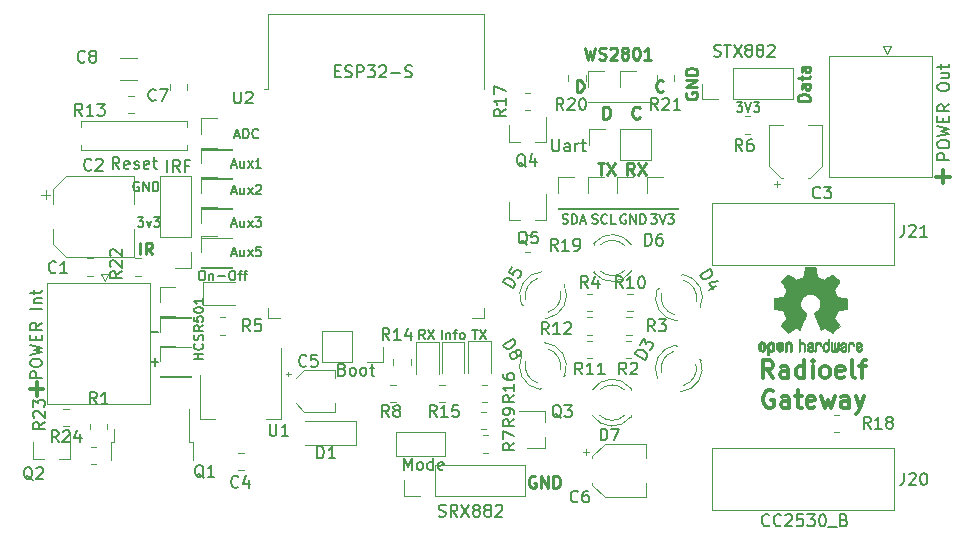
<source format=gbr>
%TF.GenerationSoftware,KiCad,Pcbnew,5.1.8-db9833491~88~ubuntu18.04.1*%
%TF.CreationDate,2020-12-01T05:37:15+01:00*%
%TF.ProjectId,esp32_gateway,65737033-325f-4676-9174-657761792e6b,rev?*%
%TF.SameCoordinates,Original*%
%TF.FileFunction,Legend,Top*%
%TF.FilePolarity,Positive*%
%FSLAX46Y46*%
G04 Gerber Fmt 4.6, Leading zero omitted, Abs format (unit mm)*
G04 Created by KiCad (PCBNEW 5.1.8-db9833491~88~ubuntu18.04.1) date 2020-12-01 05:37:15*
%MOMM*%
%LPD*%
G01*
G04 APERTURE LIST*
%ADD10C,0.200000*%
%ADD11C,0.250000*%
%ADD12C,0.300000*%
%ADD13C,0.120000*%
%ADD14C,0.010000*%
%ADD15C,0.150000*%
G04 APERTURE END LIST*
D10*
X135509523Y-75561904D02*
X136004761Y-75561904D01*
X135738095Y-75866666D01*
X135852380Y-75866666D01*
X135928571Y-75904761D01*
X135966666Y-75942857D01*
X136004761Y-76019047D01*
X136004761Y-76209523D01*
X135966666Y-76285714D01*
X135928571Y-76323809D01*
X135852380Y-76361904D01*
X135623809Y-76361904D01*
X135547619Y-76323809D01*
X135509523Y-76285714D01*
X136233333Y-75561904D02*
X136500000Y-76361904D01*
X136766666Y-75561904D01*
X136957142Y-75561904D02*
X137452380Y-75561904D01*
X137185714Y-75866666D01*
X137300000Y-75866666D01*
X137376190Y-75904761D01*
X137414285Y-75942857D01*
X137452380Y-76019047D01*
X137452380Y-76209523D01*
X137414285Y-76285714D01*
X137376190Y-76323809D01*
X137300000Y-76361904D01*
X137071428Y-76361904D01*
X136995238Y-76323809D01*
X136957142Y-76285714D01*
D11*
X127309523Y-76857142D02*
X127261904Y-76904761D01*
X127119047Y-76952380D01*
X127023809Y-76952380D01*
X126880952Y-76904761D01*
X126785714Y-76809523D01*
X126738095Y-76714285D01*
X126690476Y-76523809D01*
X126690476Y-76380952D01*
X126738095Y-76190476D01*
X126785714Y-76095238D01*
X126880952Y-76000000D01*
X127023809Y-75952380D01*
X127119047Y-75952380D01*
X127261904Y-76000000D01*
X127309523Y-76047619D01*
X124238095Y-76952380D02*
X124238095Y-75952380D01*
X124476190Y-75952380D01*
X124619047Y-76000000D01*
X124714285Y-76095238D01*
X124761904Y-76190476D01*
X124809523Y-76380952D01*
X124809523Y-76523809D01*
X124761904Y-76714285D01*
X124714285Y-76809523D01*
X124619047Y-76904761D01*
X124476190Y-76952380D01*
X124238095Y-76952380D01*
D10*
X109116666Y-95611904D02*
X108850000Y-95230952D01*
X108659523Y-95611904D02*
X108659523Y-94811904D01*
X108964285Y-94811904D01*
X109040476Y-94850000D01*
X109078571Y-94888095D01*
X109116666Y-94964285D01*
X109116666Y-95078571D01*
X109078571Y-95154761D01*
X109040476Y-95192857D01*
X108964285Y-95230952D01*
X108659523Y-95230952D01*
X109383333Y-94811904D02*
X109916666Y-95611904D01*
X109916666Y-94811904D02*
X109383333Y-95611904D01*
X113140476Y-94811904D02*
X113597619Y-94811904D01*
X113369047Y-95611904D02*
X113369047Y-94811904D01*
X113788095Y-94811904D02*
X114321428Y-95611904D01*
X114321428Y-94811904D02*
X113788095Y-95611904D01*
X110547619Y-95611904D02*
X110547619Y-94811904D01*
X110928571Y-95078571D02*
X110928571Y-95611904D01*
X110928571Y-95154761D02*
X110966666Y-95116666D01*
X111042857Y-95078571D01*
X111157142Y-95078571D01*
X111233333Y-95116666D01*
X111271428Y-95192857D01*
X111271428Y-95611904D01*
X111538095Y-95078571D02*
X111842857Y-95078571D01*
X111652380Y-95611904D02*
X111652380Y-94926190D01*
X111690476Y-94850000D01*
X111766666Y-94811904D01*
X111842857Y-94811904D01*
X112223809Y-95611904D02*
X112147619Y-95573809D01*
X112109523Y-95535714D01*
X112071428Y-95459523D01*
X112071428Y-95230952D01*
X112109523Y-95154761D01*
X112147619Y-95116666D01*
X112223809Y-95078571D01*
X112338095Y-95078571D01*
X112414285Y-95116666D01*
X112452380Y-95154761D01*
X112490476Y-95230952D01*
X112490476Y-95459523D01*
X112452380Y-95535714D01*
X112414285Y-95573809D01*
X112338095Y-95611904D01*
X112223809Y-95611904D01*
X85945238Y-95057142D02*
X86554761Y-95057142D01*
X85945238Y-97557142D02*
X86554761Y-97557142D01*
X86250000Y-97861904D02*
X86250000Y-97252380D01*
X90190476Y-89811904D02*
X90342857Y-89811904D01*
X90419047Y-89850000D01*
X90495238Y-89926190D01*
X90533333Y-90078571D01*
X90533333Y-90345238D01*
X90495238Y-90497619D01*
X90419047Y-90573809D01*
X90342857Y-90611904D01*
X90190476Y-90611904D01*
X90114285Y-90573809D01*
X90038095Y-90497619D01*
X90000000Y-90345238D01*
X90000000Y-90078571D01*
X90038095Y-89926190D01*
X90114285Y-89850000D01*
X90190476Y-89811904D01*
X90876190Y-90078571D02*
X90876190Y-90611904D01*
X90876190Y-90154761D02*
X90914285Y-90116666D01*
X90990476Y-90078571D01*
X91104761Y-90078571D01*
X91180952Y-90116666D01*
X91219047Y-90192857D01*
X91219047Y-90611904D01*
X91600000Y-90307142D02*
X92209523Y-90307142D01*
X92742857Y-89811904D02*
X92895238Y-89811904D01*
X92971428Y-89850000D01*
X93047619Y-89926190D01*
X93085714Y-90078571D01*
X93085714Y-90345238D01*
X93047619Y-90497619D01*
X92971428Y-90573809D01*
X92895238Y-90611904D01*
X92742857Y-90611904D01*
X92666666Y-90573809D01*
X92590476Y-90497619D01*
X92552380Y-90345238D01*
X92552380Y-90078571D01*
X92590476Y-89926190D01*
X92666666Y-89850000D01*
X92742857Y-89811904D01*
X93314285Y-90078571D02*
X93619047Y-90078571D01*
X93428571Y-90611904D02*
X93428571Y-89926190D01*
X93466666Y-89850000D01*
X93542857Y-89811904D01*
X93619047Y-89811904D01*
X93771428Y-90078571D02*
X94076190Y-90078571D01*
X93885714Y-90611904D02*
X93885714Y-89926190D01*
X93923809Y-89850000D01*
X94000000Y-89811904D01*
X94076190Y-89811904D01*
D12*
X138607142Y-98903571D02*
X138107142Y-98189285D01*
X137750000Y-98903571D02*
X137750000Y-97403571D01*
X138321428Y-97403571D01*
X138464285Y-97475000D01*
X138535714Y-97546428D01*
X138607142Y-97689285D01*
X138607142Y-97903571D01*
X138535714Y-98046428D01*
X138464285Y-98117857D01*
X138321428Y-98189285D01*
X137750000Y-98189285D01*
X139892857Y-98903571D02*
X139892857Y-98117857D01*
X139821428Y-97975000D01*
X139678571Y-97903571D01*
X139392857Y-97903571D01*
X139250000Y-97975000D01*
X139892857Y-98832142D02*
X139750000Y-98903571D01*
X139392857Y-98903571D01*
X139250000Y-98832142D01*
X139178571Y-98689285D01*
X139178571Y-98546428D01*
X139250000Y-98403571D01*
X139392857Y-98332142D01*
X139750000Y-98332142D01*
X139892857Y-98260714D01*
X141250000Y-98903571D02*
X141250000Y-97403571D01*
X141250000Y-98832142D02*
X141107142Y-98903571D01*
X140821428Y-98903571D01*
X140678571Y-98832142D01*
X140607142Y-98760714D01*
X140535714Y-98617857D01*
X140535714Y-98189285D01*
X140607142Y-98046428D01*
X140678571Y-97975000D01*
X140821428Y-97903571D01*
X141107142Y-97903571D01*
X141250000Y-97975000D01*
X141964285Y-98903571D02*
X141964285Y-97903571D01*
X141964285Y-97403571D02*
X141892857Y-97475000D01*
X141964285Y-97546428D01*
X142035714Y-97475000D01*
X141964285Y-97403571D01*
X141964285Y-97546428D01*
X142892857Y-98903571D02*
X142750000Y-98832142D01*
X142678571Y-98760714D01*
X142607142Y-98617857D01*
X142607142Y-98189285D01*
X142678571Y-98046428D01*
X142750000Y-97975000D01*
X142892857Y-97903571D01*
X143107142Y-97903571D01*
X143250000Y-97975000D01*
X143321428Y-98046428D01*
X143392857Y-98189285D01*
X143392857Y-98617857D01*
X143321428Y-98760714D01*
X143250000Y-98832142D01*
X143107142Y-98903571D01*
X142892857Y-98903571D01*
X144607142Y-98832142D02*
X144464285Y-98903571D01*
X144178571Y-98903571D01*
X144035714Y-98832142D01*
X143964285Y-98689285D01*
X143964285Y-98117857D01*
X144035714Y-97975000D01*
X144178571Y-97903571D01*
X144464285Y-97903571D01*
X144607142Y-97975000D01*
X144678571Y-98117857D01*
X144678571Y-98260714D01*
X143964285Y-98403571D01*
X145535714Y-98903571D02*
X145392857Y-98832142D01*
X145321428Y-98689285D01*
X145321428Y-97403571D01*
X145892857Y-97903571D02*
X146464285Y-97903571D01*
X146107142Y-98903571D02*
X146107142Y-97617857D01*
X146178571Y-97475000D01*
X146321428Y-97403571D01*
X146464285Y-97403571D01*
X138607142Y-100025000D02*
X138464285Y-99953571D01*
X138250000Y-99953571D01*
X138035714Y-100025000D01*
X137892857Y-100167857D01*
X137821428Y-100310714D01*
X137750000Y-100596428D01*
X137750000Y-100810714D01*
X137821428Y-101096428D01*
X137892857Y-101239285D01*
X138035714Y-101382142D01*
X138250000Y-101453571D01*
X138392857Y-101453571D01*
X138607142Y-101382142D01*
X138678571Y-101310714D01*
X138678571Y-100810714D01*
X138392857Y-100810714D01*
X139964285Y-101453571D02*
X139964285Y-100667857D01*
X139892857Y-100525000D01*
X139750000Y-100453571D01*
X139464285Y-100453571D01*
X139321428Y-100525000D01*
X139964285Y-101382142D02*
X139821428Y-101453571D01*
X139464285Y-101453571D01*
X139321428Y-101382142D01*
X139250000Y-101239285D01*
X139250000Y-101096428D01*
X139321428Y-100953571D01*
X139464285Y-100882142D01*
X139821428Y-100882142D01*
X139964285Y-100810714D01*
X140464285Y-100453571D02*
X141035714Y-100453571D01*
X140678571Y-99953571D02*
X140678571Y-101239285D01*
X140750000Y-101382142D01*
X140892857Y-101453571D01*
X141035714Y-101453571D01*
X142107142Y-101382142D02*
X141964285Y-101453571D01*
X141678571Y-101453571D01*
X141535714Y-101382142D01*
X141464285Y-101239285D01*
X141464285Y-100667857D01*
X141535714Y-100525000D01*
X141678571Y-100453571D01*
X141964285Y-100453571D01*
X142107142Y-100525000D01*
X142178571Y-100667857D01*
X142178571Y-100810714D01*
X141464285Y-100953571D01*
X142678571Y-100453571D02*
X142964285Y-101453571D01*
X143250000Y-100739285D01*
X143535714Y-101453571D01*
X143821428Y-100453571D01*
X145035714Y-101453571D02*
X145035714Y-100667857D01*
X144964285Y-100525000D01*
X144821428Y-100453571D01*
X144535714Y-100453571D01*
X144392857Y-100525000D01*
X145035714Y-101382142D02*
X144892857Y-101453571D01*
X144535714Y-101453571D01*
X144392857Y-101382142D01*
X144321428Y-101239285D01*
X144321428Y-101096428D01*
X144392857Y-100953571D01*
X144535714Y-100882142D01*
X144892857Y-100882142D01*
X145035714Y-100810714D01*
X145607142Y-100453571D02*
X145964285Y-101453571D01*
X146321428Y-100453571D02*
X145964285Y-101453571D01*
X145821428Y-101810714D01*
X145750000Y-101882142D01*
X145607142Y-101953571D01*
X75678571Y-99857142D02*
X76821428Y-99857142D01*
X76250000Y-100428571D02*
X76250000Y-99285714D01*
X152428571Y-81857142D02*
X153571428Y-81857142D01*
X153000000Y-82428571D02*
X153000000Y-81285714D01*
D10*
X92742857Y-88383333D02*
X93123809Y-88383333D01*
X92666666Y-88611904D02*
X92933333Y-87811904D01*
X93200000Y-88611904D01*
X93809523Y-88078571D02*
X93809523Y-88611904D01*
X93466666Y-88078571D02*
X93466666Y-88497619D01*
X93504761Y-88573809D01*
X93580952Y-88611904D01*
X93695238Y-88611904D01*
X93771428Y-88573809D01*
X93809523Y-88535714D01*
X94114285Y-88611904D02*
X94533333Y-88078571D01*
X94114285Y-88078571D02*
X94533333Y-88611904D01*
X95219047Y-87811904D02*
X94838095Y-87811904D01*
X94800000Y-88192857D01*
X94838095Y-88154761D01*
X94914285Y-88116666D01*
X95104761Y-88116666D01*
X95180952Y-88154761D01*
X95219047Y-88192857D01*
X95257142Y-88269047D01*
X95257142Y-88459523D01*
X95219047Y-88535714D01*
X95180952Y-88573809D01*
X95104761Y-88611904D01*
X94914285Y-88611904D01*
X94838095Y-88573809D01*
X94800000Y-88535714D01*
X92742857Y-85883333D02*
X93123809Y-85883333D01*
X92666666Y-86111904D02*
X92933333Y-85311904D01*
X93200000Y-86111904D01*
X93809523Y-85578571D02*
X93809523Y-86111904D01*
X93466666Y-85578571D02*
X93466666Y-85997619D01*
X93504761Y-86073809D01*
X93580952Y-86111904D01*
X93695238Y-86111904D01*
X93771428Y-86073809D01*
X93809523Y-86035714D01*
X94114285Y-86111904D02*
X94533333Y-85578571D01*
X94114285Y-85578571D02*
X94533333Y-86111904D01*
X94761904Y-85311904D02*
X95257142Y-85311904D01*
X94990476Y-85616666D01*
X95104761Y-85616666D01*
X95180952Y-85654761D01*
X95219047Y-85692857D01*
X95257142Y-85769047D01*
X95257142Y-85959523D01*
X95219047Y-86035714D01*
X95180952Y-86073809D01*
X95104761Y-86111904D01*
X94876190Y-86111904D01*
X94800000Y-86073809D01*
X94761904Y-86035714D01*
X92742857Y-83133333D02*
X93123809Y-83133333D01*
X92666666Y-83361904D02*
X92933333Y-82561904D01*
X93200000Y-83361904D01*
X93809523Y-82828571D02*
X93809523Y-83361904D01*
X93466666Y-82828571D02*
X93466666Y-83247619D01*
X93504761Y-83323809D01*
X93580952Y-83361904D01*
X93695238Y-83361904D01*
X93771428Y-83323809D01*
X93809523Y-83285714D01*
X94114285Y-83361904D02*
X94533333Y-82828571D01*
X94114285Y-82828571D02*
X94533333Y-83361904D01*
X94800000Y-82638095D02*
X94838095Y-82600000D01*
X94914285Y-82561904D01*
X95104761Y-82561904D01*
X95180952Y-82600000D01*
X95219047Y-82638095D01*
X95257142Y-82714285D01*
X95257142Y-82790476D01*
X95219047Y-82904761D01*
X94761904Y-83361904D01*
X95257142Y-83361904D01*
X92742857Y-80883333D02*
X93123809Y-80883333D01*
X92666666Y-81111904D02*
X92933333Y-80311904D01*
X93200000Y-81111904D01*
X93809523Y-80578571D02*
X93809523Y-81111904D01*
X93466666Y-80578571D02*
X93466666Y-80997619D01*
X93504761Y-81073809D01*
X93580952Y-81111904D01*
X93695238Y-81111904D01*
X93771428Y-81073809D01*
X93809523Y-81035714D01*
X94114285Y-81111904D02*
X94533333Y-80578571D01*
X94114285Y-80578571D02*
X94533333Y-81111904D01*
X95257142Y-81111904D02*
X94800000Y-81111904D01*
X95028571Y-81111904D02*
X95028571Y-80311904D01*
X94952380Y-80426190D01*
X94876190Y-80502380D01*
X94800000Y-80540476D01*
X93009523Y-78383333D02*
X93390476Y-78383333D01*
X92933333Y-78611904D02*
X93200000Y-77811904D01*
X93466666Y-78611904D01*
X93733333Y-78611904D02*
X93733333Y-77811904D01*
X93923809Y-77811904D01*
X94038095Y-77850000D01*
X94114285Y-77926190D01*
X94152380Y-78002380D01*
X94190476Y-78154761D01*
X94190476Y-78269047D01*
X94152380Y-78421428D01*
X94114285Y-78497619D01*
X94038095Y-78573809D01*
X93923809Y-78611904D01*
X93733333Y-78611904D01*
X94990476Y-78535714D02*
X94952380Y-78573809D01*
X94838095Y-78611904D01*
X94761904Y-78611904D01*
X94647619Y-78573809D01*
X94571428Y-78497619D01*
X94533333Y-78421428D01*
X94495238Y-78269047D01*
X94495238Y-78154761D01*
X94533333Y-78002380D01*
X94571428Y-77926190D01*
X94647619Y-77850000D01*
X94761904Y-77811904D01*
X94838095Y-77811904D01*
X94952380Y-77850000D01*
X94990476Y-77888095D01*
X90361904Y-97302380D02*
X89561904Y-97302380D01*
X89942857Y-97302380D02*
X89942857Y-96845238D01*
X90361904Y-96845238D02*
X89561904Y-96845238D01*
X90285714Y-96007142D02*
X90323809Y-96045238D01*
X90361904Y-96159523D01*
X90361904Y-96235714D01*
X90323809Y-96350000D01*
X90247619Y-96426190D01*
X90171428Y-96464285D01*
X90019047Y-96502380D01*
X89904761Y-96502380D01*
X89752380Y-96464285D01*
X89676190Y-96426190D01*
X89600000Y-96350000D01*
X89561904Y-96235714D01*
X89561904Y-96159523D01*
X89600000Y-96045238D01*
X89638095Y-96007142D01*
X90323809Y-95702380D02*
X90361904Y-95588095D01*
X90361904Y-95397619D01*
X90323809Y-95321428D01*
X90285714Y-95283333D01*
X90209523Y-95245238D01*
X90133333Y-95245238D01*
X90057142Y-95283333D01*
X90019047Y-95321428D01*
X89980952Y-95397619D01*
X89942857Y-95550000D01*
X89904761Y-95626190D01*
X89866666Y-95664285D01*
X89790476Y-95702380D01*
X89714285Y-95702380D01*
X89638095Y-95664285D01*
X89600000Y-95626190D01*
X89561904Y-95550000D01*
X89561904Y-95359523D01*
X89600000Y-95245238D01*
X90361904Y-94445238D02*
X89980952Y-94711904D01*
X90361904Y-94902380D02*
X89561904Y-94902380D01*
X89561904Y-94597619D01*
X89600000Y-94521428D01*
X89638095Y-94483333D01*
X89714285Y-94445238D01*
X89828571Y-94445238D01*
X89904761Y-94483333D01*
X89942857Y-94521428D01*
X89980952Y-94597619D01*
X89980952Y-94902380D01*
X89561904Y-93721428D02*
X89561904Y-94102380D01*
X89942857Y-94140476D01*
X89904761Y-94102380D01*
X89866666Y-94026190D01*
X89866666Y-93835714D01*
X89904761Y-93759523D01*
X89942857Y-93721428D01*
X90019047Y-93683333D01*
X90209523Y-93683333D01*
X90285714Y-93721428D01*
X90323809Y-93759523D01*
X90361904Y-93835714D01*
X90361904Y-94026190D01*
X90323809Y-94102380D01*
X90285714Y-94140476D01*
X89561904Y-93188095D02*
X89561904Y-93111904D01*
X89600000Y-93035714D01*
X89638095Y-92997619D01*
X89714285Y-92959523D01*
X89866666Y-92921428D01*
X90057142Y-92921428D01*
X90209523Y-92959523D01*
X90285714Y-92997619D01*
X90323809Y-93035714D01*
X90361904Y-93111904D01*
X90361904Y-93188095D01*
X90323809Y-93264285D01*
X90285714Y-93302380D01*
X90209523Y-93340476D01*
X90057142Y-93378571D01*
X89866666Y-93378571D01*
X89714285Y-93340476D01*
X89638095Y-93302380D01*
X89600000Y-93264285D01*
X89561904Y-93188095D01*
X90361904Y-92159523D02*
X90361904Y-92616666D01*
X90361904Y-92388095D02*
X89561904Y-92388095D01*
X89676190Y-92464285D01*
X89752380Y-92540476D01*
X89790476Y-92616666D01*
D11*
X122690476Y-70952380D02*
X122928571Y-71952380D01*
X123119047Y-71238095D01*
X123309523Y-71952380D01*
X123547619Y-70952380D01*
X123880952Y-71904761D02*
X124023809Y-71952380D01*
X124261904Y-71952380D01*
X124357142Y-71904761D01*
X124404761Y-71857142D01*
X124452380Y-71761904D01*
X124452380Y-71666666D01*
X124404761Y-71571428D01*
X124357142Y-71523809D01*
X124261904Y-71476190D01*
X124071428Y-71428571D01*
X123976190Y-71380952D01*
X123928571Y-71333333D01*
X123880952Y-71238095D01*
X123880952Y-71142857D01*
X123928571Y-71047619D01*
X123976190Y-71000000D01*
X124071428Y-70952380D01*
X124309523Y-70952380D01*
X124452380Y-71000000D01*
X124833333Y-71047619D02*
X124880952Y-71000000D01*
X124976190Y-70952380D01*
X125214285Y-70952380D01*
X125309523Y-71000000D01*
X125357142Y-71047619D01*
X125404761Y-71142857D01*
X125404761Y-71238095D01*
X125357142Y-71380952D01*
X124785714Y-71952380D01*
X125404761Y-71952380D01*
X125976190Y-71380952D02*
X125880952Y-71333333D01*
X125833333Y-71285714D01*
X125785714Y-71190476D01*
X125785714Y-71142857D01*
X125833333Y-71047619D01*
X125880952Y-71000000D01*
X125976190Y-70952380D01*
X126166666Y-70952380D01*
X126261904Y-71000000D01*
X126309523Y-71047619D01*
X126357142Y-71142857D01*
X126357142Y-71190476D01*
X126309523Y-71285714D01*
X126261904Y-71333333D01*
X126166666Y-71380952D01*
X125976190Y-71380952D01*
X125880952Y-71428571D01*
X125833333Y-71476190D01*
X125785714Y-71571428D01*
X125785714Y-71761904D01*
X125833333Y-71857142D01*
X125880952Y-71904761D01*
X125976190Y-71952380D01*
X126166666Y-71952380D01*
X126261904Y-71904761D01*
X126309523Y-71857142D01*
X126357142Y-71761904D01*
X126357142Y-71571428D01*
X126309523Y-71476190D01*
X126261904Y-71428571D01*
X126166666Y-71380952D01*
X126976190Y-70952380D02*
X127071428Y-70952380D01*
X127166666Y-71000000D01*
X127214285Y-71047619D01*
X127261904Y-71142857D01*
X127309523Y-71333333D01*
X127309523Y-71571428D01*
X127261904Y-71761904D01*
X127214285Y-71857142D01*
X127166666Y-71904761D01*
X127071428Y-71952380D01*
X126976190Y-71952380D01*
X126880952Y-71904761D01*
X126833333Y-71857142D01*
X126785714Y-71761904D01*
X126738095Y-71571428D01*
X126738095Y-71333333D01*
X126785714Y-71142857D01*
X126833333Y-71047619D01*
X126880952Y-71000000D01*
X126976190Y-70952380D01*
X128261904Y-71952380D02*
X127690476Y-71952380D01*
X127976190Y-71952380D02*
X127976190Y-70952380D01*
X127880952Y-71095238D01*
X127785714Y-71190476D01*
X127690476Y-71238095D01*
X118488095Y-107250000D02*
X118392857Y-107202380D01*
X118250000Y-107202380D01*
X118107142Y-107250000D01*
X118011904Y-107345238D01*
X117964285Y-107440476D01*
X117916666Y-107630952D01*
X117916666Y-107773809D01*
X117964285Y-107964285D01*
X118011904Y-108059523D01*
X118107142Y-108154761D01*
X118250000Y-108202380D01*
X118345238Y-108202380D01*
X118488095Y-108154761D01*
X118535714Y-108107142D01*
X118535714Y-107773809D01*
X118345238Y-107773809D01*
X118964285Y-108202380D02*
X118964285Y-107202380D01*
X119535714Y-108202380D01*
X119535714Y-107202380D01*
X120011904Y-108202380D02*
X120011904Y-107202380D01*
X120250000Y-107202380D01*
X120392857Y-107250000D01*
X120488095Y-107345238D01*
X120535714Y-107440476D01*
X120583333Y-107630952D01*
X120583333Y-107773809D01*
X120535714Y-107964285D01*
X120488095Y-108059523D01*
X120392857Y-108154761D01*
X120250000Y-108202380D01*
X120011904Y-108202380D01*
X141702380Y-75452380D02*
X140702380Y-75452380D01*
X140702380Y-75214285D01*
X140750000Y-75071428D01*
X140845238Y-74976190D01*
X140940476Y-74928571D01*
X141130952Y-74880952D01*
X141273809Y-74880952D01*
X141464285Y-74928571D01*
X141559523Y-74976190D01*
X141654761Y-75071428D01*
X141702380Y-75214285D01*
X141702380Y-75452380D01*
X141702380Y-74023809D02*
X141178571Y-74023809D01*
X141083333Y-74071428D01*
X141035714Y-74166666D01*
X141035714Y-74357142D01*
X141083333Y-74452380D01*
X141654761Y-74023809D02*
X141702380Y-74119047D01*
X141702380Y-74357142D01*
X141654761Y-74452380D01*
X141559523Y-74500000D01*
X141464285Y-74500000D01*
X141369047Y-74452380D01*
X141321428Y-74357142D01*
X141321428Y-74119047D01*
X141273809Y-74023809D01*
X141035714Y-73690476D02*
X141035714Y-73309523D01*
X140702380Y-73547619D02*
X141559523Y-73547619D01*
X141654761Y-73500000D01*
X141702380Y-73404761D01*
X141702380Y-73309523D01*
X141702380Y-72547619D02*
X141178571Y-72547619D01*
X141083333Y-72595238D01*
X141035714Y-72690476D01*
X141035714Y-72880952D01*
X141083333Y-72976190D01*
X141654761Y-72547619D02*
X141702380Y-72642857D01*
X141702380Y-72880952D01*
X141654761Y-72976190D01*
X141559523Y-73023809D01*
X141464285Y-73023809D01*
X141369047Y-72976190D01*
X141321428Y-72880952D01*
X141321428Y-72642857D01*
X141273809Y-72547619D01*
X131250000Y-74761904D02*
X131202380Y-74857142D01*
X131202380Y-75000000D01*
X131250000Y-75142857D01*
X131345238Y-75238095D01*
X131440476Y-75285714D01*
X131630952Y-75333333D01*
X131773809Y-75333333D01*
X131964285Y-75285714D01*
X132059523Y-75238095D01*
X132154761Y-75142857D01*
X132202380Y-75000000D01*
X132202380Y-74904761D01*
X132154761Y-74761904D01*
X132107142Y-74714285D01*
X131773809Y-74714285D01*
X131773809Y-74904761D01*
X132202380Y-74285714D02*
X131202380Y-74285714D01*
X132202380Y-73714285D01*
X131202380Y-73714285D01*
X132202380Y-73238095D02*
X131202380Y-73238095D01*
X131202380Y-73000000D01*
X131250000Y-72857142D01*
X131345238Y-72761904D01*
X131440476Y-72714285D01*
X131630952Y-72666666D01*
X131773809Y-72666666D01*
X131964285Y-72714285D01*
X132059523Y-72761904D01*
X132154761Y-72857142D01*
X132202380Y-73000000D01*
X132202380Y-73238095D01*
D10*
X128259523Y-85061904D02*
X128754761Y-85061904D01*
X128488095Y-85366666D01*
X128602380Y-85366666D01*
X128678571Y-85404761D01*
X128716666Y-85442857D01*
X128754761Y-85519047D01*
X128754761Y-85709523D01*
X128716666Y-85785714D01*
X128678571Y-85823809D01*
X128602380Y-85861904D01*
X128373809Y-85861904D01*
X128297619Y-85823809D01*
X128259523Y-85785714D01*
X128983333Y-85061904D02*
X129250000Y-85861904D01*
X129516666Y-85061904D01*
X129707142Y-85061904D02*
X130202380Y-85061904D01*
X129935714Y-85366666D01*
X130050000Y-85366666D01*
X130126190Y-85404761D01*
X130164285Y-85442857D01*
X130202380Y-85519047D01*
X130202380Y-85709523D01*
X130164285Y-85785714D01*
X130126190Y-85823809D01*
X130050000Y-85861904D01*
X129821428Y-85861904D01*
X129745238Y-85823809D01*
X129707142Y-85785714D01*
X126140476Y-85100000D02*
X126064285Y-85061904D01*
X125950000Y-85061904D01*
X125835714Y-85100000D01*
X125759523Y-85176190D01*
X125721428Y-85252380D01*
X125683333Y-85404761D01*
X125683333Y-85519047D01*
X125721428Y-85671428D01*
X125759523Y-85747619D01*
X125835714Y-85823809D01*
X125950000Y-85861904D01*
X126026190Y-85861904D01*
X126140476Y-85823809D01*
X126178571Y-85785714D01*
X126178571Y-85519047D01*
X126026190Y-85519047D01*
X126521428Y-85861904D02*
X126521428Y-85061904D01*
X126978571Y-85861904D01*
X126978571Y-85061904D01*
X127359523Y-85861904D02*
X127359523Y-85061904D01*
X127550000Y-85061904D01*
X127664285Y-85100000D01*
X127740476Y-85176190D01*
X127778571Y-85252380D01*
X127816666Y-85404761D01*
X127816666Y-85519047D01*
X127778571Y-85671428D01*
X127740476Y-85747619D01*
X127664285Y-85823809D01*
X127550000Y-85861904D01*
X127359523Y-85861904D01*
X123297619Y-85823809D02*
X123411904Y-85861904D01*
X123602380Y-85861904D01*
X123678571Y-85823809D01*
X123716666Y-85785714D01*
X123754761Y-85709523D01*
X123754761Y-85633333D01*
X123716666Y-85557142D01*
X123678571Y-85519047D01*
X123602380Y-85480952D01*
X123450000Y-85442857D01*
X123373809Y-85404761D01*
X123335714Y-85366666D01*
X123297619Y-85290476D01*
X123297619Y-85214285D01*
X123335714Y-85138095D01*
X123373809Y-85100000D01*
X123450000Y-85061904D01*
X123640476Y-85061904D01*
X123754761Y-85100000D01*
X124554761Y-85785714D02*
X124516666Y-85823809D01*
X124402380Y-85861904D01*
X124326190Y-85861904D01*
X124211904Y-85823809D01*
X124135714Y-85747619D01*
X124097619Y-85671428D01*
X124059523Y-85519047D01*
X124059523Y-85404761D01*
X124097619Y-85252380D01*
X124135714Y-85176190D01*
X124211904Y-85100000D01*
X124326190Y-85061904D01*
X124402380Y-85061904D01*
X124516666Y-85100000D01*
X124554761Y-85138095D01*
X125278571Y-85861904D02*
X124897619Y-85861904D01*
X124897619Y-85061904D01*
X120778571Y-85823809D02*
X120892857Y-85861904D01*
X121083333Y-85861904D01*
X121159523Y-85823809D01*
X121197619Y-85785714D01*
X121235714Y-85709523D01*
X121235714Y-85633333D01*
X121197619Y-85557142D01*
X121159523Y-85519047D01*
X121083333Y-85480952D01*
X120930952Y-85442857D01*
X120854761Y-85404761D01*
X120816666Y-85366666D01*
X120778571Y-85290476D01*
X120778571Y-85214285D01*
X120816666Y-85138095D01*
X120854761Y-85100000D01*
X120930952Y-85061904D01*
X121121428Y-85061904D01*
X121235714Y-85100000D01*
X121578571Y-85861904D02*
X121578571Y-85061904D01*
X121769047Y-85061904D01*
X121883333Y-85100000D01*
X121959523Y-85176190D01*
X121997619Y-85252380D01*
X122035714Y-85404761D01*
X122035714Y-85519047D01*
X121997619Y-85671428D01*
X121959523Y-85747619D01*
X121883333Y-85823809D01*
X121769047Y-85861904D01*
X121578571Y-85861904D01*
X122340476Y-85633333D02*
X122721428Y-85633333D01*
X122264285Y-85861904D02*
X122530952Y-85061904D01*
X122797619Y-85861904D01*
D11*
X129309523Y-74607142D02*
X129261904Y-74654761D01*
X129119047Y-74702380D01*
X129023809Y-74702380D01*
X128880952Y-74654761D01*
X128785714Y-74559523D01*
X128738095Y-74464285D01*
X128690476Y-74273809D01*
X128690476Y-74130952D01*
X128738095Y-73940476D01*
X128785714Y-73845238D01*
X128880952Y-73750000D01*
X129023809Y-73702380D01*
X129119047Y-73702380D01*
X129261904Y-73750000D01*
X129309523Y-73797619D01*
X121988095Y-74702380D02*
X121988095Y-73702380D01*
X122226190Y-73702380D01*
X122369047Y-73750000D01*
X122464285Y-73845238D01*
X122511904Y-73940476D01*
X122559523Y-74130952D01*
X122559523Y-74273809D01*
X122511904Y-74464285D01*
X122464285Y-74559523D01*
X122369047Y-74654761D01*
X122226190Y-74702380D01*
X121988095Y-74702380D01*
X126833333Y-81702380D02*
X126500000Y-81226190D01*
X126261904Y-81702380D02*
X126261904Y-80702380D01*
X126642857Y-80702380D01*
X126738095Y-80750000D01*
X126785714Y-80797619D01*
X126833333Y-80892857D01*
X126833333Y-81035714D01*
X126785714Y-81130952D01*
X126738095Y-81178571D01*
X126642857Y-81226190D01*
X126261904Y-81226190D01*
X127166666Y-80702380D02*
X127833333Y-81702380D01*
X127833333Y-80702380D02*
X127166666Y-81702380D01*
X123738095Y-80702380D02*
X124309523Y-80702380D01*
X124023809Y-81702380D02*
X124023809Y-80702380D01*
X124547619Y-80702380D02*
X125214285Y-81702380D01*
X125214285Y-80702380D02*
X124547619Y-81702380D01*
X85000000Y-88452380D02*
X85000000Y-87452380D01*
X86047619Y-88452380D02*
X85714285Y-87976190D01*
X85476190Y-88452380D02*
X85476190Y-87452380D01*
X85857142Y-87452380D01*
X85952380Y-87500000D01*
X86000000Y-87547619D01*
X86047619Y-87642857D01*
X86047619Y-87785714D01*
X86000000Y-87880952D01*
X85952380Y-87928571D01*
X85857142Y-87976190D01*
X85476190Y-87976190D01*
D10*
X84797619Y-85311904D02*
X85292857Y-85311904D01*
X85026190Y-85616666D01*
X85140476Y-85616666D01*
X85216666Y-85654761D01*
X85254761Y-85692857D01*
X85292857Y-85769047D01*
X85292857Y-85959523D01*
X85254761Y-86035714D01*
X85216666Y-86073809D01*
X85140476Y-86111904D01*
X84911904Y-86111904D01*
X84835714Y-86073809D01*
X84797619Y-86035714D01*
X85559523Y-85578571D02*
X85750000Y-86111904D01*
X85940476Y-85578571D01*
X86169047Y-85311904D02*
X86664285Y-85311904D01*
X86397619Y-85616666D01*
X86511904Y-85616666D01*
X86588095Y-85654761D01*
X86626190Y-85692857D01*
X86664285Y-85769047D01*
X86664285Y-85959523D01*
X86626190Y-86035714D01*
X86588095Y-86073809D01*
X86511904Y-86111904D01*
X86283333Y-86111904D01*
X86207142Y-86073809D01*
X86169047Y-86035714D01*
X84890476Y-82350000D02*
X84814285Y-82311904D01*
X84700000Y-82311904D01*
X84585714Y-82350000D01*
X84509523Y-82426190D01*
X84471428Y-82502380D01*
X84433333Y-82654761D01*
X84433333Y-82769047D01*
X84471428Y-82921428D01*
X84509523Y-82997619D01*
X84585714Y-83073809D01*
X84700000Y-83111904D01*
X84776190Y-83111904D01*
X84890476Y-83073809D01*
X84928571Y-83035714D01*
X84928571Y-82769047D01*
X84776190Y-82769047D01*
X85271428Y-83111904D02*
X85271428Y-82311904D01*
X85728571Y-83111904D01*
X85728571Y-82311904D01*
X86109523Y-83111904D02*
X86109523Y-82311904D01*
X86300000Y-82311904D01*
X86414285Y-82350000D01*
X86490476Y-82426190D01*
X86528571Y-82502380D01*
X86566666Y-82654761D01*
X86566666Y-82769047D01*
X86528571Y-82921428D01*
X86490476Y-82997619D01*
X86414285Y-83073809D01*
X86300000Y-83111904D01*
X86109523Y-83111904D01*
D13*
%TO.C,C8*%
X83288748Y-73660000D02*
X84711252Y-73660000D01*
X83288748Y-71840000D02*
X84711252Y-71840000D01*
%TO.C,R24*%
X78977064Y-101515000D02*
X78522936Y-101515000D01*
X78977064Y-102985000D02*
X78522936Y-102985000D01*
%TO.C,J21*%
X148880000Y-89380000D02*
X133420000Y-89380000D01*
X133420000Y-89380000D02*
X133420000Y-84080000D01*
X133420000Y-84080000D02*
X148880000Y-84080000D01*
X148880000Y-84080000D02*
X148880000Y-89380000D01*
%TO.C,J20*%
X148880000Y-110130000D02*
X133420000Y-110130000D01*
X133420000Y-110130000D02*
X133420000Y-104830000D01*
X133420000Y-104830000D02*
X148880000Y-104830000D01*
X148880000Y-104830000D02*
X148880000Y-110130000D01*
%TO.C,C2*%
X77006250Y-83008750D02*
X77006250Y-83796250D01*
X76612500Y-83402500D02*
X77400000Y-83402500D01*
X77640000Y-87595563D02*
X78704437Y-88660000D01*
X77640000Y-82904437D02*
X78704437Y-81840000D01*
X77640000Y-82904437D02*
X77640000Y-84190000D01*
X77640000Y-87595563D02*
X77640000Y-86310000D01*
X78704437Y-88660000D02*
X84460000Y-88660000D01*
X78704437Y-81840000D02*
X84460000Y-81840000D01*
X84460000Y-81840000D02*
X84460000Y-84190000D01*
X84460000Y-88660000D02*
X84460000Y-86310000D01*
%TO.C,R23*%
X80860436Y-106235000D02*
X81314564Y-106235000D01*
X80860436Y-104765000D02*
X81314564Y-104765000D01*
%TO.C,C7*%
X87515000Y-74511252D02*
X87515000Y-73988748D01*
X88985000Y-74511252D02*
X88985000Y-73988748D01*
%TO.C,R22*%
X84610436Y-88765000D02*
X85064564Y-88765000D01*
X84610436Y-90235000D02*
X85064564Y-90235000D01*
%TO.C,Q1*%
X82820000Y-104355000D02*
X82820000Y-103255000D01*
X82550000Y-104355000D02*
X82820000Y-104355000D01*
X82550000Y-105855000D02*
X82550000Y-104355000D01*
X89180000Y-104355000D02*
X89180000Y-101525000D01*
X89450000Y-104355000D02*
X89180000Y-104355000D01*
X89450000Y-105855000D02*
X89450000Y-104355000D01*
D14*
%TO.C,REF\u002A\u002A*%
G36*
X138518886Y-95834505D02*
G01*
X138593539Y-95871727D01*
X138659431Y-95940261D01*
X138677577Y-95965648D01*
X138697345Y-95998866D01*
X138710172Y-96034945D01*
X138717510Y-96083098D01*
X138720813Y-96152536D01*
X138721538Y-96244206D01*
X138718263Y-96369830D01*
X138706877Y-96464154D01*
X138685041Y-96534523D01*
X138650419Y-96588286D01*
X138600670Y-96632788D01*
X138597014Y-96635423D01*
X138547985Y-96662377D01*
X138488945Y-96675712D01*
X138413859Y-96679000D01*
X138291795Y-96679000D01*
X138291744Y-96797497D01*
X138290608Y-96863492D01*
X138283686Y-96902202D01*
X138265598Y-96925419D01*
X138230962Y-96944933D01*
X138222645Y-96948920D01*
X138183720Y-96967603D01*
X138153583Y-96979403D01*
X138131174Y-96980422D01*
X138115433Y-96966761D01*
X138105302Y-96934522D01*
X138099723Y-96879804D01*
X138097635Y-96798711D01*
X138097981Y-96687344D01*
X138099700Y-96541802D01*
X138100237Y-96498269D01*
X138102172Y-96348205D01*
X138103904Y-96250042D01*
X138291692Y-96250042D01*
X138292748Y-96333364D01*
X138297438Y-96387880D01*
X138308051Y-96423837D01*
X138326872Y-96451482D01*
X138339650Y-96464965D01*
X138391890Y-96504417D01*
X138438142Y-96507628D01*
X138485867Y-96475049D01*
X138487077Y-96473846D01*
X138506494Y-96448668D01*
X138518307Y-96414447D01*
X138524265Y-96361748D01*
X138526120Y-96281131D01*
X138526154Y-96263271D01*
X138521670Y-96152175D01*
X138507074Y-96075161D01*
X138480650Y-96028147D01*
X138440683Y-96007050D01*
X138417584Y-96004923D01*
X138362762Y-96014900D01*
X138325158Y-96047752D01*
X138302523Y-96107857D01*
X138292606Y-96199598D01*
X138291692Y-96250042D01*
X138103904Y-96250042D01*
X138104222Y-96232060D01*
X138106873Y-96144679D01*
X138110606Y-96080905D01*
X138115907Y-96035582D01*
X138123258Y-96003555D01*
X138133143Y-95979668D01*
X138146046Y-95958764D01*
X138151579Y-95950898D01*
X138224969Y-95876595D01*
X138317760Y-95834467D01*
X138425096Y-95822722D01*
X138518886Y-95834505D01*
G37*
X138518886Y-95834505D02*
X138593539Y-95871727D01*
X138659431Y-95940261D01*
X138677577Y-95965648D01*
X138697345Y-95998866D01*
X138710172Y-96034945D01*
X138717510Y-96083098D01*
X138720813Y-96152536D01*
X138721538Y-96244206D01*
X138718263Y-96369830D01*
X138706877Y-96464154D01*
X138685041Y-96534523D01*
X138650419Y-96588286D01*
X138600670Y-96632788D01*
X138597014Y-96635423D01*
X138547985Y-96662377D01*
X138488945Y-96675712D01*
X138413859Y-96679000D01*
X138291795Y-96679000D01*
X138291744Y-96797497D01*
X138290608Y-96863492D01*
X138283686Y-96902202D01*
X138265598Y-96925419D01*
X138230962Y-96944933D01*
X138222645Y-96948920D01*
X138183720Y-96967603D01*
X138153583Y-96979403D01*
X138131174Y-96980422D01*
X138115433Y-96966761D01*
X138105302Y-96934522D01*
X138099723Y-96879804D01*
X138097635Y-96798711D01*
X138097981Y-96687344D01*
X138099700Y-96541802D01*
X138100237Y-96498269D01*
X138102172Y-96348205D01*
X138103904Y-96250042D01*
X138291692Y-96250042D01*
X138292748Y-96333364D01*
X138297438Y-96387880D01*
X138308051Y-96423837D01*
X138326872Y-96451482D01*
X138339650Y-96464965D01*
X138391890Y-96504417D01*
X138438142Y-96507628D01*
X138485867Y-96475049D01*
X138487077Y-96473846D01*
X138506494Y-96448668D01*
X138518307Y-96414447D01*
X138524265Y-96361748D01*
X138526120Y-96281131D01*
X138526154Y-96263271D01*
X138521670Y-96152175D01*
X138507074Y-96075161D01*
X138480650Y-96028147D01*
X138440683Y-96007050D01*
X138417584Y-96004923D01*
X138362762Y-96014900D01*
X138325158Y-96047752D01*
X138302523Y-96107857D01*
X138292606Y-96199598D01*
X138291692Y-96250042D01*
X138103904Y-96250042D01*
X138104222Y-96232060D01*
X138106873Y-96144679D01*
X138110606Y-96080905D01*
X138115907Y-96035582D01*
X138123258Y-96003555D01*
X138133143Y-95979668D01*
X138146046Y-95958764D01*
X138151579Y-95950898D01*
X138224969Y-95876595D01*
X138317760Y-95834467D01*
X138425096Y-95822722D01*
X138518886Y-95834505D01*
G36*
X140021664Y-95845089D02*
G01*
X140084367Y-95881358D01*
X140127961Y-95917358D01*
X140159845Y-95955075D01*
X140181810Y-96001199D01*
X140195649Y-96062421D01*
X140203153Y-96145431D01*
X140206117Y-96256919D01*
X140206461Y-96337062D01*
X140206461Y-96632065D01*
X140040385Y-96706515D01*
X140030615Y-96383402D01*
X140026579Y-96262729D01*
X140022344Y-96175141D01*
X140017097Y-96114650D01*
X140010025Y-96075268D01*
X140000311Y-96051007D01*
X139987144Y-96035880D01*
X139982919Y-96032606D01*
X139918909Y-96007034D01*
X139854208Y-96017153D01*
X139815692Y-96044000D01*
X139800025Y-96063024D01*
X139789180Y-96087988D01*
X139782288Y-96125834D01*
X139778479Y-96183502D01*
X139776883Y-96267935D01*
X139776615Y-96355928D01*
X139776563Y-96466323D01*
X139774672Y-96544463D01*
X139768345Y-96597165D01*
X139754983Y-96631242D01*
X139731985Y-96653511D01*
X139696754Y-96670787D01*
X139649697Y-96688738D01*
X139598303Y-96708278D01*
X139604421Y-96361485D01*
X139606884Y-96236468D01*
X139609767Y-96144082D01*
X139613898Y-96077881D01*
X139620107Y-96031420D01*
X139629226Y-95998256D01*
X139642083Y-95971944D01*
X139657584Y-95948729D01*
X139732371Y-95874569D01*
X139823628Y-95831684D01*
X139922883Y-95821412D01*
X140021664Y-95845089D01*
G37*
X140021664Y-95845089D02*
X140084367Y-95881358D01*
X140127961Y-95917358D01*
X140159845Y-95955075D01*
X140181810Y-96001199D01*
X140195649Y-96062421D01*
X140203153Y-96145431D01*
X140206117Y-96256919D01*
X140206461Y-96337062D01*
X140206461Y-96632065D01*
X140040385Y-96706515D01*
X140030615Y-96383402D01*
X140026579Y-96262729D01*
X140022344Y-96175141D01*
X140017097Y-96114650D01*
X140010025Y-96075268D01*
X140000311Y-96051007D01*
X139987144Y-96035880D01*
X139982919Y-96032606D01*
X139918909Y-96007034D01*
X139854208Y-96017153D01*
X139815692Y-96044000D01*
X139800025Y-96063024D01*
X139789180Y-96087988D01*
X139782288Y-96125834D01*
X139778479Y-96183502D01*
X139776883Y-96267935D01*
X139776615Y-96355928D01*
X139776563Y-96466323D01*
X139774672Y-96544463D01*
X139768345Y-96597165D01*
X139754983Y-96631242D01*
X139731985Y-96653511D01*
X139696754Y-96670787D01*
X139649697Y-96688738D01*
X139598303Y-96708278D01*
X139604421Y-96361485D01*
X139606884Y-96236468D01*
X139609767Y-96144082D01*
X139613898Y-96077881D01*
X139620107Y-96031420D01*
X139629226Y-95998256D01*
X139642083Y-95971944D01*
X139657584Y-95948729D01*
X139732371Y-95874569D01*
X139823628Y-95831684D01*
X139922883Y-95821412D01*
X140021664Y-95845089D01*
G36*
X137766886Y-95837256D02*
G01*
X137858464Y-95885409D01*
X137926049Y-95962905D01*
X137950057Y-96012727D01*
X137968738Y-96087533D01*
X137978301Y-96182052D01*
X137979208Y-96285210D01*
X137971921Y-96385935D01*
X137956903Y-96473153D01*
X137934615Y-96535791D01*
X137927765Y-96546579D01*
X137846632Y-96627105D01*
X137750266Y-96675336D01*
X137645701Y-96689450D01*
X137539968Y-96667629D01*
X137510543Y-96654547D01*
X137453241Y-96614231D01*
X137402950Y-96560775D01*
X137398197Y-96553995D01*
X137378878Y-96521321D01*
X137366108Y-96486394D01*
X137358564Y-96440414D01*
X137354924Y-96374584D01*
X137353865Y-96280105D01*
X137353846Y-96258923D01*
X137353894Y-96252182D01*
X137549231Y-96252182D01*
X137550368Y-96341349D01*
X137554841Y-96400520D01*
X137564246Y-96438741D01*
X137580176Y-96465053D01*
X137588308Y-96473846D01*
X137635058Y-96507261D01*
X137680447Y-96505737D01*
X137726340Y-96476752D01*
X137753712Y-96445809D01*
X137769923Y-96400643D01*
X137779026Y-96329420D01*
X137779651Y-96321114D01*
X137781204Y-96192037D01*
X137764965Y-96096172D01*
X137731152Y-96034107D01*
X137679984Y-96006432D01*
X137661720Y-96004923D01*
X137613760Y-96012513D01*
X137580953Y-96038808D01*
X137560895Y-96089095D01*
X137551178Y-96168664D01*
X137549231Y-96252182D01*
X137353894Y-96252182D01*
X137354574Y-96158249D01*
X137357629Y-96087906D01*
X137364322Y-96039163D01*
X137375960Y-96003288D01*
X137393853Y-95971548D01*
X137397808Y-95965648D01*
X137464267Y-95886104D01*
X137536685Y-95839929D01*
X137624849Y-95821599D01*
X137654787Y-95820703D01*
X137766886Y-95837256D01*
G37*
X137766886Y-95837256D02*
X137858464Y-95885409D01*
X137926049Y-95962905D01*
X137950057Y-96012727D01*
X137968738Y-96087533D01*
X137978301Y-96182052D01*
X137979208Y-96285210D01*
X137971921Y-96385935D01*
X137956903Y-96473153D01*
X137934615Y-96535791D01*
X137927765Y-96546579D01*
X137846632Y-96627105D01*
X137750266Y-96675336D01*
X137645701Y-96689450D01*
X137539968Y-96667629D01*
X137510543Y-96654547D01*
X137453241Y-96614231D01*
X137402950Y-96560775D01*
X137398197Y-96553995D01*
X137378878Y-96521321D01*
X137366108Y-96486394D01*
X137358564Y-96440414D01*
X137354924Y-96374584D01*
X137353865Y-96280105D01*
X137353846Y-96258923D01*
X137353894Y-96252182D01*
X137549231Y-96252182D01*
X137550368Y-96341349D01*
X137554841Y-96400520D01*
X137564246Y-96438741D01*
X137580176Y-96465053D01*
X137588308Y-96473846D01*
X137635058Y-96507261D01*
X137680447Y-96505737D01*
X137726340Y-96476752D01*
X137753712Y-96445809D01*
X137769923Y-96400643D01*
X137779026Y-96329420D01*
X137779651Y-96321114D01*
X137781204Y-96192037D01*
X137764965Y-96096172D01*
X137731152Y-96034107D01*
X137679984Y-96006432D01*
X137661720Y-96004923D01*
X137613760Y-96012513D01*
X137580953Y-96038808D01*
X137560895Y-96089095D01*
X137551178Y-96168664D01*
X137549231Y-96252182D01*
X137353894Y-96252182D01*
X137354574Y-96158249D01*
X137357629Y-96087906D01*
X137364322Y-96039163D01*
X137375960Y-96003288D01*
X137393853Y-95971548D01*
X137397808Y-95965648D01*
X137464267Y-95886104D01*
X137536685Y-95839929D01*
X137624849Y-95821599D01*
X137654787Y-95820703D01*
X137766886Y-95837256D01*
G36*
X139284254Y-95849745D02*
G01*
X139361286Y-95901567D01*
X139420816Y-95976412D01*
X139456378Y-96071654D01*
X139463571Y-96141756D01*
X139462754Y-96171009D01*
X139455914Y-96193407D01*
X139437112Y-96213474D01*
X139400408Y-96235733D01*
X139339862Y-96264709D01*
X139249534Y-96304927D01*
X139249077Y-96305129D01*
X139165933Y-96343210D01*
X139097753Y-96377025D01*
X139051505Y-96402933D01*
X139034158Y-96417295D01*
X139034154Y-96417411D01*
X139049443Y-96448685D01*
X139085196Y-96483157D01*
X139126242Y-96507990D01*
X139147037Y-96512923D01*
X139203770Y-96495862D01*
X139252627Y-96453133D01*
X139276465Y-96406155D01*
X139299397Y-96371522D01*
X139344318Y-96332081D01*
X139397123Y-96298009D01*
X139443710Y-96279480D01*
X139453452Y-96278462D01*
X139464418Y-96295215D01*
X139465079Y-96338039D01*
X139457020Y-96395781D01*
X139441827Y-96457289D01*
X139421086Y-96511409D01*
X139420038Y-96513510D01*
X139357621Y-96600660D01*
X139276726Y-96659939D01*
X139184856Y-96689034D01*
X139089513Y-96685634D01*
X138998198Y-96647428D01*
X138994138Y-96644741D01*
X138922306Y-96579642D01*
X138875073Y-96494705D01*
X138848934Y-96383021D01*
X138845426Y-96351643D01*
X138839213Y-96203536D01*
X138846661Y-96134468D01*
X139034154Y-96134468D01*
X139036590Y-96177552D01*
X139049914Y-96190126D01*
X139083132Y-96180719D01*
X139135494Y-96158483D01*
X139194024Y-96130610D01*
X139195479Y-96129872D01*
X139245089Y-96103777D01*
X139265000Y-96086363D01*
X139260090Y-96068107D01*
X139239416Y-96044120D01*
X139186819Y-96009406D01*
X139130177Y-96006856D01*
X139079369Y-96032119D01*
X139044276Y-96080847D01*
X139034154Y-96134468D01*
X138846661Y-96134468D01*
X138851992Y-96085036D01*
X138884778Y-95991055D01*
X138930421Y-95925215D01*
X139012802Y-95858681D01*
X139103546Y-95825676D01*
X139196185Y-95823573D01*
X139284254Y-95849745D01*
G37*
X139284254Y-95849745D02*
X139361286Y-95901567D01*
X139420816Y-95976412D01*
X139456378Y-96071654D01*
X139463571Y-96141756D01*
X139462754Y-96171009D01*
X139455914Y-96193407D01*
X139437112Y-96213474D01*
X139400408Y-96235733D01*
X139339862Y-96264709D01*
X139249534Y-96304927D01*
X139249077Y-96305129D01*
X139165933Y-96343210D01*
X139097753Y-96377025D01*
X139051505Y-96402933D01*
X139034158Y-96417295D01*
X139034154Y-96417411D01*
X139049443Y-96448685D01*
X139085196Y-96483157D01*
X139126242Y-96507990D01*
X139147037Y-96512923D01*
X139203770Y-96495862D01*
X139252627Y-96453133D01*
X139276465Y-96406155D01*
X139299397Y-96371522D01*
X139344318Y-96332081D01*
X139397123Y-96298009D01*
X139443710Y-96279480D01*
X139453452Y-96278462D01*
X139464418Y-96295215D01*
X139465079Y-96338039D01*
X139457020Y-96395781D01*
X139441827Y-96457289D01*
X139421086Y-96511409D01*
X139420038Y-96513510D01*
X139357621Y-96600660D01*
X139276726Y-96659939D01*
X139184856Y-96689034D01*
X139089513Y-96685634D01*
X138998198Y-96647428D01*
X138994138Y-96644741D01*
X138922306Y-96579642D01*
X138875073Y-96494705D01*
X138848934Y-96383021D01*
X138845426Y-96351643D01*
X138839213Y-96203536D01*
X138846661Y-96134468D01*
X139034154Y-96134468D01*
X139036590Y-96177552D01*
X139049914Y-96190126D01*
X139083132Y-96180719D01*
X139135494Y-96158483D01*
X139194024Y-96130610D01*
X139195479Y-96129872D01*
X139245089Y-96103777D01*
X139265000Y-96086363D01*
X139260090Y-96068107D01*
X139239416Y-96044120D01*
X139186819Y-96009406D01*
X139130177Y-96006856D01*
X139079369Y-96032119D01*
X139044276Y-96080847D01*
X139034154Y-96134468D01*
X138846661Y-96134468D01*
X138851992Y-96085036D01*
X138884778Y-95991055D01*
X138930421Y-95925215D01*
X139012802Y-95858681D01*
X139103546Y-95825676D01*
X139196185Y-95823573D01*
X139284254Y-95849745D01*
G36*
X140909846Y-95742120D02*
G01*
X140915572Y-95821980D01*
X140922149Y-95869039D01*
X140931262Y-95889566D01*
X140944598Y-95889829D01*
X140948923Y-95887378D01*
X141006444Y-95869636D01*
X141081268Y-95870672D01*
X141157339Y-95888910D01*
X141204918Y-95912505D01*
X141253702Y-95950198D01*
X141289364Y-95992855D01*
X141313845Y-96047057D01*
X141329087Y-96119384D01*
X141337030Y-96216419D01*
X141339616Y-96344742D01*
X141339662Y-96369358D01*
X141339692Y-96645870D01*
X141278161Y-96667320D01*
X141234459Y-96681912D01*
X141210482Y-96688706D01*
X141209777Y-96688769D01*
X141207415Y-96670345D01*
X141205406Y-96619526D01*
X141203901Y-96542993D01*
X141203053Y-96447430D01*
X141202923Y-96389329D01*
X141202651Y-96274771D01*
X141201252Y-96192667D01*
X141197849Y-96136393D01*
X141191567Y-96099326D01*
X141181529Y-96074844D01*
X141166861Y-96056325D01*
X141157702Y-96047406D01*
X141094789Y-96011466D01*
X141026136Y-96008775D01*
X140963848Y-96039170D01*
X140952329Y-96050144D01*
X140935433Y-96070779D01*
X140923714Y-96095256D01*
X140916233Y-96130647D01*
X140912054Y-96184026D01*
X140910237Y-96262466D01*
X140909846Y-96370617D01*
X140909846Y-96645870D01*
X140848315Y-96667320D01*
X140804613Y-96681912D01*
X140780636Y-96688706D01*
X140779930Y-96688769D01*
X140778126Y-96670069D01*
X140776500Y-96617322D01*
X140775117Y-96535557D01*
X140774042Y-96429805D01*
X140773340Y-96305094D01*
X140773077Y-96166455D01*
X140773077Y-95631806D01*
X140900077Y-95578236D01*
X140909846Y-95742120D01*
G37*
X140909846Y-95742120D02*
X140915572Y-95821980D01*
X140922149Y-95869039D01*
X140931262Y-95889566D01*
X140944598Y-95889829D01*
X140948923Y-95887378D01*
X141006444Y-95869636D01*
X141081268Y-95870672D01*
X141157339Y-95888910D01*
X141204918Y-95912505D01*
X141253702Y-95950198D01*
X141289364Y-95992855D01*
X141313845Y-96047057D01*
X141329087Y-96119384D01*
X141337030Y-96216419D01*
X141339616Y-96344742D01*
X141339662Y-96369358D01*
X141339692Y-96645870D01*
X141278161Y-96667320D01*
X141234459Y-96681912D01*
X141210482Y-96688706D01*
X141209777Y-96688769D01*
X141207415Y-96670345D01*
X141205406Y-96619526D01*
X141203901Y-96542993D01*
X141203053Y-96447430D01*
X141202923Y-96389329D01*
X141202651Y-96274771D01*
X141201252Y-96192667D01*
X141197849Y-96136393D01*
X141191567Y-96099326D01*
X141181529Y-96074844D01*
X141166861Y-96056325D01*
X141157702Y-96047406D01*
X141094789Y-96011466D01*
X141026136Y-96008775D01*
X140963848Y-96039170D01*
X140952329Y-96050144D01*
X140935433Y-96070779D01*
X140923714Y-96095256D01*
X140916233Y-96130647D01*
X140912054Y-96184026D01*
X140910237Y-96262466D01*
X140909846Y-96370617D01*
X140909846Y-96645870D01*
X140848315Y-96667320D01*
X140804613Y-96681912D01*
X140780636Y-96688706D01*
X140779930Y-96688769D01*
X140778126Y-96670069D01*
X140776500Y-96617322D01*
X140775117Y-96535557D01*
X140774042Y-96429805D01*
X140773340Y-96305094D01*
X140773077Y-96166455D01*
X140773077Y-95631806D01*
X140900077Y-95578236D01*
X140909846Y-95742120D01*
G36*
X141803501Y-95876303D02*
G01*
X141880060Y-95904733D01*
X141880936Y-95905279D01*
X141928285Y-95940127D01*
X141963241Y-95980852D01*
X141987825Y-96033925D01*
X142004062Y-96105814D01*
X142013975Y-96202992D01*
X142019586Y-96331928D01*
X142020077Y-96350298D01*
X142027141Y-96627287D01*
X141967695Y-96658028D01*
X141924681Y-96678802D01*
X141898710Y-96688646D01*
X141897509Y-96688769D01*
X141893014Y-96670606D01*
X141889444Y-96621612D01*
X141887248Y-96550031D01*
X141886769Y-96492068D01*
X141886758Y-96398170D01*
X141882466Y-96339203D01*
X141867503Y-96311079D01*
X141835482Y-96309706D01*
X141780014Y-96330998D01*
X141696269Y-96370136D01*
X141634689Y-96402643D01*
X141603017Y-96430845D01*
X141593706Y-96461582D01*
X141593692Y-96463104D01*
X141609057Y-96516054D01*
X141654547Y-96544660D01*
X141724166Y-96548803D01*
X141774313Y-96548084D01*
X141800754Y-96562527D01*
X141817243Y-96597218D01*
X141826733Y-96641416D01*
X141813057Y-96666493D01*
X141807907Y-96670082D01*
X141759425Y-96684496D01*
X141691531Y-96686537D01*
X141621612Y-96676983D01*
X141572068Y-96659522D01*
X141503570Y-96601364D01*
X141464634Y-96520408D01*
X141456923Y-96457160D01*
X141462807Y-96400111D01*
X141484101Y-96353542D01*
X141526265Y-96312181D01*
X141594759Y-96270755D01*
X141695044Y-96223993D01*
X141701154Y-96221350D01*
X141791490Y-96179617D01*
X141847235Y-96145391D01*
X141871129Y-96114635D01*
X141865913Y-96083311D01*
X141834328Y-96047383D01*
X141824883Y-96039116D01*
X141761617Y-96007058D01*
X141696064Y-96008407D01*
X141638972Y-96039838D01*
X141601093Y-96098024D01*
X141597574Y-96109446D01*
X141563300Y-96164837D01*
X141519809Y-96191518D01*
X141456923Y-96217960D01*
X141456923Y-96149548D01*
X141476052Y-96050110D01*
X141532831Y-95958902D01*
X141562378Y-95928389D01*
X141629542Y-95889228D01*
X141714956Y-95871500D01*
X141803501Y-95876303D01*
G37*
X141803501Y-95876303D02*
X141880060Y-95904733D01*
X141880936Y-95905279D01*
X141928285Y-95940127D01*
X141963241Y-95980852D01*
X141987825Y-96033925D01*
X142004062Y-96105814D01*
X142013975Y-96202992D01*
X142019586Y-96331928D01*
X142020077Y-96350298D01*
X142027141Y-96627287D01*
X141967695Y-96658028D01*
X141924681Y-96678802D01*
X141898710Y-96688646D01*
X141897509Y-96688769D01*
X141893014Y-96670606D01*
X141889444Y-96621612D01*
X141887248Y-96550031D01*
X141886769Y-96492068D01*
X141886758Y-96398170D01*
X141882466Y-96339203D01*
X141867503Y-96311079D01*
X141835482Y-96309706D01*
X141780014Y-96330998D01*
X141696269Y-96370136D01*
X141634689Y-96402643D01*
X141603017Y-96430845D01*
X141593706Y-96461582D01*
X141593692Y-96463104D01*
X141609057Y-96516054D01*
X141654547Y-96544660D01*
X141724166Y-96548803D01*
X141774313Y-96548084D01*
X141800754Y-96562527D01*
X141817243Y-96597218D01*
X141826733Y-96641416D01*
X141813057Y-96666493D01*
X141807907Y-96670082D01*
X141759425Y-96684496D01*
X141691531Y-96686537D01*
X141621612Y-96676983D01*
X141572068Y-96659522D01*
X141503570Y-96601364D01*
X141464634Y-96520408D01*
X141456923Y-96457160D01*
X141462807Y-96400111D01*
X141484101Y-96353542D01*
X141526265Y-96312181D01*
X141594759Y-96270755D01*
X141695044Y-96223993D01*
X141701154Y-96221350D01*
X141791490Y-96179617D01*
X141847235Y-96145391D01*
X141871129Y-96114635D01*
X141865913Y-96083311D01*
X141834328Y-96047383D01*
X141824883Y-96039116D01*
X141761617Y-96007058D01*
X141696064Y-96008407D01*
X141638972Y-96039838D01*
X141601093Y-96098024D01*
X141597574Y-96109446D01*
X141563300Y-96164837D01*
X141519809Y-96191518D01*
X141456923Y-96217960D01*
X141456923Y-96149548D01*
X141476052Y-96050110D01*
X141532831Y-95958902D01*
X141562378Y-95928389D01*
X141629542Y-95889228D01*
X141714956Y-95871500D01*
X141803501Y-95876303D01*
G36*
X142463362Y-95874670D02*
G01*
X142552117Y-95907421D01*
X142624022Y-95965350D01*
X142652144Y-96006128D01*
X142682802Y-96080954D01*
X142682165Y-96135058D01*
X142649987Y-96171446D01*
X142638081Y-96177633D01*
X142586675Y-96196925D01*
X142560422Y-96191982D01*
X142551530Y-96159587D01*
X142551077Y-96141692D01*
X142534797Y-96075859D01*
X142492365Y-96029807D01*
X142433388Y-96007564D01*
X142367475Y-96013161D01*
X142313895Y-96042229D01*
X142295798Y-96058810D01*
X142282971Y-96078925D01*
X142274306Y-96109332D01*
X142268696Y-96156788D01*
X142265035Y-96228050D01*
X142262215Y-96329875D01*
X142261484Y-96362115D01*
X142258820Y-96472410D01*
X142255792Y-96550036D01*
X142251250Y-96601396D01*
X142244046Y-96632890D01*
X142233033Y-96650920D01*
X142217060Y-96661888D01*
X142206834Y-96666733D01*
X142163406Y-96683301D01*
X142137842Y-96688769D01*
X142129395Y-96670507D01*
X142124239Y-96615296D01*
X142122346Y-96522499D01*
X142123689Y-96391478D01*
X142124107Y-96371269D01*
X142127058Y-96251733D01*
X142130548Y-96164449D01*
X142135514Y-96102591D01*
X142142893Y-96059336D01*
X142153624Y-96027860D01*
X142168645Y-96001339D01*
X142176502Y-95989975D01*
X142221553Y-95939692D01*
X142271940Y-95900581D01*
X142278108Y-95897167D01*
X142368458Y-95870212D01*
X142463362Y-95874670D01*
G37*
X142463362Y-95874670D02*
X142552117Y-95907421D01*
X142624022Y-95965350D01*
X142652144Y-96006128D01*
X142682802Y-96080954D01*
X142682165Y-96135058D01*
X142649987Y-96171446D01*
X142638081Y-96177633D01*
X142586675Y-96196925D01*
X142560422Y-96191982D01*
X142551530Y-96159587D01*
X142551077Y-96141692D01*
X142534797Y-96075859D01*
X142492365Y-96029807D01*
X142433388Y-96007564D01*
X142367475Y-96013161D01*
X142313895Y-96042229D01*
X142295798Y-96058810D01*
X142282971Y-96078925D01*
X142274306Y-96109332D01*
X142268696Y-96156788D01*
X142265035Y-96228050D01*
X142262215Y-96329875D01*
X142261484Y-96362115D01*
X142258820Y-96472410D01*
X142255792Y-96550036D01*
X142251250Y-96601396D01*
X142244046Y-96632890D01*
X142233033Y-96650920D01*
X142217060Y-96661888D01*
X142206834Y-96666733D01*
X142163406Y-96683301D01*
X142137842Y-96688769D01*
X142129395Y-96670507D01*
X142124239Y-96615296D01*
X142122346Y-96522499D01*
X142123689Y-96391478D01*
X142124107Y-96371269D01*
X142127058Y-96251733D01*
X142130548Y-96164449D01*
X142135514Y-96102591D01*
X142142893Y-96059336D01*
X142153624Y-96027860D01*
X142168645Y-96001339D01*
X142176502Y-95989975D01*
X142221553Y-95939692D01*
X142271940Y-95900581D01*
X142278108Y-95897167D01*
X142368458Y-95870212D01*
X142463362Y-95874670D01*
G36*
X143352081Y-96030289D02*
G01*
X143351833Y-96176320D01*
X143350872Y-96288655D01*
X143348794Y-96372678D01*
X143345193Y-96433769D01*
X143339665Y-96477309D01*
X143331804Y-96508679D01*
X143321207Y-96533262D01*
X143313182Y-96547294D01*
X143246728Y-96623388D01*
X143162470Y-96671084D01*
X143069249Y-96688199D01*
X142975900Y-96672546D01*
X142920312Y-96644418D01*
X142861957Y-96595760D01*
X142822186Y-96536333D01*
X142798190Y-96458507D01*
X142787161Y-96354652D01*
X142785599Y-96278462D01*
X142785809Y-96272986D01*
X142922308Y-96272986D01*
X142923141Y-96360355D01*
X142926961Y-96418192D01*
X142935746Y-96456029D01*
X142951474Y-96483398D01*
X142970266Y-96504042D01*
X143033375Y-96543890D01*
X143101137Y-96547295D01*
X143165179Y-96514025D01*
X143170164Y-96509517D01*
X143191439Y-96486067D01*
X143204779Y-96458166D01*
X143212001Y-96416641D01*
X143214923Y-96352316D01*
X143215385Y-96281200D01*
X143214383Y-96191858D01*
X143210238Y-96132258D01*
X143201236Y-96093089D01*
X143185667Y-96065040D01*
X143172902Y-96050144D01*
X143113600Y-96012575D01*
X143045301Y-96008057D01*
X142980110Y-96036753D01*
X142967528Y-96047406D01*
X142946111Y-96071063D01*
X142932744Y-96099251D01*
X142925566Y-96141245D01*
X142922719Y-96206319D01*
X142922308Y-96272986D01*
X142785809Y-96272986D01*
X142790322Y-96155765D01*
X142806362Y-96063577D01*
X142836528Y-95994269D01*
X142883629Y-95940211D01*
X142920312Y-95912505D01*
X142986990Y-95882572D01*
X143064272Y-95868678D01*
X143136110Y-95872397D01*
X143176308Y-95887400D01*
X143192082Y-95891670D01*
X143202550Y-95875750D01*
X143209856Y-95833089D01*
X143215385Y-95768106D01*
X143221437Y-95695732D01*
X143229844Y-95652187D01*
X143245141Y-95627287D01*
X143271864Y-95610845D01*
X143288654Y-95603564D01*
X143352154Y-95576963D01*
X143352081Y-96030289D01*
G37*
X143352081Y-96030289D02*
X143351833Y-96176320D01*
X143350872Y-96288655D01*
X143348794Y-96372678D01*
X143345193Y-96433769D01*
X143339665Y-96477309D01*
X143331804Y-96508679D01*
X143321207Y-96533262D01*
X143313182Y-96547294D01*
X143246728Y-96623388D01*
X143162470Y-96671084D01*
X143069249Y-96688199D01*
X142975900Y-96672546D01*
X142920312Y-96644418D01*
X142861957Y-96595760D01*
X142822186Y-96536333D01*
X142798190Y-96458507D01*
X142787161Y-96354652D01*
X142785599Y-96278462D01*
X142785809Y-96272986D01*
X142922308Y-96272986D01*
X142923141Y-96360355D01*
X142926961Y-96418192D01*
X142935746Y-96456029D01*
X142951474Y-96483398D01*
X142970266Y-96504042D01*
X143033375Y-96543890D01*
X143101137Y-96547295D01*
X143165179Y-96514025D01*
X143170164Y-96509517D01*
X143191439Y-96486067D01*
X143204779Y-96458166D01*
X143212001Y-96416641D01*
X143214923Y-96352316D01*
X143215385Y-96281200D01*
X143214383Y-96191858D01*
X143210238Y-96132258D01*
X143201236Y-96093089D01*
X143185667Y-96065040D01*
X143172902Y-96050144D01*
X143113600Y-96012575D01*
X143045301Y-96008057D01*
X142980110Y-96036753D01*
X142967528Y-96047406D01*
X142946111Y-96071063D01*
X142932744Y-96099251D01*
X142925566Y-96141245D01*
X142922719Y-96206319D01*
X142922308Y-96272986D01*
X142785809Y-96272986D01*
X142790322Y-96155765D01*
X142806362Y-96063577D01*
X142836528Y-95994269D01*
X142883629Y-95940211D01*
X142920312Y-95912505D01*
X142986990Y-95882572D01*
X143064272Y-95868678D01*
X143136110Y-95872397D01*
X143176308Y-95887400D01*
X143192082Y-95891670D01*
X143202550Y-95875750D01*
X143209856Y-95833089D01*
X143215385Y-95768106D01*
X143221437Y-95695732D01*
X143229844Y-95652187D01*
X143245141Y-95627287D01*
X143271864Y-95610845D01*
X143288654Y-95603564D01*
X143352154Y-95576963D01*
X143352081Y-96030289D01*
G36*
X144145929Y-95886662D02*
G01*
X144148911Y-95938068D01*
X144151247Y-96016192D01*
X144152749Y-96114857D01*
X144153231Y-96218343D01*
X144153231Y-96568533D01*
X144091401Y-96630363D01*
X144048793Y-96668462D01*
X144011390Y-96683895D01*
X143960270Y-96682918D01*
X143939978Y-96680433D01*
X143876554Y-96673200D01*
X143824095Y-96669055D01*
X143811308Y-96668672D01*
X143768199Y-96671176D01*
X143706544Y-96677462D01*
X143682638Y-96680433D01*
X143623922Y-96685028D01*
X143584464Y-96675046D01*
X143545338Y-96644228D01*
X143531215Y-96630363D01*
X143469385Y-96568533D01*
X143469385Y-95913503D01*
X143519150Y-95890829D01*
X143562002Y-95874034D01*
X143587073Y-95868154D01*
X143593501Y-95886736D01*
X143599509Y-95938655D01*
X143604697Y-96018172D01*
X143608664Y-96119546D01*
X143610577Y-96205192D01*
X143615923Y-96542231D01*
X143662560Y-96548825D01*
X143704976Y-96544214D01*
X143725760Y-96529287D01*
X143731570Y-96501377D01*
X143736530Y-96441925D01*
X143740246Y-96358466D01*
X143742324Y-96258532D01*
X143742624Y-96207104D01*
X143742923Y-95911054D01*
X143804454Y-95889604D01*
X143848004Y-95875020D01*
X143871694Y-95868219D01*
X143872377Y-95868154D01*
X143874754Y-95886642D01*
X143877366Y-95937906D01*
X143879995Y-96015649D01*
X143882421Y-96113574D01*
X143884115Y-96205192D01*
X143889461Y-96542231D01*
X144006692Y-96542231D01*
X144012072Y-96234746D01*
X144017451Y-95927261D01*
X144074601Y-95897707D01*
X144116797Y-95877413D01*
X144141770Y-95868204D01*
X144142491Y-95868154D01*
X144145929Y-95886662D01*
G37*
X144145929Y-95886662D02*
X144148911Y-95938068D01*
X144151247Y-96016192D01*
X144152749Y-96114857D01*
X144153231Y-96218343D01*
X144153231Y-96568533D01*
X144091401Y-96630363D01*
X144048793Y-96668462D01*
X144011390Y-96683895D01*
X143960270Y-96682918D01*
X143939978Y-96680433D01*
X143876554Y-96673200D01*
X143824095Y-96669055D01*
X143811308Y-96668672D01*
X143768199Y-96671176D01*
X143706544Y-96677462D01*
X143682638Y-96680433D01*
X143623922Y-96685028D01*
X143584464Y-96675046D01*
X143545338Y-96644228D01*
X143531215Y-96630363D01*
X143469385Y-96568533D01*
X143469385Y-95913503D01*
X143519150Y-95890829D01*
X143562002Y-95874034D01*
X143587073Y-95868154D01*
X143593501Y-95886736D01*
X143599509Y-95938655D01*
X143604697Y-96018172D01*
X143608664Y-96119546D01*
X143610577Y-96205192D01*
X143615923Y-96542231D01*
X143662560Y-96548825D01*
X143704976Y-96544214D01*
X143725760Y-96529287D01*
X143731570Y-96501377D01*
X143736530Y-96441925D01*
X143740246Y-96358466D01*
X143742324Y-96258532D01*
X143742624Y-96207104D01*
X143742923Y-95911054D01*
X143804454Y-95889604D01*
X143848004Y-95875020D01*
X143871694Y-95868219D01*
X143872377Y-95868154D01*
X143874754Y-95886642D01*
X143877366Y-95937906D01*
X143879995Y-96015649D01*
X143882421Y-96113574D01*
X143884115Y-96205192D01*
X143889461Y-96542231D01*
X144006692Y-96542231D01*
X144012072Y-96234746D01*
X144017451Y-95927261D01*
X144074601Y-95897707D01*
X144116797Y-95877413D01*
X144141770Y-95868204D01*
X144142491Y-95868154D01*
X144145929Y-95886662D01*
G36*
X144637333Y-95883528D02*
G01*
X144693590Y-95909117D01*
X144737747Y-95940124D01*
X144770101Y-95974795D01*
X144792438Y-96019520D01*
X144806546Y-96080692D01*
X144814211Y-96164701D01*
X144817220Y-96277940D01*
X144817538Y-96352509D01*
X144817538Y-96643420D01*
X144767773Y-96666095D01*
X144728576Y-96682667D01*
X144709157Y-96688769D01*
X144705442Y-96670610D01*
X144702495Y-96621648D01*
X144700691Y-96550153D01*
X144700308Y-96493385D01*
X144698661Y-96411371D01*
X144694222Y-96346309D01*
X144687740Y-96306467D01*
X144682590Y-96298000D01*
X144647977Y-96306646D01*
X144593640Y-96328823D01*
X144530722Y-96358886D01*
X144470368Y-96391192D01*
X144423721Y-96420098D01*
X144401926Y-96439961D01*
X144401839Y-96440175D01*
X144403714Y-96476935D01*
X144420525Y-96512026D01*
X144450039Y-96540528D01*
X144493116Y-96550061D01*
X144529932Y-96548950D01*
X144582074Y-96548133D01*
X144609444Y-96560349D01*
X144625882Y-96592624D01*
X144627955Y-96598710D01*
X144635081Y-96644739D01*
X144616024Y-96672687D01*
X144566353Y-96686007D01*
X144512697Y-96688470D01*
X144416142Y-96670210D01*
X144366159Y-96644131D01*
X144304429Y-96582868D01*
X144271690Y-96507670D01*
X144268753Y-96428211D01*
X144296424Y-96354167D01*
X144338047Y-96307769D01*
X144379604Y-96281793D01*
X144444922Y-96248907D01*
X144521038Y-96215557D01*
X144533726Y-96210461D01*
X144617333Y-96173565D01*
X144665530Y-96141046D01*
X144681030Y-96108718D01*
X144666550Y-96072394D01*
X144641692Y-96044000D01*
X144582939Y-96009039D01*
X144518293Y-96006417D01*
X144459008Y-96033358D01*
X144416339Y-96087088D01*
X144410739Y-96100950D01*
X144378133Y-96151936D01*
X144330530Y-96189787D01*
X144270461Y-96220850D01*
X144270461Y-96132768D01*
X144273997Y-96078951D01*
X144289156Y-96036534D01*
X144322768Y-95991279D01*
X144355035Y-95956420D01*
X144405209Y-95907062D01*
X144444193Y-95880547D01*
X144486064Y-95869911D01*
X144533460Y-95868154D01*
X144637333Y-95883528D01*
G37*
X144637333Y-95883528D02*
X144693590Y-95909117D01*
X144737747Y-95940124D01*
X144770101Y-95974795D01*
X144792438Y-96019520D01*
X144806546Y-96080692D01*
X144814211Y-96164701D01*
X144817220Y-96277940D01*
X144817538Y-96352509D01*
X144817538Y-96643420D01*
X144767773Y-96666095D01*
X144728576Y-96682667D01*
X144709157Y-96688769D01*
X144705442Y-96670610D01*
X144702495Y-96621648D01*
X144700691Y-96550153D01*
X144700308Y-96493385D01*
X144698661Y-96411371D01*
X144694222Y-96346309D01*
X144687740Y-96306467D01*
X144682590Y-96298000D01*
X144647977Y-96306646D01*
X144593640Y-96328823D01*
X144530722Y-96358886D01*
X144470368Y-96391192D01*
X144423721Y-96420098D01*
X144401926Y-96439961D01*
X144401839Y-96440175D01*
X144403714Y-96476935D01*
X144420525Y-96512026D01*
X144450039Y-96540528D01*
X144493116Y-96550061D01*
X144529932Y-96548950D01*
X144582074Y-96548133D01*
X144609444Y-96560349D01*
X144625882Y-96592624D01*
X144627955Y-96598710D01*
X144635081Y-96644739D01*
X144616024Y-96672687D01*
X144566353Y-96686007D01*
X144512697Y-96688470D01*
X144416142Y-96670210D01*
X144366159Y-96644131D01*
X144304429Y-96582868D01*
X144271690Y-96507670D01*
X144268753Y-96428211D01*
X144296424Y-96354167D01*
X144338047Y-96307769D01*
X144379604Y-96281793D01*
X144444922Y-96248907D01*
X144521038Y-96215557D01*
X144533726Y-96210461D01*
X144617333Y-96173565D01*
X144665530Y-96141046D01*
X144681030Y-96108718D01*
X144666550Y-96072394D01*
X144641692Y-96044000D01*
X144582939Y-96009039D01*
X144518293Y-96006417D01*
X144459008Y-96033358D01*
X144416339Y-96087088D01*
X144410739Y-96100950D01*
X144378133Y-96151936D01*
X144330530Y-96189787D01*
X144270461Y-96220850D01*
X144270461Y-96132768D01*
X144273997Y-96078951D01*
X144289156Y-96036534D01*
X144322768Y-95991279D01*
X144355035Y-95956420D01*
X144405209Y-95907062D01*
X144444193Y-95880547D01*
X144486064Y-95869911D01*
X144533460Y-95868154D01*
X144637333Y-95883528D01*
G36*
X145320807Y-95886782D02*
G01*
X145344161Y-95896988D01*
X145399902Y-95941134D01*
X145447569Y-96004967D01*
X145477048Y-96073087D01*
X145481846Y-96106670D01*
X145465760Y-96153556D01*
X145430475Y-96178365D01*
X145392644Y-96193387D01*
X145375321Y-96196155D01*
X145366886Y-96176066D01*
X145350230Y-96132351D01*
X145342923Y-96112598D01*
X145301948Y-96044271D01*
X145242622Y-96010191D01*
X145166552Y-96011239D01*
X145160918Y-96012581D01*
X145120305Y-96031836D01*
X145090448Y-96069375D01*
X145070055Y-96129809D01*
X145057836Y-96217751D01*
X145052500Y-96337813D01*
X145052000Y-96401698D01*
X145051752Y-96502403D01*
X145050126Y-96571054D01*
X145045801Y-96614673D01*
X145037454Y-96640282D01*
X145023765Y-96654903D01*
X145003411Y-96665558D01*
X145002234Y-96666095D01*
X144963038Y-96682667D01*
X144943619Y-96688769D01*
X144940635Y-96670319D01*
X144938081Y-96619323D01*
X144936140Y-96542308D01*
X144934997Y-96445805D01*
X144934769Y-96375184D01*
X144935932Y-96238525D01*
X144940479Y-96134851D01*
X144949999Y-96058108D01*
X144966081Y-96002246D01*
X144990313Y-95961212D01*
X145024286Y-95928954D01*
X145057833Y-95906440D01*
X145138499Y-95876476D01*
X145232381Y-95869718D01*
X145320807Y-95886782D01*
G37*
X145320807Y-95886782D02*
X145344161Y-95896988D01*
X145399902Y-95941134D01*
X145447569Y-96004967D01*
X145477048Y-96073087D01*
X145481846Y-96106670D01*
X145465760Y-96153556D01*
X145430475Y-96178365D01*
X145392644Y-96193387D01*
X145375321Y-96196155D01*
X145366886Y-96176066D01*
X145350230Y-96132351D01*
X145342923Y-96112598D01*
X145301948Y-96044271D01*
X145242622Y-96010191D01*
X145166552Y-96011239D01*
X145160918Y-96012581D01*
X145120305Y-96031836D01*
X145090448Y-96069375D01*
X145070055Y-96129809D01*
X145057836Y-96217751D01*
X145052500Y-96337813D01*
X145052000Y-96401698D01*
X145051752Y-96502403D01*
X145050126Y-96571054D01*
X145045801Y-96614673D01*
X145037454Y-96640282D01*
X145023765Y-96654903D01*
X145003411Y-96665558D01*
X145002234Y-96666095D01*
X144963038Y-96682667D01*
X144943619Y-96688769D01*
X144940635Y-96670319D01*
X144938081Y-96619323D01*
X144936140Y-96542308D01*
X144934997Y-96445805D01*
X144934769Y-96375184D01*
X144935932Y-96238525D01*
X144940479Y-96134851D01*
X144949999Y-96058108D01*
X144966081Y-96002246D01*
X144990313Y-95961212D01*
X145024286Y-95928954D01*
X145057833Y-95906440D01*
X145138499Y-95876476D01*
X145232381Y-95869718D01*
X145320807Y-95886782D01*
G36*
X145995224Y-95897838D02*
G01*
X146072528Y-95948361D01*
X146109814Y-95993590D01*
X146139353Y-96075663D01*
X146141699Y-96140607D01*
X146136385Y-96227445D01*
X145936115Y-96315103D01*
X145838739Y-96359887D01*
X145775113Y-96395913D01*
X145742029Y-96427117D01*
X145736280Y-96457436D01*
X145754658Y-96490805D01*
X145774923Y-96512923D01*
X145833889Y-96548393D01*
X145898024Y-96550879D01*
X145956926Y-96523235D01*
X146000197Y-96468320D01*
X146007936Y-96448928D01*
X146045006Y-96388364D01*
X146087654Y-96362552D01*
X146146154Y-96340471D01*
X146146154Y-96424184D01*
X146140982Y-96481150D01*
X146120723Y-96529189D01*
X146078262Y-96584346D01*
X146071951Y-96591514D01*
X146024720Y-96640585D01*
X145984121Y-96666920D01*
X145933328Y-96679035D01*
X145891220Y-96683003D01*
X145815902Y-96683991D01*
X145762286Y-96671466D01*
X145728838Y-96652869D01*
X145676268Y-96611975D01*
X145639879Y-96567748D01*
X145616850Y-96512126D01*
X145604359Y-96437047D01*
X145599587Y-96334449D01*
X145599206Y-96282376D01*
X145600501Y-96219948D01*
X145718471Y-96219948D01*
X145719839Y-96253438D01*
X145723249Y-96258923D01*
X145745753Y-96251472D01*
X145794182Y-96231753D01*
X145858908Y-96203718D01*
X145872443Y-96197692D01*
X145954244Y-96156096D01*
X145999312Y-96119538D01*
X146009217Y-96085296D01*
X145985526Y-96050648D01*
X145965960Y-96035339D01*
X145895360Y-96004721D01*
X145829280Y-96009780D01*
X145773959Y-96047151D01*
X145735636Y-96113473D01*
X145723349Y-96166116D01*
X145718471Y-96219948D01*
X145600501Y-96219948D01*
X145601730Y-96160720D01*
X145611032Y-96070710D01*
X145629460Y-96005167D01*
X145659360Y-95956912D01*
X145703080Y-95918767D01*
X145722141Y-95906440D01*
X145808726Y-95874336D01*
X145903522Y-95872316D01*
X145995224Y-95897838D01*
G37*
X145995224Y-95897838D02*
X146072528Y-95948361D01*
X146109814Y-95993590D01*
X146139353Y-96075663D01*
X146141699Y-96140607D01*
X146136385Y-96227445D01*
X145936115Y-96315103D01*
X145838739Y-96359887D01*
X145775113Y-96395913D01*
X145742029Y-96427117D01*
X145736280Y-96457436D01*
X145754658Y-96490805D01*
X145774923Y-96512923D01*
X145833889Y-96548393D01*
X145898024Y-96550879D01*
X145956926Y-96523235D01*
X146000197Y-96468320D01*
X146007936Y-96448928D01*
X146045006Y-96388364D01*
X146087654Y-96362552D01*
X146146154Y-96340471D01*
X146146154Y-96424184D01*
X146140982Y-96481150D01*
X146120723Y-96529189D01*
X146078262Y-96584346D01*
X146071951Y-96591514D01*
X146024720Y-96640585D01*
X145984121Y-96666920D01*
X145933328Y-96679035D01*
X145891220Y-96683003D01*
X145815902Y-96683991D01*
X145762286Y-96671466D01*
X145728838Y-96652869D01*
X145676268Y-96611975D01*
X145639879Y-96567748D01*
X145616850Y-96512126D01*
X145604359Y-96437047D01*
X145599587Y-96334449D01*
X145599206Y-96282376D01*
X145600501Y-96219948D01*
X145718471Y-96219948D01*
X145719839Y-96253438D01*
X145723249Y-96258923D01*
X145745753Y-96251472D01*
X145794182Y-96231753D01*
X145858908Y-96203718D01*
X145872443Y-96197692D01*
X145954244Y-96156096D01*
X145999312Y-96119538D01*
X146009217Y-96085296D01*
X145985526Y-96050648D01*
X145965960Y-96035339D01*
X145895360Y-96004721D01*
X145829280Y-96009780D01*
X145773959Y-96047151D01*
X145735636Y-96113473D01*
X145723349Y-96166116D01*
X145718471Y-96219948D01*
X145600501Y-96219948D01*
X145601730Y-96160720D01*
X145611032Y-96070710D01*
X145629460Y-96005167D01*
X145659360Y-95956912D01*
X145703080Y-95918767D01*
X145722141Y-95906440D01*
X145808726Y-95874336D01*
X145903522Y-95872316D01*
X145995224Y-95897838D01*
G36*
X141889878Y-89537776D02*
G01*
X141995612Y-89538355D01*
X142072132Y-89539922D01*
X142124372Y-89542972D01*
X142157263Y-89547996D01*
X142175737Y-89555489D01*
X142184727Y-89565944D01*
X142189163Y-89579853D01*
X142189594Y-89581654D01*
X142196333Y-89614145D01*
X142208808Y-89678252D01*
X142225719Y-89767151D01*
X142245771Y-89874019D01*
X142267664Y-89992033D01*
X142268429Y-89996178D01*
X142290359Y-90111831D01*
X142310877Y-90214014D01*
X142328659Y-90296598D01*
X142342381Y-90353456D01*
X142350718Y-90378458D01*
X142351116Y-90378901D01*
X142375677Y-90391110D01*
X142426315Y-90411456D01*
X142492095Y-90435545D01*
X142492461Y-90435674D01*
X142575317Y-90466818D01*
X142673000Y-90506491D01*
X142765077Y-90546381D01*
X142769434Y-90548353D01*
X142919407Y-90616420D01*
X143251498Y-90389639D01*
X143353374Y-90320504D01*
X143445657Y-90258697D01*
X143523003Y-90207733D01*
X143580064Y-90171127D01*
X143611495Y-90152394D01*
X143614479Y-90151004D01*
X143637321Y-90157190D01*
X143679982Y-90187035D01*
X143744128Y-90241947D01*
X143831421Y-90323334D01*
X143920535Y-90409922D01*
X144006441Y-90495247D01*
X144083327Y-90573108D01*
X144146564Y-90638697D01*
X144191523Y-90687205D01*
X144213576Y-90713825D01*
X144214396Y-90715195D01*
X144216834Y-90733463D01*
X144207650Y-90763295D01*
X144184574Y-90808721D01*
X144145337Y-90873770D01*
X144087670Y-90962470D01*
X144010795Y-91076657D01*
X143942570Y-91177162D01*
X143881582Y-91267303D01*
X143831356Y-91341849D01*
X143795416Y-91395565D01*
X143777287Y-91423218D01*
X143776146Y-91425095D01*
X143778359Y-91451590D01*
X143795138Y-91503086D01*
X143823142Y-91569851D01*
X143833122Y-91591172D01*
X143876672Y-91686159D01*
X143923134Y-91793937D01*
X143960877Y-91887192D01*
X143988073Y-91956406D01*
X144009675Y-92009006D01*
X144022158Y-92036497D01*
X144023709Y-92038616D01*
X144046668Y-92042124D01*
X144100786Y-92051738D01*
X144178868Y-92066089D01*
X144273719Y-92083807D01*
X144378143Y-92103525D01*
X144484944Y-92123874D01*
X144586926Y-92143486D01*
X144676894Y-92160991D01*
X144747653Y-92175022D01*
X144792006Y-92184209D01*
X144802885Y-92186807D01*
X144814122Y-92193218D01*
X144822605Y-92207697D01*
X144828714Y-92235133D01*
X144832832Y-92280411D01*
X144835341Y-92348420D01*
X144836621Y-92444047D01*
X144837054Y-92572180D01*
X144837077Y-92624701D01*
X144837077Y-93051845D01*
X144734500Y-93072091D01*
X144677431Y-93083070D01*
X144592269Y-93099095D01*
X144489372Y-93118233D01*
X144379096Y-93138551D01*
X144348615Y-93144132D01*
X144246855Y-93163917D01*
X144158205Y-93183373D01*
X144090108Y-93200697D01*
X144050004Y-93214088D01*
X144043323Y-93218079D01*
X144026919Y-93246342D01*
X144003399Y-93301109D01*
X143977316Y-93371588D01*
X143972142Y-93386769D01*
X143937956Y-93480896D01*
X143895523Y-93587101D01*
X143853997Y-93682473D01*
X143853792Y-93682916D01*
X143784640Y-93832525D01*
X144239512Y-94501617D01*
X143947500Y-94794116D01*
X143859180Y-94881170D01*
X143778625Y-94957909D01*
X143710360Y-95020237D01*
X143658908Y-95064056D01*
X143628794Y-95085270D01*
X143624474Y-95086616D01*
X143599111Y-95076016D01*
X143547358Y-95046547D01*
X143474868Y-95001705D01*
X143387294Y-94944984D01*
X143292612Y-94881462D01*
X143196516Y-94816668D01*
X143110837Y-94760287D01*
X143041016Y-94715788D01*
X142992494Y-94686639D01*
X142970782Y-94676308D01*
X142944293Y-94685050D01*
X142894062Y-94708087D01*
X142830451Y-94740631D01*
X142823708Y-94744249D01*
X142738046Y-94787210D01*
X142679306Y-94808279D01*
X142642772Y-94808503D01*
X142623731Y-94788928D01*
X142623620Y-94788654D01*
X142614102Y-94765472D01*
X142591403Y-94710441D01*
X142557282Y-94627822D01*
X142513500Y-94521872D01*
X142461816Y-94396852D01*
X142403992Y-94257020D01*
X142347991Y-94121637D01*
X142286447Y-93972234D01*
X142229939Y-93833832D01*
X142180161Y-93710673D01*
X142138806Y-93607002D01*
X142107568Y-93527059D01*
X142088141Y-93475088D01*
X142082154Y-93455692D01*
X142097168Y-93433443D01*
X142136439Y-93397982D01*
X142188807Y-93358887D01*
X142337941Y-93235245D01*
X142454511Y-93093522D01*
X142537118Y-92936704D01*
X142584366Y-92767775D01*
X142594857Y-92589722D01*
X142587231Y-92507539D01*
X142545682Y-92337031D01*
X142474123Y-92186459D01*
X142376995Y-92057309D01*
X142258734Y-91951064D01*
X142123780Y-91869210D01*
X141976571Y-91813232D01*
X141821544Y-91784615D01*
X141663139Y-91784844D01*
X141505794Y-91815405D01*
X141353946Y-91877782D01*
X141212035Y-91973460D01*
X141152803Y-92027572D01*
X141039203Y-92166520D01*
X140960106Y-92318361D01*
X140914986Y-92478667D01*
X140903316Y-92643012D01*
X140924569Y-92806971D01*
X140978220Y-92966118D01*
X141063740Y-93116025D01*
X141180605Y-93252267D01*
X141311193Y-93358887D01*
X141365588Y-93399642D01*
X141404014Y-93434718D01*
X141417846Y-93455726D01*
X141410603Y-93478635D01*
X141390005Y-93533365D01*
X141357746Y-93615672D01*
X141315521Y-93721315D01*
X141265023Y-93846050D01*
X141207948Y-93985636D01*
X141151854Y-94121670D01*
X141089967Y-94271201D01*
X141032644Y-94409767D01*
X140981644Y-94533107D01*
X140938727Y-94636964D01*
X140905653Y-94717080D01*
X140884181Y-94769195D01*
X140876225Y-94788654D01*
X140857429Y-94808423D01*
X140821074Y-94808365D01*
X140762479Y-94787441D01*
X140676968Y-94744613D01*
X140676292Y-94744249D01*
X140611907Y-94711012D01*
X140559861Y-94686802D01*
X140530512Y-94676404D01*
X140529217Y-94676308D01*
X140507124Y-94686855D01*
X140458348Y-94716184D01*
X140388331Y-94760827D01*
X140302514Y-94817314D01*
X140207388Y-94881462D01*
X140110540Y-94946411D01*
X140023253Y-95002896D01*
X139951181Y-95047421D01*
X139899977Y-95076490D01*
X139875526Y-95086616D01*
X139853010Y-95073307D01*
X139807742Y-95036112D01*
X139744244Y-94979128D01*
X139667039Y-94906449D01*
X139580651Y-94822171D01*
X139552399Y-94794016D01*
X139260287Y-94501416D01*
X139482631Y-94175104D01*
X139550202Y-94074897D01*
X139609507Y-93984963D01*
X139657217Y-93910510D01*
X139690007Y-93856751D01*
X139704548Y-93828894D01*
X139704974Y-93826912D01*
X139697308Y-93800655D01*
X139676689Y-93747837D01*
X139646685Y-93677310D01*
X139625625Y-93630093D01*
X139586248Y-93539694D01*
X139549165Y-93448366D01*
X139520415Y-93371200D01*
X139512605Y-93347692D01*
X139490417Y-93284916D01*
X139468727Y-93236411D01*
X139456813Y-93218079D01*
X139430523Y-93206859D01*
X139373142Y-93190954D01*
X139292118Y-93172167D01*
X139194895Y-93152299D01*
X139151385Y-93144132D01*
X139040896Y-93123829D01*
X138934916Y-93104170D01*
X138843801Y-93087088D01*
X138777908Y-93074518D01*
X138765500Y-93072091D01*
X138662923Y-93051845D01*
X138662923Y-92624701D01*
X138663153Y-92484246D01*
X138664099Y-92377979D01*
X138666141Y-92301013D01*
X138669662Y-92248460D01*
X138675043Y-92215433D01*
X138682666Y-92197045D01*
X138692912Y-92188408D01*
X138697115Y-92186807D01*
X138722470Y-92181127D01*
X138778484Y-92169795D01*
X138857964Y-92154179D01*
X138953712Y-92135647D01*
X139058533Y-92115569D01*
X139165232Y-92095312D01*
X139266613Y-92076246D01*
X139355479Y-92059739D01*
X139424637Y-92047159D01*
X139466889Y-92039875D01*
X139476290Y-92038616D01*
X139484807Y-92021763D01*
X139503660Y-91976870D01*
X139529324Y-91912430D01*
X139539123Y-91887192D01*
X139578648Y-91789686D01*
X139625192Y-91681959D01*
X139666877Y-91591172D01*
X139697550Y-91521753D01*
X139717956Y-91464710D01*
X139724768Y-91429777D01*
X139723682Y-91425095D01*
X139709285Y-91402991D01*
X139676412Y-91353831D01*
X139628590Y-91282848D01*
X139569348Y-91195278D01*
X139502215Y-91096357D01*
X139488941Y-91076830D01*
X139411046Y-90961140D01*
X139353787Y-90873044D01*
X139314881Y-90808486D01*
X139292044Y-90763411D01*
X139282994Y-90733763D01*
X139285448Y-90715485D01*
X139285511Y-90715369D01*
X139304827Y-90691361D01*
X139347551Y-90644947D01*
X139409051Y-90580937D01*
X139484698Y-90504145D01*
X139569861Y-90419382D01*
X139579465Y-90409922D01*
X139686790Y-90305989D01*
X139769615Y-90229675D01*
X139829605Y-90179571D01*
X139868423Y-90154270D01*
X139885520Y-90151004D01*
X139910473Y-90165250D01*
X139962255Y-90198156D01*
X140035520Y-90246208D01*
X140124920Y-90305890D01*
X140225111Y-90373688D01*
X140248501Y-90389639D01*
X140580593Y-90616420D01*
X140730565Y-90548353D01*
X140821770Y-90508685D01*
X140919669Y-90468791D01*
X141003831Y-90436983D01*
X141007538Y-90435674D01*
X141073369Y-90411576D01*
X141124116Y-90391200D01*
X141148842Y-90378936D01*
X141148884Y-90378901D01*
X141156729Y-90356734D01*
X141170066Y-90302217D01*
X141187570Y-90221480D01*
X141207917Y-90120650D01*
X141229782Y-90005856D01*
X141231571Y-89996178D01*
X141253504Y-89877904D01*
X141273640Y-89770542D01*
X141290680Y-89680917D01*
X141303328Y-89615851D01*
X141310284Y-89582168D01*
X141310406Y-89581654D01*
X141314639Y-89567325D01*
X141322871Y-89556507D01*
X141340033Y-89548706D01*
X141371058Y-89543429D01*
X141420878Y-89540182D01*
X141494424Y-89538472D01*
X141596629Y-89537807D01*
X141732425Y-89537693D01*
X141750000Y-89537692D01*
X141889878Y-89537776D01*
G37*
X141889878Y-89537776D02*
X141995612Y-89538355D01*
X142072132Y-89539922D01*
X142124372Y-89542972D01*
X142157263Y-89547996D01*
X142175737Y-89555489D01*
X142184727Y-89565944D01*
X142189163Y-89579853D01*
X142189594Y-89581654D01*
X142196333Y-89614145D01*
X142208808Y-89678252D01*
X142225719Y-89767151D01*
X142245771Y-89874019D01*
X142267664Y-89992033D01*
X142268429Y-89996178D01*
X142290359Y-90111831D01*
X142310877Y-90214014D01*
X142328659Y-90296598D01*
X142342381Y-90353456D01*
X142350718Y-90378458D01*
X142351116Y-90378901D01*
X142375677Y-90391110D01*
X142426315Y-90411456D01*
X142492095Y-90435545D01*
X142492461Y-90435674D01*
X142575317Y-90466818D01*
X142673000Y-90506491D01*
X142765077Y-90546381D01*
X142769434Y-90548353D01*
X142919407Y-90616420D01*
X143251498Y-90389639D01*
X143353374Y-90320504D01*
X143445657Y-90258697D01*
X143523003Y-90207733D01*
X143580064Y-90171127D01*
X143611495Y-90152394D01*
X143614479Y-90151004D01*
X143637321Y-90157190D01*
X143679982Y-90187035D01*
X143744128Y-90241947D01*
X143831421Y-90323334D01*
X143920535Y-90409922D01*
X144006441Y-90495247D01*
X144083327Y-90573108D01*
X144146564Y-90638697D01*
X144191523Y-90687205D01*
X144213576Y-90713825D01*
X144214396Y-90715195D01*
X144216834Y-90733463D01*
X144207650Y-90763295D01*
X144184574Y-90808721D01*
X144145337Y-90873770D01*
X144087670Y-90962470D01*
X144010795Y-91076657D01*
X143942570Y-91177162D01*
X143881582Y-91267303D01*
X143831356Y-91341849D01*
X143795416Y-91395565D01*
X143777287Y-91423218D01*
X143776146Y-91425095D01*
X143778359Y-91451590D01*
X143795138Y-91503086D01*
X143823142Y-91569851D01*
X143833122Y-91591172D01*
X143876672Y-91686159D01*
X143923134Y-91793937D01*
X143960877Y-91887192D01*
X143988073Y-91956406D01*
X144009675Y-92009006D01*
X144022158Y-92036497D01*
X144023709Y-92038616D01*
X144046668Y-92042124D01*
X144100786Y-92051738D01*
X144178868Y-92066089D01*
X144273719Y-92083807D01*
X144378143Y-92103525D01*
X144484944Y-92123874D01*
X144586926Y-92143486D01*
X144676894Y-92160991D01*
X144747653Y-92175022D01*
X144792006Y-92184209D01*
X144802885Y-92186807D01*
X144814122Y-92193218D01*
X144822605Y-92207697D01*
X144828714Y-92235133D01*
X144832832Y-92280411D01*
X144835341Y-92348420D01*
X144836621Y-92444047D01*
X144837054Y-92572180D01*
X144837077Y-92624701D01*
X144837077Y-93051845D01*
X144734500Y-93072091D01*
X144677431Y-93083070D01*
X144592269Y-93099095D01*
X144489372Y-93118233D01*
X144379096Y-93138551D01*
X144348615Y-93144132D01*
X144246855Y-93163917D01*
X144158205Y-93183373D01*
X144090108Y-93200697D01*
X144050004Y-93214088D01*
X144043323Y-93218079D01*
X144026919Y-93246342D01*
X144003399Y-93301109D01*
X143977316Y-93371588D01*
X143972142Y-93386769D01*
X143937956Y-93480896D01*
X143895523Y-93587101D01*
X143853997Y-93682473D01*
X143853792Y-93682916D01*
X143784640Y-93832525D01*
X144239512Y-94501617D01*
X143947500Y-94794116D01*
X143859180Y-94881170D01*
X143778625Y-94957909D01*
X143710360Y-95020237D01*
X143658908Y-95064056D01*
X143628794Y-95085270D01*
X143624474Y-95086616D01*
X143599111Y-95076016D01*
X143547358Y-95046547D01*
X143474868Y-95001705D01*
X143387294Y-94944984D01*
X143292612Y-94881462D01*
X143196516Y-94816668D01*
X143110837Y-94760287D01*
X143041016Y-94715788D01*
X142992494Y-94686639D01*
X142970782Y-94676308D01*
X142944293Y-94685050D01*
X142894062Y-94708087D01*
X142830451Y-94740631D01*
X142823708Y-94744249D01*
X142738046Y-94787210D01*
X142679306Y-94808279D01*
X142642772Y-94808503D01*
X142623731Y-94788928D01*
X142623620Y-94788654D01*
X142614102Y-94765472D01*
X142591403Y-94710441D01*
X142557282Y-94627822D01*
X142513500Y-94521872D01*
X142461816Y-94396852D01*
X142403992Y-94257020D01*
X142347991Y-94121637D01*
X142286447Y-93972234D01*
X142229939Y-93833832D01*
X142180161Y-93710673D01*
X142138806Y-93607002D01*
X142107568Y-93527059D01*
X142088141Y-93475088D01*
X142082154Y-93455692D01*
X142097168Y-93433443D01*
X142136439Y-93397982D01*
X142188807Y-93358887D01*
X142337941Y-93235245D01*
X142454511Y-93093522D01*
X142537118Y-92936704D01*
X142584366Y-92767775D01*
X142594857Y-92589722D01*
X142587231Y-92507539D01*
X142545682Y-92337031D01*
X142474123Y-92186459D01*
X142376995Y-92057309D01*
X142258734Y-91951064D01*
X142123780Y-91869210D01*
X141976571Y-91813232D01*
X141821544Y-91784615D01*
X141663139Y-91784844D01*
X141505794Y-91815405D01*
X141353946Y-91877782D01*
X141212035Y-91973460D01*
X141152803Y-92027572D01*
X141039203Y-92166520D01*
X140960106Y-92318361D01*
X140914986Y-92478667D01*
X140903316Y-92643012D01*
X140924569Y-92806971D01*
X140978220Y-92966118D01*
X141063740Y-93116025D01*
X141180605Y-93252267D01*
X141311193Y-93358887D01*
X141365588Y-93399642D01*
X141404014Y-93434718D01*
X141417846Y-93455726D01*
X141410603Y-93478635D01*
X141390005Y-93533365D01*
X141357746Y-93615672D01*
X141315521Y-93721315D01*
X141265023Y-93846050D01*
X141207948Y-93985636D01*
X141151854Y-94121670D01*
X141089967Y-94271201D01*
X141032644Y-94409767D01*
X140981644Y-94533107D01*
X140938727Y-94636964D01*
X140905653Y-94717080D01*
X140884181Y-94769195D01*
X140876225Y-94788654D01*
X140857429Y-94808423D01*
X140821074Y-94808365D01*
X140762479Y-94787441D01*
X140676968Y-94744613D01*
X140676292Y-94744249D01*
X140611907Y-94711012D01*
X140559861Y-94686802D01*
X140530512Y-94676404D01*
X140529217Y-94676308D01*
X140507124Y-94686855D01*
X140458348Y-94716184D01*
X140388331Y-94760827D01*
X140302514Y-94817314D01*
X140207388Y-94881462D01*
X140110540Y-94946411D01*
X140023253Y-95002896D01*
X139951181Y-95047421D01*
X139899977Y-95076490D01*
X139875526Y-95086616D01*
X139853010Y-95073307D01*
X139807742Y-95036112D01*
X139744244Y-94979128D01*
X139667039Y-94906449D01*
X139580651Y-94822171D01*
X139552399Y-94794016D01*
X139260287Y-94501416D01*
X139482631Y-94175104D01*
X139550202Y-94074897D01*
X139609507Y-93984963D01*
X139657217Y-93910510D01*
X139690007Y-93856751D01*
X139704548Y-93828894D01*
X139704974Y-93826912D01*
X139697308Y-93800655D01*
X139676689Y-93747837D01*
X139646685Y-93677310D01*
X139625625Y-93630093D01*
X139586248Y-93539694D01*
X139549165Y-93448366D01*
X139520415Y-93371200D01*
X139512605Y-93347692D01*
X139490417Y-93284916D01*
X139468727Y-93236411D01*
X139456813Y-93218079D01*
X139430523Y-93206859D01*
X139373142Y-93190954D01*
X139292118Y-93172167D01*
X139194895Y-93152299D01*
X139151385Y-93144132D01*
X139040896Y-93123829D01*
X138934916Y-93104170D01*
X138843801Y-93087088D01*
X138777908Y-93074518D01*
X138765500Y-93072091D01*
X138662923Y-93051845D01*
X138662923Y-92624701D01*
X138663153Y-92484246D01*
X138664099Y-92377979D01*
X138666141Y-92301013D01*
X138669662Y-92248460D01*
X138675043Y-92215433D01*
X138682666Y-92197045D01*
X138692912Y-92188408D01*
X138697115Y-92186807D01*
X138722470Y-92181127D01*
X138778484Y-92169795D01*
X138857964Y-92154179D01*
X138953712Y-92135647D01*
X139058533Y-92115569D01*
X139165232Y-92095312D01*
X139266613Y-92076246D01*
X139355479Y-92059739D01*
X139424637Y-92047159D01*
X139466889Y-92039875D01*
X139476290Y-92038616D01*
X139484807Y-92021763D01*
X139503660Y-91976870D01*
X139529324Y-91912430D01*
X139539123Y-91887192D01*
X139578648Y-91789686D01*
X139625192Y-91681959D01*
X139666877Y-91591172D01*
X139697550Y-91521753D01*
X139717956Y-91464710D01*
X139724768Y-91429777D01*
X139723682Y-91425095D01*
X139709285Y-91402991D01*
X139676412Y-91353831D01*
X139628590Y-91282848D01*
X139569348Y-91195278D01*
X139502215Y-91096357D01*
X139488941Y-91076830D01*
X139411046Y-90961140D01*
X139353787Y-90873044D01*
X139314881Y-90808486D01*
X139292044Y-90763411D01*
X139282994Y-90733763D01*
X139285448Y-90715485D01*
X139285511Y-90715369D01*
X139304827Y-90691361D01*
X139347551Y-90644947D01*
X139409051Y-90580937D01*
X139484698Y-90504145D01*
X139569861Y-90419382D01*
X139579465Y-90409922D01*
X139686790Y-90305989D01*
X139769615Y-90229675D01*
X139829605Y-90179571D01*
X139868423Y-90154270D01*
X139885520Y-90151004D01*
X139910473Y-90165250D01*
X139962255Y-90198156D01*
X140035520Y-90246208D01*
X140124920Y-90305890D01*
X140225111Y-90373688D01*
X140248501Y-90389639D01*
X140580593Y-90616420D01*
X140730565Y-90548353D01*
X140821770Y-90508685D01*
X140919669Y-90468791D01*
X141003831Y-90436983D01*
X141007538Y-90435674D01*
X141073369Y-90411576D01*
X141124116Y-90391200D01*
X141148842Y-90378936D01*
X141148884Y-90378901D01*
X141156729Y-90356734D01*
X141170066Y-90302217D01*
X141187570Y-90221480D01*
X141207917Y-90120650D01*
X141229782Y-90005856D01*
X141231571Y-89996178D01*
X141253504Y-89877904D01*
X141273640Y-89770542D01*
X141290680Y-89680917D01*
X141303328Y-89615851D01*
X141310284Y-89582168D01*
X141310406Y-89581654D01*
X141314639Y-89567325D01*
X141322871Y-89556507D01*
X141340033Y-89548706D01*
X141371058Y-89543429D01*
X141420878Y-89540182D01*
X141494424Y-89538472D01*
X141596629Y-89537807D01*
X141732425Y-89537693D01*
X141750000Y-89537692D01*
X141889878Y-89537776D01*
D13*
%TO.C,J6*%
X102980000Y-94920000D02*
X102980000Y-97580000D01*
X102980000Y-94920000D02*
X100380000Y-94920000D01*
X100380000Y-94920000D02*
X100380000Y-97580000D01*
X102980000Y-97580000D02*
X100380000Y-97580000D01*
X105580000Y-97580000D02*
X104250000Y-97580000D01*
X105580000Y-96250000D02*
X105580000Y-97580000D01*
%TO.C,J8*%
X107356600Y-108909160D02*
X107356600Y-107579160D01*
X108686600Y-108909160D02*
X107356600Y-108909160D01*
X109956600Y-108909160D02*
X109956600Y-106249160D01*
X109956600Y-106249160D02*
X117636600Y-106249160D01*
X109956600Y-108909160D02*
X117636600Y-108909160D01*
X117636600Y-108909160D02*
X117636600Y-106249160D01*
%TO.C,Q5*%
X116235360Y-85510000D02*
X116235360Y-84050000D01*
X119395360Y-85510000D02*
X119395360Y-83350000D01*
X119395360Y-85510000D02*
X118465360Y-85510000D01*
X116235360Y-85510000D02*
X117165360Y-85510000D01*
%TO.C,Q4*%
X116235360Y-78961520D02*
X116235360Y-77501520D01*
X119395360Y-78961520D02*
X119395360Y-76801520D01*
X119395360Y-78961520D02*
X118465360Y-78961520D01*
X116235360Y-78961520D02*
X117165360Y-78961520D01*
%TO.C,J10*%
X89330000Y-89580000D02*
X88000000Y-89580000D01*
X89330000Y-88250000D02*
X89330000Y-89580000D01*
X89330000Y-86980000D02*
X86670000Y-86980000D01*
X86670000Y-86980000D02*
X86670000Y-81840000D01*
X89330000Y-86980000D02*
X89330000Y-81840000D01*
X89330000Y-81840000D02*
X86670000Y-81840000D01*
%TO.C,J2*%
X148550000Y-70840000D02*
X148250000Y-71440000D01*
X147950000Y-70840000D02*
X148550000Y-70840000D01*
X148250000Y-71440000D02*
X147950000Y-70840000D01*
X152060000Y-81860000D02*
X152060000Y-71640000D01*
X143340000Y-81860000D02*
X152060000Y-81860000D01*
X143340000Y-71640000D02*
X143340000Y-81860000D01*
X152060000Y-71640000D02*
X143340000Y-71640000D01*
%TO.C,J1*%
X82300000Y-90090000D02*
X82000000Y-90690000D01*
X81700000Y-90090000D02*
X82300000Y-90090000D01*
X82000000Y-90690000D02*
X81700000Y-90090000D01*
X85810000Y-101110000D02*
X85810000Y-90890000D01*
X77090000Y-101110000D02*
X85810000Y-101110000D01*
X77090000Y-90890000D02*
X77090000Y-101110000D01*
X85810000Y-90890000D02*
X77090000Y-90890000D01*
%TO.C,U2*%
X95880000Y-93025000D02*
X95880000Y-93805000D01*
X95880000Y-93805000D02*
X96880000Y-93805000D01*
X114120000Y-93025000D02*
X114120000Y-93805000D01*
X114120000Y-93805000D02*
X113120000Y-93805000D01*
X95880000Y-68060000D02*
X114120000Y-68060000D01*
X114120000Y-68060000D02*
X114120000Y-74480000D01*
X95880000Y-68060000D02*
X95880000Y-74480000D01*
X95880000Y-74480000D02*
X95500000Y-74480000D01*
%TO.C,U1*%
X90090000Y-102410000D02*
X91350000Y-102410000D01*
X96910000Y-102410000D02*
X95650000Y-102410000D01*
X90090000Y-98650000D02*
X90090000Y-102410000D01*
X96910000Y-96400000D02*
X96910000Y-102410000D01*
%TO.C,SW1*%
X79968080Y-79149640D02*
X79968080Y-79649640D01*
X79968080Y-79649640D02*
X88968080Y-79649640D01*
X88968080Y-79649640D02*
X88968080Y-79149640D01*
X88968080Y-77649640D02*
X88968080Y-77149640D01*
X88968080Y-77149640D02*
X79968080Y-77149640D01*
X79968080Y-77149640D02*
X79968080Y-77649640D01*
%TO.C,R21*%
X130235000Y-73272936D02*
X130235000Y-73727064D01*
X128765000Y-73272936D02*
X128765000Y-73727064D01*
%TO.C,R20*%
X122735000Y-73272936D02*
X122735000Y-73727064D01*
X121265000Y-73272936D02*
X121265000Y-73727064D01*
%TO.C,R19*%
X118045604Y-88235000D02*
X117591476Y-88235000D01*
X118045604Y-86765000D02*
X117591476Y-86765000D01*
%TO.C,R18*%
X144227064Y-103485000D02*
X143772936Y-103485000D01*
X144227064Y-102015000D02*
X143772936Y-102015000D01*
%TO.C,R17*%
X118059564Y-76249200D02*
X117605436Y-76249200D01*
X118059564Y-74779200D02*
X117605436Y-74779200D01*
%TO.C,R16*%
X113935436Y-99515000D02*
X114389564Y-99515000D01*
X113935436Y-100985000D02*
X114389564Y-100985000D01*
%TO.C,R15*%
X110814564Y-100985000D02*
X110360436Y-100985000D01*
X110814564Y-99515000D02*
X110360436Y-99515000D01*
%TO.C,R14*%
X106458080Y-97775124D02*
X106458080Y-97320996D01*
X107928080Y-97775124D02*
X107928080Y-97320996D01*
%TO.C,R13*%
X84022936Y-75015000D02*
X84477064Y-75015000D01*
X84022936Y-76485000D02*
X84477064Y-76485000D01*
%TO.C,R12*%
X123314564Y-95235000D02*
X122860436Y-95235000D01*
X123314564Y-93765000D02*
X122860436Y-93765000D01*
%TO.C,R11*%
X123314564Y-97235000D02*
X122860436Y-97235000D01*
X123314564Y-95765000D02*
X122860436Y-95765000D01*
%TO.C,R10*%
X126272936Y-91765000D02*
X126727064Y-91765000D01*
X126272936Y-93235000D02*
X126727064Y-93235000D01*
%TO.C,R9*%
X113860436Y-101765000D02*
X114314564Y-101765000D01*
X113860436Y-103235000D02*
X114314564Y-103235000D01*
%TO.C,R8*%
X106185436Y-99515000D02*
X106639564Y-99515000D01*
X106185436Y-100985000D02*
X106639564Y-100985000D01*
%TO.C,R7*%
X114477064Y-105235000D02*
X114022936Y-105235000D01*
X114477064Y-103765000D02*
X114022936Y-103765000D01*
%TO.C,R6*%
X136185436Y-76765000D02*
X136639564Y-76765000D01*
X136185436Y-78235000D02*
X136639564Y-78235000D01*
%TO.C,R5*%
X92227064Y-95235000D02*
X91772936Y-95235000D01*
X92227064Y-93765000D02*
X91772936Y-93765000D01*
%TO.C,R4*%
X122860436Y-91765000D02*
X123314564Y-91765000D01*
X122860436Y-93235000D02*
X123314564Y-93235000D01*
%TO.C,R3*%
X126639564Y-95235000D02*
X126185436Y-95235000D01*
X126639564Y-93765000D02*
X126185436Y-93765000D01*
%TO.C,R2*%
X126564564Y-97235000D02*
X126110436Y-97235000D01*
X126564564Y-95765000D02*
X126110436Y-95765000D01*
%TO.C,R1*%
X82235000Y-102772936D02*
X82235000Y-103227064D01*
X80765000Y-102772936D02*
X80765000Y-103227064D01*
%TO.C,Q3*%
X119260000Y-104830000D02*
X119260000Y-103900000D01*
X119260000Y-101670000D02*
X119260000Y-102600000D01*
X119260000Y-101670000D02*
X117100000Y-101670000D01*
X119260000Y-104830000D02*
X117800000Y-104830000D01*
%TO.C,Q2*%
X75920000Y-105760000D02*
X76850000Y-105760000D01*
X79080000Y-105760000D02*
X78150000Y-105760000D01*
X79080000Y-105760000D02*
X79080000Y-103600000D01*
X75920000Y-105760000D02*
X75920000Y-104300000D01*
%TO.C,JP1*%
X106700000Y-105500000D02*
X106700000Y-103500000D01*
X110800000Y-105500000D02*
X106700000Y-105500000D01*
X110800000Y-103500000D02*
X110800000Y-105500000D01*
X106700000Y-103500000D02*
X110800000Y-103500000D01*
%TO.C,J23*%
X122920000Y-72920000D02*
X124250000Y-72920000D01*
X122920000Y-74250000D02*
X122920000Y-72920000D01*
X122920000Y-75520000D02*
X125580000Y-75520000D01*
X125580000Y-75520000D02*
X125580000Y-75580000D01*
X122920000Y-75520000D02*
X122920000Y-75580000D01*
X122920000Y-75580000D02*
X125580000Y-75580000D01*
%TO.C,J22*%
X125675080Y-72920000D02*
X127005080Y-72920000D01*
X125675080Y-74250000D02*
X125675080Y-72920000D01*
X125675080Y-75520000D02*
X128335080Y-75520000D01*
X128335080Y-75520000D02*
X128335080Y-75580000D01*
X125675080Y-75520000D02*
X125675080Y-75580000D01*
X125675080Y-75580000D02*
X128335080Y-75580000D01*
%TO.C,J19*%
X86670000Y-96330000D02*
X89330000Y-96330000D01*
X86670000Y-96270000D02*
X86670000Y-96330000D01*
X89330000Y-96270000D02*
X89330000Y-96330000D01*
X86670000Y-96270000D02*
X89330000Y-96270000D01*
X86670000Y-95000000D02*
X86670000Y-93670000D01*
X86670000Y-93670000D02*
X88000000Y-93670000D01*
%TO.C,J18*%
X125420000Y-84580000D02*
X128080000Y-84580000D01*
X125420000Y-84520000D02*
X125420000Y-84580000D01*
X128080000Y-84520000D02*
X128080000Y-84580000D01*
X125420000Y-84520000D02*
X128080000Y-84520000D01*
X125420000Y-83250000D02*
X125420000Y-81920000D01*
X125420000Y-81920000D02*
X126750000Y-81920000D01*
%TO.C,J17*%
X90170000Y-89580000D02*
X92830000Y-89580000D01*
X90170000Y-89520000D02*
X90170000Y-89580000D01*
X92830000Y-89520000D02*
X92830000Y-89580000D01*
X90170000Y-89520000D02*
X92830000Y-89520000D01*
X90170000Y-88250000D02*
X90170000Y-86920000D01*
X90170000Y-86920000D02*
X91500000Y-86920000D01*
%TO.C,J16*%
X86670000Y-93830000D02*
X89330000Y-93830000D01*
X86670000Y-93770000D02*
X86670000Y-93830000D01*
X89330000Y-93770000D02*
X89330000Y-93830000D01*
X86670000Y-93770000D02*
X89330000Y-93770000D01*
X86670000Y-92500000D02*
X86670000Y-91170000D01*
X86670000Y-91170000D02*
X88000000Y-91170000D01*
%TO.C,J15*%
X90170000Y-87080000D02*
X92830000Y-87080000D01*
X90170000Y-87020000D02*
X90170000Y-87080000D01*
X92830000Y-87020000D02*
X92830000Y-87080000D01*
X90170000Y-87020000D02*
X92830000Y-87020000D01*
X90170000Y-85750000D02*
X90170000Y-84420000D01*
X90170000Y-84420000D02*
X91500000Y-84420000D01*
%TO.C,J14*%
X90170000Y-84580000D02*
X92830000Y-84580000D01*
X90170000Y-84520000D02*
X90170000Y-84580000D01*
X92830000Y-84520000D02*
X92830000Y-84580000D01*
X90170000Y-84520000D02*
X92830000Y-84520000D01*
X90170000Y-83250000D02*
X90170000Y-81920000D01*
X90170000Y-81920000D02*
X91500000Y-81920000D01*
%TO.C,J13*%
X90170000Y-82080000D02*
X92830000Y-82080000D01*
X90170000Y-82020000D02*
X90170000Y-82080000D01*
X92830000Y-82020000D02*
X92830000Y-82080000D01*
X90170000Y-82020000D02*
X92830000Y-82020000D01*
X90170000Y-80750000D02*
X90170000Y-79420000D01*
X90170000Y-79420000D02*
X91500000Y-79420000D01*
%TO.C,J12*%
X90170000Y-76920000D02*
X91500000Y-76920000D01*
X90170000Y-78250000D02*
X90170000Y-76920000D01*
X90170000Y-79520000D02*
X92830000Y-79520000D01*
X92830000Y-79520000D02*
X92830000Y-79580000D01*
X90170000Y-79520000D02*
X90170000Y-79580000D01*
X90170000Y-79580000D02*
X92830000Y-79580000D01*
%TO.C,J11*%
X86670000Y-98830000D02*
X89330000Y-98830000D01*
X86670000Y-98770000D02*
X86670000Y-98830000D01*
X89330000Y-98770000D02*
X89330000Y-98830000D01*
X86670000Y-98770000D02*
X89330000Y-98770000D01*
X86670000Y-97500000D02*
X86670000Y-96170000D01*
X86670000Y-96170000D02*
X88000000Y-96170000D01*
%TO.C,J9*%
X127920000Y-84580000D02*
X130580000Y-84580000D01*
X127920000Y-84520000D02*
X127920000Y-84580000D01*
X130580000Y-84520000D02*
X130580000Y-84580000D01*
X127920000Y-84520000D02*
X130580000Y-84520000D01*
X127920000Y-83250000D02*
X127920000Y-81920000D01*
X127920000Y-81920000D02*
X129250000Y-81920000D01*
%TO.C,J5*%
X125633480Y-80496720D02*
X125633480Y-77836720D01*
X125633480Y-80496720D02*
X128233480Y-80496720D01*
X128233480Y-80496720D02*
X128233480Y-77836720D01*
X125633480Y-77836720D02*
X128233480Y-77836720D01*
X123033480Y-77836720D02*
X124363480Y-77836720D01*
X123033480Y-79166720D02*
X123033480Y-77836720D01*
%TO.C,J4*%
X120420000Y-84580000D02*
X123080000Y-84580000D01*
X120420000Y-84520000D02*
X120420000Y-84580000D01*
X123080000Y-84520000D02*
X123080000Y-84580000D01*
X120420000Y-84520000D02*
X123080000Y-84520000D01*
X120420000Y-83250000D02*
X120420000Y-81920000D01*
X120420000Y-81920000D02*
X121750000Y-81920000D01*
%TO.C,J3*%
X122920000Y-84580000D02*
X125580000Y-84580000D01*
X122920000Y-84520000D02*
X122920000Y-84580000D01*
X125580000Y-84520000D02*
X125580000Y-84580000D01*
X122920000Y-84520000D02*
X125580000Y-84520000D01*
X122920000Y-83250000D02*
X122920000Y-81920000D01*
X122920000Y-81920000D02*
X124250000Y-81920000D01*
%TO.C,D11*%
X114710000Y-98500000D02*
X114710000Y-95815000D01*
X114710000Y-95815000D02*
X112790000Y-95815000D01*
X112790000Y-95815000D02*
X112790000Y-98500000D01*
%TO.C,D10*%
X112476160Y-98523060D02*
X112476160Y-95838060D01*
X112476160Y-95838060D02*
X110556160Y-95838060D01*
X110556160Y-95838060D02*
X110556160Y-98523060D01*
%TO.C,D9*%
X110286680Y-98538300D02*
X110286680Y-95853300D01*
X110286680Y-95853300D02*
X108366680Y-95853300D01*
X108366680Y-95853300D02*
X108366680Y-98538300D01*
%TO.C,D8*%
X118824593Y-99869147D02*
X118959693Y-99791147D01*
X120830307Y-98711147D02*
X120965407Y-98633147D01*
X119529601Y-96458584D02*
G75*
G02*
X120570788Y-98261646I-414601J-1441564D01*
G01*
X117659270Y-97538422D02*
G75*
G03*
X118700173Y-99341646I1455730J-361726D01*
G01*
X119212934Y-95912560D02*
G75*
G02*
X120964988Y-98633389I-97934J-1987588D01*
G01*
X117344731Y-96991168D02*
G75*
G03*
X118825012Y-99868905I1770269J-908980D01*
G01*
%TO.C,D7*%
X126540000Y-102236000D02*
X126540000Y-102080000D01*
X126540000Y-99920000D02*
X126540000Y-99764000D01*
X123938870Y-99920163D02*
G75*
G02*
X126020961Y-99920000I1041130J-1079837D01*
G01*
X123938870Y-102079837D02*
G75*
G03*
X126020961Y-102080000I1041130J1079837D01*
G01*
X123307665Y-99921392D02*
G75*
G02*
X126540000Y-99764484I1672335J-1078608D01*
G01*
X123307665Y-102078608D02*
G75*
G03*
X126540000Y-102235516I1672335J1078608D01*
G01*
%TO.C,D6*%
X123420000Y-87514000D02*
X123420000Y-87670000D01*
X123420000Y-89830000D02*
X123420000Y-89986000D01*
X126021130Y-89829837D02*
G75*
G02*
X123939039Y-89830000I-1041130J1079837D01*
G01*
X126021130Y-87670163D02*
G75*
G03*
X123939039Y-87670000I-1041130J-1079837D01*
G01*
X126652335Y-89828608D02*
G75*
G02*
X123420000Y-89985516I-1672335J1078608D01*
G01*
X126652335Y-87671392D02*
G75*
G03*
X123420000Y-87514484I-1672335J-1078608D01*
G01*
%TO.C,D5*%
X117284593Y-92633147D02*
X117419693Y-92711147D01*
X119290307Y-93791147D02*
X119425407Y-93869147D01*
X120590730Y-91538422D02*
G75*
G02*
X119549827Y-93341646I-1455730J-361726D01*
G01*
X118720399Y-90458584D02*
G75*
G03*
X117679212Y-92261646I414601J-1441564D01*
G01*
X120905269Y-90991168D02*
G75*
G02*
X119424988Y-93868905I-1770269J-908980D01*
G01*
X119037066Y-89912560D02*
G75*
G03*
X117285012Y-92633389I97934J-1987588D01*
G01*
%TO.C,D4*%
X130925407Y-90130853D02*
X130790307Y-90208853D01*
X128919693Y-91288853D02*
X128784593Y-91366853D01*
X130220399Y-93541416D02*
G75*
G02*
X129179212Y-91738354I414601J1441564D01*
G01*
X132090730Y-92461578D02*
G75*
G03*
X131049827Y-90658354I-1455730J361726D01*
G01*
X130537066Y-94087440D02*
G75*
G02*
X128785012Y-91366611I97934J1987588D01*
G01*
X132405269Y-93008832D02*
G75*
G03*
X130924988Y-90131095I-1770269J908980D01*
G01*
%TO.C,D3*%
X132465407Y-97366853D02*
X132330307Y-97288853D01*
X130459693Y-96208853D02*
X130324593Y-96130853D01*
X129159270Y-98461578D02*
G75*
G02*
X130200173Y-96658354I1455730J361726D01*
G01*
X131029601Y-99541416D02*
G75*
G03*
X132070788Y-97738354I-414601J1441564D01*
G01*
X128844731Y-99008832D02*
G75*
G02*
X130325012Y-96131095I1770269J908980D01*
G01*
X130712934Y-100087440D02*
G75*
G03*
X132464988Y-97366611I-97934J1987588D01*
G01*
%TO.C,D2*%
X90377500Y-92710000D02*
X93062500Y-92710000D01*
X90377500Y-90790000D02*
X90377500Y-92710000D01*
X93062500Y-90790000D02*
X90377500Y-90790000D01*
%TO.C,D1*%
X99000000Y-104545640D02*
X103300000Y-104545640D01*
X103300000Y-104545640D02*
X103300000Y-102545640D01*
X103300000Y-102545640D02*
X99000000Y-102545640D01*
%TO.C,C6*%
X127810000Y-109010000D02*
X127810000Y-107810000D01*
X127810000Y-104490000D02*
X127810000Y-105690000D01*
X124354437Y-104490000D02*
X127810000Y-104490000D01*
X124354437Y-109010000D02*
X127810000Y-109010000D01*
X123290000Y-107945563D02*
X123290000Y-107810000D01*
X123290000Y-105554437D02*
X123290000Y-105690000D01*
X123290000Y-105554437D02*
X124354437Y-104490000D01*
X123290000Y-107945563D02*
X124354437Y-109010000D01*
X122550000Y-105190000D02*
X123050000Y-105190000D01*
X122800000Y-104940000D02*
X122800000Y-105440000D01*
%TO.C,C5*%
X101510000Y-101760000D02*
X101510000Y-101060000D01*
X101510000Y-98240000D02*
X101510000Y-98940000D01*
X98879437Y-98240000D02*
X101510000Y-98240000D01*
X98879437Y-101760000D02*
X101510000Y-101760000D01*
X98179437Y-98940000D02*
X98879437Y-98240000D01*
X98179437Y-101060000D02*
X98879437Y-101760000D01*
X97375000Y-98565000D02*
X97750000Y-98565000D01*
X97562500Y-98377500D02*
X97562500Y-98752500D01*
%TO.C,C4*%
X93811252Y-106735000D02*
X93288748Y-106735000D01*
X93811252Y-105265000D02*
X93288748Y-105265000D01*
%TO.C,C3*%
X142760000Y-77490000D02*
X141560000Y-77490000D01*
X138240000Y-77490000D02*
X139440000Y-77490000D01*
X138240000Y-80945563D02*
X138240000Y-77490000D01*
X142760000Y-80945563D02*
X142760000Y-77490000D01*
X141695563Y-82010000D02*
X141560000Y-82010000D01*
X139304437Y-82010000D02*
X139440000Y-82010000D01*
X139304437Y-82010000D02*
X138240000Y-80945563D01*
X141695563Y-82010000D02*
X142760000Y-80945563D01*
X138940000Y-82750000D02*
X138940000Y-82250000D01*
X138690000Y-82500000D02*
X139190000Y-82500000D01*
%TO.C,C1*%
X80488748Y-88765000D02*
X81011252Y-88765000D01*
X80488748Y-90235000D02*
X81011252Y-90235000D01*
%TO.C,J7*%
X140330000Y-75330000D02*
X140330000Y-72670000D01*
X135190000Y-75330000D02*
X140330000Y-75330000D01*
X135190000Y-72670000D02*
X140330000Y-72670000D01*
X135190000Y-75330000D02*
X135190000Y-72670000D01*
X133920000Y-75330000D02*
X132590000Y-75330000D01*
X132590000Y-75330000D02*
X132590000Y-74000000D01*
%TO.C,C8*%
D15*
X80333333Y-72107142D02*
X80285714Y-72154761D01*
X80142857Y-72202380D01*
X80047619Y-72202380D01*
X79904761Y-72154761D01*
X79809523Y-72059523D01*
X79761904Y-71964285D01*
X79714285Y-71773809D01*
X79714285Y-71630952D01*
X79761904Y-71440476D01*
X79809523Y-71345238D01*
X79904761Y-71250000D01*
X80047619Y-71202380D01*
X80142857Y-71202380D01*
X80285714Y-71250000D01*
X80333333Y-71297619D01*
X80904761Y-71630952D02*
X80809523Y-71583333D01*
X80761904Y-71535714D01*
X80714285Y-71440476D01*
X80714285Y-71392857D01*
X80761904Y-71297619D01*
X80809523Y-71250000D01*
X80904761Y-71202380D01*
X81095238Y-71202380D01*
X81190476Y-71250000D01*
X81238095Y-71297619D01*
X81285714Y-71392857D01*
X81285714Y-71440476D01*
X81238095Y-71535714D01*
X81190476Y-71583333D01*
X81095238Y-71630952D01*
X80904761Y-71630952D01*
X80809523Y-71678571D01*
X80761904Y-71726190D01*
X80714285Y-71821428D01*
X80714285Y-72011904D01*
X80761904Y-72107142D01*
X80809523Y-72154761D01*
X80904761Y-72202380D01*
X81095238Y-72202380D01*
X81190476Y-72154761D01*
X81238095Y-72107142D01*
X81285714Y-72011904D01*
X81285714Y-71821428D01*
X81238095Y-71726190D01*
X81190476Y-71678571D01*
X81095238Y-71630952D01*
%TO.C,R24*%
X78107142Y-104352380D02*
X77773809Y-103876190D01*
X77535714Y-104352380D02*
X77535714Y-103352380D01*
X77916666Y-103352380D01*
X78011904Y-103400000D01*
X78059523Y-103447619D01*
X78107142Y-103542857D01*
X78107142Y-103685714D01*
X78059523Y-103780952D01*
X78011904Y-103828571D01*
X77916666Y-103876190D01*
X77535714Y-103876190D01*
X78488095Y-103447619D02*
X78535714Y-103400000D01*
X78630952Y-103352380D01*
X78869047Y-103352380D01*
X78964285Y-103400000D01*
X79011904Y-103447619D01*
X79059523Y-103542857D01*
X79059523Y-103638095D01*
X79011904Y-103780952D01*
X78440476Y-104352380D01*
X79059523Y-104352380D01*
X79916666Y-103685714D02*
X79916666Y-104352380D01*
X79678571Y-103304761D02*
X79440476Y-104019047D01*
X80059523Y-104019047D01*
%TO.C,J21*%
X149690476Y-85952380D02*
X149690476Y-86666666D01*
X149642857Y-86809523D01*
X149547619Y-86904761D01*
X149404761Y-86952380D01*
X149309523Y-86952380D01*
X150119047Y-86047619D02*
X150166666Y-86000000D01*
X150261904Y-85952380D01*
X150500000Y-85952380D01*
X150595238Y-86000000D01*
X150642857Y-86047619D01*
X150690476Y-86142857D01*
X150690476Y-86238095D01*
X150642857Y-86380952D01*
X150071428Y-86952380D01*
X150690476Y-86952380D01*
X151642857Y-86952380D02*
X151071428Y-86952380D01*
X151357142Y-86952380D02*
X151357142Y-85952380D01*
X151261904Y-86095238D01*
X151166666Y-86190476D01*
X151071428Y-86238095D01*
%TO.C,J20*%
X149690476Y-106952380D02*
X149690476Y-107666666D01*
X149642857Y-107809523D01*
X149547619Y-107904761D01*
X149404761Y-107952380D01*
X149309523Y-107952380D01*
X150119047Y-107047619D02*
X150166666Y-107000000D01*
X150261904Y-106952380D01*
X150500000Y-106952380D01*
X150595238Y-107000000D01*
X150642857Y-107047619D01*
X150690476Y-107142857D01*
X150690476Y-107238095D01*
X150642857Y-107380952D01*
X150071428Y-107952380D01*
X150690476Y-107952380D01*
X151309523Y-106952380D02*
X151404761Y-106952380D01*
X151500000Y-107000000D01*
X151547619Y-107047619D01*
X151595238Y-107142857D01*
X151642857Y-107333333D01*
X151642857Y-107571428D01*
X151595238Y-107761904D01*
X151547619Y-107857142D01*
X151500000Y-107904761D01*
X151404761Y-107952380D01*
X151309523Y-107952380D01*
X151214285Y-107904761D01*
X151166666Y-107857142D01*
X151119047Y-107761904D01*
X151071428Y-107571428D01*
X151071428Y-107333333D01*
X151119047Y-107142857D01*
X151166666Y-107047619D01*
X151214285Y-107000000D01*
X151309523Y-106952380D01*
X138273809Y-111357142D02*
X138226190Y-111404761D01*
X138083333Y-111452380D01*
X137988095Y-111452380D01*
X137845238Y-111404761D01*
X137750000Y-111309523D01*
X137702380Y-111214285D01*
X137654761Y-111023809D01*
X137654761Y-110880952D01*
X137702380Y-110690476D01*
X137750000Y-110595238D01*
X137845238Y-110500000D01*
X137988095Y-110452380D01*
X138083333Y-110452380D01*
X138226190Y-110500000D01*
X138273809Y-110547619D01*
X139273809Y-111357142D02*
X139226190Y-111404761D01*
X139083333Y-111452380D01*
X138988095Y-111452380D01*
X138845238Y-111404761D01*
X138750000Y-111309523D01*
X138702380Y-111214285D01*
X138654761Y-111023809D01*
X138654761Y-110880952D01*
X138702380Y-110690476D01*
X138750000Y-110595238D01*
X138845238Y-110500000D01*
X138988095Y-110452380D01*
X139083333Y-110452380D01*
X139226190Y-110500000D01*
X139273809Y-110547619D01*
X139654761Y-110547619D02*
X139702380Y-110500000D01*
X139797619Y-110452380D01*
X140035714Y-110452380D01*
X140130952Y-110500000D01*
X140178571Y-110547619D01*
X140226190Y-110642857D01*
X140226190Y-110738095D01*
X140178571Y-110880952D01*
X139607142Y-111452380D01*
X140226190Y-111452380D01*
X141130952Y-110452380D02*
X140654761Y-110452380D01*
X140607142Y-110928571D01*
X140654761Y-110880952D01*
X140750000Y-110833333D01*
X140988095Y-110833333D01*
X141083333Y-110880952D01*
X141130952Y-110928571D01*
X141178571Y-111023809D01*
X141178571Y-111261904D01*
X141130952Y-111357142D01*
X141083333Y-111404761D01*
X140988095Y-111452380D01*
X140750000Y-111452380D01*
X140654761Y-111404761D01*
X140607142Y-111357142D01*
X141511904Y-110452380D02*
X142130952Y-110452380D01*
X141797619Y-110833333D01*
X141940476Y-110833333D01*
X142035714Y-110880952D01*
X142083333Y-110928571D01*
X142130952Y-111023809D01*
X142130952Y-111261904D01*
X142083333Y-111357142D01*
X142035714Y-111404761D01*
X141940476Y-111452380D01*
X141654761Y-111452380D01*
X141559523Y-111404761D01*
X141511904Y-111357142D01*
X142750000Y-110452380D02*
X142845238Y-110452380D01*
X142940476Y-110500000D01*
X142988095Y-110547619D01*
X143035714Y-110642857D01*
X143083333Y-110833333D01*
X143083333Y-111071428D01*
X143035714Y-111261904D01*
X142988095Y-111357142D01*
X142940476Y-111404761D01*
X142845238Y-111452380D01*
X142750000Y-111452380D01*
X142654761Y-111404761D01*
X142607142Y-111357142D01*
X142559523Y-111261904D01*
X142511904Y-111071428D01*
X142511904Y-110833333D01*
X142559523Y-110642857D01*
X142607142Y-110547619D01*
X142654761Y-110500000D01*
X142750000Y-110452380D01*
X143273809Y-111547619D02*
X144035714Y-111547619D01*
X144607142Y-110928571D02*
X144750000Y-110976190D01*
X144797619Y-111023809D01*
X144845238Y-111119047D01*
X144845238Y-111261904D01*
X144797619Y-111357142D01*
X144750000Y-111404761D01*
X144654761Y-111452380D01*
X144273809Y-111452380D01*
X144273809Y-110452380D01*
X144607142Y-110452380D01*
X144702380Y-110500000D01*
X144750000Y-110547619D01*
X144797619Y-110642857D01*
X144797619Y-110738095D01*
X144750000Y-110833333D01*
X144702380Y-110880952D01*
X144607142Y-110928571D01*
X144273809Y-110928571D01*
%TO.C,C2*%
X80883333Y-81257142D02*
X80835714Y-81304761D01*
X80692857Y-81352380D01*
X80597619Y-81352380D01*
X80454761Y-81304761D01*
X80359523Y-81209523D01*
X80311904Y-81114285D01*
X80264285Y-80923809D01*
X80264285Y-80780952D01*
X80311904Y-80590476D01*
X80359523Y-80495238D01*
X80454761Y-80400000D01*
X80597619Y-80352380D01*
X80692857Y-80352380D01*
X80835714Y-80400000D01*
X80883333Y-80447619D01*
X81264285Y-80447619D02*
X81311904Y-80400000D01*
X81407142Y-80352380D01*
X81645238Y-80352380D01*
X81740476Y-80400000D01*
X81788095Y-80447619D01*
X81835714Y-80542857D01*
X81835714Y-80638095D01*
X81788095Y-80780952D01*
X81216666Y-81352380D01*
X81835714Y-81352380D01*
%TO.C,R23*%
X76952380Y-102642857D02*
X76476190Y-102976190D01*
X76952380Y-103214285D02*
X75952380Y-103214285D01*
X75952380Y-102833333D01*
X76000000Y-102738095D01*
X76047619Y-102690476D01*
X76142857Y-102642857D01*
X76285714Y-102642857D01*
X76380952Y-102690476D01*
X76428571Y-102738095D01*
X76476190Y-102833333D01*
X76476190Y-103214285D01*
X76047619Y-102261904D02*
X76000000Y-102214285D01*
X75952380Y-102119047D01*
X75952380Y-101880952D01*
X76000000Y-101785714D01*
X76047619Y-101738095D01*
X76142857Y-101690476D01*
X76238095Y-101690476D01*
X76380952Y-101738095D01*
X76952380Y-102309523D01*
X76952380Y-101690476D01*
X75952380Y-101357142D02*
X75952380Y-100738095D01*
X76333333Y-101071428D01*
X76333333Y-100928571D01*
X76380952Y-100833333D01*
X76428571Y-100785714D01*
X76523809Y-100738095D01*
X76761904Y-100738095D01*
X76857142Y-100785714D01*
X76904761Y-100833333D01*
X76952380Y-100928571D01*
X76952380Y-101214285D01*
X76904761Y-101309523D01*
X76857142Y-101357142D01*
%TO.C,C7*%
X86333333Y-75357142D02*
X86285714Y-75404761D01*
X86142857Y-75452380D01*
X86047619Y-75452380D01*
X85904761Y-75404761D01*
X85809523Y-75309523D01*
X85761904Y-75214285D01*
X85714285Y-75023809D01*
X85714285Y-74880952D01*
X85761904Y-74690476D01*
X85809523Y-74595238D01*
X85904761Y-74500000D01*
X86047619Y-74452380D01*
X86142857Y-74452380D01*
X86285714Y-74500000D01*
X86333333Y-74547619D01*
X86666666Y-74452380D02*
X87333333Y-74452380D01*
X86904761Y-75452380D01*
%TO.C,R22*%
X83452380Y-89892857D02*
X82976190Y-90226190D01*
X83452380Y-90464285D02*
X82452380Y-90464285D01*
X82452380Y-90083333D01*
X82500000Y-89988095D01*
X82547619Y-89940476D01*
X82642857Y-89892857D01*
X82785714Y-89892857D01*
X82880952Y-89940476D01*
X82928571Y-89988095D01*
X82976190Y-90083333D01*
X82976190Y-90464285D01*
X82547619Y-89511904D02*
X82500000Y-89464285D01*
X82452380Y-89369047D01*
X82452380Y-89130952D01*
X82500000Y-89035714D01*
X82547619Y-88988095D01*
X82642857Y-88940476D01*
X82738095Y-88940476D01*
X82880952Y-88988095D01*
X83452380Y-89559523D01*
X83452380Y-88940476D01*
X82547619Y-88559523D02*
X82500000Y-88511904D01*
X82452380Y-88416666D01*
X82452380Y-88178571D01*
X82500000Y-88083333D01*
X82547619Y-88035714D01*
X82642857Y-87988095D01*
X82738095Y-87988095D01*
X82880952Y-88035714D01*
X83452380Y-88607142D01*
X83452380Y-87988095D01*
%TO.C,Q1*%
X90404761Y-107372619D02*
X90309523Y-107325000D01*
X90214285Y-107229761D01*
X90071428Y-107086904D01*
X89976190Y-107039285D01*
X89880952Y-107039285D01*
X89928571Y-107277380D02*
X89833333Y-107229761D01*
X89738095Y-107134523D01*
X89690476Y-106944047D01*
X89690476Y-106610714D01*
X89738095Y-106420238D01*
X89833333Y-106325000D01*
X89928571Y-106277380D01*
X90119047Y-106277380D01*
X90214285Y-106325000D01*
X90309523Y-106420238D01*
X90357142Y-106610714D01*
X90357142Y-106944047D01*
X90309523Y-107134523D01*
X90214285Y-107229761D01*
X90119047Y-107277380D01*
X89928571Y-107277380D01*
X91309523Y-107277380D02*
X90738095Y-107277380D01*
X91023809Y-107277380D02*
X91023809Y-106277380D01*
X90928571Y-106420238D01*
X90833333Y-106515476D01*
X90738095Y-106563095D01*
%TO.C,J6*%
X102130952Y-98178571D02*
X102273809Y-98226190D01*
X102321428Y-98273809D01*
X102369047Y-98369047D01*
X102369047Y-98511904D01*
X102321428Y-98607142D01*
X102273809Y-98654761D01*
X102178571Y-98702380D01*
X101797619Y-98702380D01*
X101797619Y-97702380D01*
X102130952Y-97702380D01*
X102226190Y-97750000D01*
X102273809Y-97797619D01*
X102321428Y-97892857D01*
X102321428Y-97988095D01*
X102273809Y-98083333D01*
X102226190Y-98130952D01*
X102130952Y-98178571D01*
X101797619Y-98178571D01*
X102940476Y-98702380D02*
X102845238Y-98654761D01*
X102797619Y-98607142D01*
X102750000Y-98511904D01*
X102750000Y-98226190D01*
X102797619Y-98130952D01*
X102845238Y-98083333D01*
X102940476Y-98035714D01*
X103083333Y-98035714D01*
X103178571Y-98083333D01*
X103226190Y-98130952D01*
X103273809Y-98226190D01*
X103273809Y-98511904D01*
X103226190Y-98607142D01*
X103178571Y-98654761D01*
X103083333Y-98702380D01*
X102940476Y-98702380D01*
X103845238Y-98702380D02*
X103750000Y-98654761D01*
X103702380Y-98607142D01*
X103654761Y-98511904D01*
X103654761Y-98226190D01*
X103702380Y-98130952D01*
X103750000Y-98083333D01*
X103845238Y-98035714D01*
X103988095Y-98035714D01*
X104083333Y-98083333D01*
X104130952Y-98130952D01*
X104178571Y-98226190D01*
X104178571Y-98511904D01*
X104130952Y-98607142D01*
X104083333Y-98654761D01*
X103988095Y-98702380D01*
X103845238Y-98702380D01*
X104464285Y-98035714D02*
X104845238Y-98035714D01*
X104607142Y-97702380D02*
X104607142Y-98559523D01*
X104654761Y-98654761D01*
X104750000Y-98702380D01*
X104845238Y-98702380D01*
%TO.C,J8*%
X110298883Y-110605201D02*
X110441740Y-110652820D01*
X110679836Y-110652820D01*
X110775074Y-110605201D01*
X110822693Y-110557582D01*
X110870312Y-110462344D01*
X110870312Y-110367106D01*
X110822693Y-110271868D01*
X110775074Y-110224249D01*
X110679836Y-110176630D01*
X110489360Y-110129011D01*
X110394121Y-110081392D01*
X110346502Y-110033773D01*
X110298883Y-109938535D01*
X110298883Y-109843297D01*
X110346502Y-109748059D01*
X110394121Y-109700440D01*
X110489360Y-109652820D01*
X110727455Y-109652820D01*
X110870312Y-109700440D01*
X111870312Y-110652820D02*
X111536979Y-110176630D01*
X111298883Y-110652820D02*
X111298883Y-109652820D01*
X111679836Y-109652820D01*
X111775074Y-109700440D01*
X111822693Y-109748059D01*
X111870312Y-109843297D01*
X111870312Y-109986154D01*
X111822693Y-110081392D01*
X111775074Y-110129011D01*
X111679836Y-110176630D01*
X111298883Y-110176630D01*
X112203645Y-109652820D02*
X112870312Y-110652820D01*
X112870312Y-109652820D02*
X112203645Y-110652820D01*
X113394121Y-110081392D02*
X113298883Y-110033773D01*
X113251264Y-109986154D01*
X113203645Y-109890916D01*
X113203645Y-109843297D01*
X113251264Y-109748059D01*
X113298883Y-109700440D01*
X113394121Y-109652820D01*
X113584598Y-109652820D01*
X113679836Y-109700440D01*
X113727455Y-109748059D01*
X113775074Y-109843297D01*
X113775074Y-109890916D01*
X113727455Y-109986154D01*
X113679836Y-110033773D01*
X113584598Y-110081392D01*
X113394121Y-110081392D01*
X113298883Y-110129011D01*
X113251264Y-110176630D01*
X113203645Y-110271868D01*
X113203645Y-110462344D01*
X113251264Y-110557582D01*
X113298883Y-110605201D01*
X113394121Y-110652820D01*
X113584598Y-110652820D01*
X113679836Y-110605201D01*
X113727455Y-110557582D01*
X113775074Y-110462344D01*
X113775074Y-110271868D01*
X113727455Y-110176630D01*
X113679836Y-110129011D01*
X113584598Y-110081392D01*
X114346502Y-110081392D02*
X114251264Y-110033773D01*
X114203645Y-109986154D01*
X114156026Y-109890916D01*
X114156026Y-109843297D01*
X114203645Y-109748059D01*
X114251264Y-109700440D01*
X114346502Y-109652820D01*
X114536979Y-109652820D01*
X114632217Y-109700440D01*
X114679836Y-109748059D01*
X114727455Y-109843297D01*
X114727455Y-109890916D01*
X114679836Y-109986154D01*
X114632217Y-110033773D01*
X114536979Y-110081392D01*
X114346502Y-110081392D01*
X114251264Y-110129011D01*
X114203645Y-110176630D01*
X114156026Y-110271868D01*
X114156026Y-110462344D01*
X114203645Y-110557582D01*
X114251264Y-110605201D01*
X114346502Y-110652820D01*
X114536979Y-110652820D01*
X114632217Y-110605201D01*
X114679836Y-110557582D01*
X114727455Y-110462344D01*
X114727455Y-110271868D01*
X114679836Y-110176630D01*
X114632217Y-110129011D01*
X114536979Y-110081392D01*
X115108407Y-109748059D02*
X115156026Y-109700440D01*
X115251264Y-109652820D01*
X115489360Y-109652820D01*
X115584598Y-109700440D01*
X115632217Y-109748059D01*
X115679836Y-109843297D01*
X115679836Y-109938535D01*
X115632217Y-110081392D01*
X115060788Y-110652820D01*
X115679836Y-110652820D01*
%TO.C,Q5*%
X117785481Y-87612219D02*
X117690243Y-87564600D01*
X117595005Y-87469361D01*
X117452148Y-87326504D01*
X117356910Y-87278885D01*
X117261672Y-87278885D01*
X117309291Y-87516980D02*
X117214053Y-87469361D01*
X117118815Y-87374123D01*
X117071196Y-87183647D01*
X117071196Y-86850314D01*
X117118815Y-86659838D01*
X117214053Y-86564600D01*
X117309291Y-86516980D01*
X117499767Y-86516980D01*
X117595005Y-86564600D01*
X117690243Y-86659838D01*
X117737862Y-86850314D01*
X117737862Y-87183647D01*
X117690243Y-87374123D01*
X117595005Y-87469361D01*
X117499767Y-87516980D01*
X117309291Y-87516980D01*
X118642624Y-86516980D02*
X118166434Y-86516980D01*
X118118815Y-86993171D01*
X118166434Y-86945552D01*
X118261672Y-86897933D01*
X118499767Y-86897933D01*
X118595005Y-86945552D01*
X118642624Y-86993171D01*
X118690243Y-87088409D01*
X118690243Y-87326504D01*
X118642624Y-87421742D01*
X118595005Y-87469361D01*
X118499767Y-87516980D01*
X118261672Y-87516980D01*
X118166434Y-87469361D01*
X118118815Y-87421742D01*
%TO.C,Q4*%
X117654761Y-81047619D02*
X117559523Y-81000000D01*
X117464285Y-80904761D01*
X117321428Y-80761904D01*
X117226190Y-80714285D01*
X117130952Y-80714285D01*
X117178571Y-80952380D02*
X117083333Y-80904761D01*
X116988095Y-80809523D01*
X116940476Y-80619047D01*
X116940476Y-80285714D01*
X116988095Y-80095238D01*
X117083333Y-80000000D01*
X117178571Y-79952380D01*
X117369047Y-79952380D01*
X117464285Y-80000000D01*
X117559523Y-80095238D01*
X117607142Y-80285714D01*
X117607142Y-80619047D01*
X117559523Y-80809523D01*
X117464285Y-80904761D01*
X117369047Y-80952380D01*
X117178571Y-80952380D01*
X118464285Y-80285714D02*
X118464285Y-80952380D01*
X118226190Y-79904761D02*
X117988095Y-80619047D01*
X118607142Y-80619047D01*
%TO.C,J10*%
X87321428Y-81452380D02*
X87321428Y-80452380D01*
X88369047Y-81452380D02*
X88035714Y-80976190D01*
X87797619Y-81452380D02*
X87797619Y-80452380D01*
X88178571Y-80452380D01*
X88273809Y-80500000D01*
X88321428Y-80547619D01*
X88369047Y-80642857D01*
X88369047Y-80785714D01*
X88321428Y-80880952D01*
X88273809Y-80928571D01*
X88178571Y-80976190D01*
X87797619Y-80976190D01*
X89130952Y-80928571D02*
X88797619Y-80928571D01*
X88797619Y-81452380D02*
X88797619Y-80452380D01*
X89273809Y-80452380D01*
%TO.C,J2*%
X153523300Y-80417260D02*
X152523300Y-80417260D01*
X152523300Y-80036308D01*
X152570920Y-79941070D01*
X152618539Y-79893451D01*
X152713777Y-79845832D01*
X152856634Y-79845832D01*
X152951872Y-79893451D01*
X152999491Y-79941070D01*
X153047110Y-80036308D01*
X153047110Y-80417260D01*
X152523300Y-79226784D02*
X152523300Y-79036308D01*
X152570920Y-78941070D01*
X152666158Y-78845832D01*
X152856634Y-78798213D01*
X153189967Y-78798213D01*
X153380443Y-78845832D01*
X153475681Y-78941070D01*
X153523300Y-79036308D01*
X153523300Y-79226784D01*
X153475681Y-79322022D01*
X153380443Y-79417260D01*
X153189967Y-79464880D01*
X152856634Y-79464880D01*
X152666158Y-79417260D01*
X152570920Y-79322022D01*
X152523300Y-79226784D01*
X152523300Y-78464880D02*
X153523300Y-78226784D01*
X152809015Y-78036308D01*
X153523300Y-77845832D01*
X152523300Y-77607737D01*
X152999491Y-77226784D02*
X152999491Y-76893451D01*
X153523300Y-76750594D02*
X153523300Y-77226784D01*
X152523300Y-77226784D01*
X152523300Y-76750594D01*
X153523300Y-75750594D02*
X153047110Y-76083927D01*
X153523300Y-76322022D02*
X152523300Y-76322022D01*
X152523300Y-75941070D01*
X152570920Y-75845832D01*
X152618539Y-75798213D01*
X152713777Y-75750594D01*
X152856634Y-75750594D01*
X152951872Y-75798213D01*
X152999491Y-75845832D01*
X153047110Y-75941070D01*
X153047110Y-76322022D01*
X152523300Y-74369641D02*
X152523300Y-74179165D01*
X152570920Y-74083927D01*
X152666158Y-73988689D01*
X152856634Y-73941070D01*
X153189967Y-73941070D01*
X153380443Y-73988689D01*
X153475681Y-74083927D01*
X153523300Y-74179165D01*
X153523300Y-74369641D01*
X153475681Y-74464880D01*
X153380443Y-74560118D01*
X153189967Y-74607737D01*
X152856634Y-74607737D01*
X152666158Y-74560118D01*
X152570920Y-74464880D01*
X152523300Y-74369641D01*
X152856634Y-73083927D02*
X153523300Y-73083927D01*
X152856634Y-73512499D02*
X153380443Y-73512499D01*
X153475681Y-73464880D01*
X153523300Y-73369641D01*
X153523300Y-73226784D01*
X153475681Y-73131546D01*
X153428062Y-73083927D01*
X152856634Y-72750594D02*
X152856634Y-72369641D01*
X152523300Y-72607737D02*
X153380443Y-72607737D01*
X153475681Y-72560118D01*
X153523300Y-72464880D01*
X153523300Y-72369641D01*
%TO.C,J1*%
X76702380Y-98916666D02*
X75702380Y-98916666D01*
X75702380Y-98535714D01*
X75750000Y-98440476D01*
X75797619Y-98392857D01*
X75892857Y-98345238D01*
X76035714Y-98345238D01*
X76130952Y-98392857D01*
X76178571Y-98440476D01*
X76226190Y-98535714D01*
X76226190Y-98916666D01*
X75702380Y-97726190D02*
X75702380Y-97535714D01*
X75750000Y-97440476D01*
X75845238Y-97345238D01*
X76035714Y-97297619D01*
X76369047Y-97297619D01*
X76559523Y-97345238D01*
X76654761Y-97440476D01*
X76702380Y-97535714D01*
X76702380Y-97726190D01*
X76654761Y-97821428D01*
X76559523Y-97916666D01*
X76369047Y-97964285D01*
X76035714Y-97964285D01*
X75845238Y-97916666D01*
X75750000Y-97821428D01*
X75702380Y-97726190D01*
X75702380Y-96964285D02*
X76702380Y-96726190D01*
X75988095Y-96535714D01*
X76702380Y-96345238D01*
X75702380Y-96107142D01*
X76178571Y-95726190D02*
X76178571Y-95392857D01*
X76702380Y-95250000D02*
X76702380Y-95726190D01*
X75702380Y-95726190D01*
X75702380Y-95250000D01*
X76702380Y-94250000D02*
X76226190Y-94583333D01*
X76702380Y-94821428D02*
X75702380Y-94821428D01*
X75702380Y-94440476D01*
X75750000Y-94345238D01*
X75797619Y-94297619D01*
X75892857Y-94250000D01*
X76035714Y-94250000D01*
X76130952Y-94297619D01*
X76178571Y-94345238D01*
X76226190Y-94440476D01*
X76226190Y-94821428D01*
X76702380Y-93059523D02*
X75702380Y-93059523D01*
X76035714Y-92583333D02*
X76702380Y-92583333D01*
X76130952Y-92583333D02*
X76083333Y-92535714D01*
X76035714Y-92440476D01*
X76035714Y-92297619D01*
X76083333Y-92202380D01*
X76178571Y-92154761D01*
X76702380Y-92154761D01*
X76035714Y-91821428D02*
X76035714Y-91440476D01*
X75702380Y-91678571D02*
X76559523Y-91678571D01*
X76654761Y-91630952D01*
X76702380Y-91535714D01*
X76702380Y-91440476D01*
%TO.C,U2*%
X92970655Y-74660100D02*
X92970655Y-75469624D01*
X93018274Y-75564862D01*
X93065893Y-75612481D01*
X93161131Y-75660100D01*
X93351607Y-75660100D01*
X93446845Y-75612481D01*
X93494464Y-75564862D01*
X93542083Y-75469624D01*
X93542083Y-74660100D01*
X93970655Y-74755339D02*
X94018274Y-74707720D01*
X94113512Y-74660100D01*
X94351607Y-74660100D01*
X94446845Y-74707720D01*
X94494464Y-74755339D01*
X94542083Y-74850577D01*
X94542083Y-74945815D01*
X94494464Y-75088672D01*
X93923036Y-75660100D01*
X94542083Y-75660100D01*
X101511904Y-72928571D02*
X101845238Y-72928571D01*
X101988095Y-73452380D02*
X101511904Y-73452380D01*
X101511904Y-72452380D01*
X101988095Y-72452380D01*
X102369047Y-73404761D02*
X102511904Y-73452380D01*
X102750000Y-73452380D01*
X102845238Y-73404761D01*
X102892857Y-73357142D01*
X102940476Y-73261904D01*
X102940476Y-73166666D01*
X102892857Y-73071428D01*
X102845238Y-73023809D01*
X102750000Y-72976190D01*
X102559523Y-72928571D01*
X102464285Y-72880952D01*
X102416666Y-72833333D01*
X102369047Y-72738095D01*
X102369047Y-72642857D01*
X102416666Y-72547619D01*
X102464285Y-72500000D01*
X102559523Y-72452380D01*
X102797619Y-72452380D01*
X102940476Y-72500000D01*
X103369047Y-73452380D02*
X103369047Y-72452380D01*
X103750000Y-72452380D01*
X103845238Y-72500000D01*
X103892857Y-72547619D01*
X103940476Y-72642857D01*
X103940476Y-72785714D01*
X103892857Y-72880952D01*
X103845238Y-72928571D01*
X103750000Y-72976190D01*
X103369047Y-72976190D01*
X104273809Y-72452380D02*
X104892857Y-72452380D01*
X104559523Y-72833333D01*
X104702380Y-72833333D01*
X104797619Y-72880952D01*
X104845238Y-72928571D01*
X104892857Y-73023809D01*
X104892857Y-73261904D01*
X104845238Y-73357142D01*
X104797619Y-73404761D01*
X104702380Y-73452380D01*
X104416666Y-73452380D01*
X104321428Y-73404761D01*
X104273809Y-73357142D01*
X105273809Y-72547619D02*
X105321428Y-72500000D01*
X105416666Y-72452380D01*
X105654761Y-72452380D01*
X105750000Y-72500000D01*
X105797619Y-72547619D01*
X105845238Y-72642857D01*
X105845238Y-72738095D01*
X105797619Y-72880952D01*
X105226190Y-73452380D01*
X105845238Y-73452380D01*
X106273809Y-73071428D02*
X107035714Y-73071428D01*
X107464285Y-73404761D02*
X107607142Y-73452380D01*
X107845238Y-73452380D01*
X107940476Y-73404761D01*
X107988095Y-73357142D01*
X108035714Y-73261904D01*
X108035714Y-73166666D01*
X107988095Y-73071428D01*
X107940476Y-73023809D01*
X107845238Y-72976190D01*
X107654761Y-72928571D01*
X107559523Y-72880952D01*
X107511904Y-72833333D01*
X107464285Y-72738095D01*
X107464285Y-72642857D01*
X107511904Y-72547619D01*
X107559523Y-72500000D01*
X107654761Y-72452380D01*
X107892857Y-72452380D01*
X108035714Y-72500000D01*
%TO.C,U1*%
X95988095Y-102802380D02*
X95988095Y-103611904D01*
X96035714Y-103707142D01*
X96083333Y-103754761D01*
X96178571Y-103802380D01*
X96369047Y-103802380D01*
X96464285Y-103754761D01*
X96511904Y-103707142D01*
X96559523Y-103611904D01*
X96559523Y-102802380D01*
X97559523Y-103802380D02*
X96988095Y-103802380D01*
X97273809Y-103802380D02*
X97273809Y-102802380D01*
X97178571Y-102945238D01*
X97083333Y-103040476D01*
X96988095Y-103088095D01*
%TO.C,SW1*%
X83261904Y-81202380D02*
X82928571Y-80726190D01*
X82690476Y-81202380D02*
X82690476Y-80202380D01*
X83071428Y-80202380D01*
X83166666Y-80250000D01*
X83214285Y-80297619D01*
X83261904Y-80392857D01*
X83261904Y-80535714D01*
X83214285Y-80630952D01*
X83166666Y-80678571D01*
X83071428Y-80726190D01*
X82690476Y-80726190D01*
X84071428Y-81154761D02*
X83976190Y-81202380D01*
X83785714Y-81202380D01*
X83690476Y-81154761D01*
X83642857Y-81059523D01*
X83642857Y-80678571D01*
X83690476Y-80583333D01*
X83785714Y-80535714D01*
X83976190Y-80535714D01*
X84071428Y-80583333D01*
X84119047Y-80678571D01*
X84119047Y-80773809D01*
X83642857Y-80869047D01*
X84500000Y-81154761D02*
X84595238Y-81202380D01*
X84785714Y-81202380D01*
X84880952Y-81154761D01*
X84928571Y-81059523D01*
X84928571Y-81011904D01*
X84880952Y-80916666D01*
X84785714Y-80869047D01*
X84642857Y-80869047D01*
X84547619Y-80821428D01*
X84500000Y-80726190D01*
X84500000Y-80678571D01*
X84547619Y-80583333D01*
X84642857Y-80535714D01*
X84785714Y-80535714D01*
X84880952Y-80583333D01*
X85738095Y-81154761D02*
X85642857Y-81202380D01*
X85452380Y-81202380D01*
X85357142Y-81154761D01*
X85309523Y-81059523D01*
X85309523Y-80678571D01*
X85357142Y-80583333D01*
X85452380Y-80535714D01*
X85642857Y-80535714D01*
X85738095Y-80583333D01*
X85785714Y-80678571D01*
X85785714Y-80773809D01*
X85309523Y-80869047D01*
X86071428Y-80535714D02*
X86452380Y-80535714D01*
X86214285Y-80202380D02*
X86214285Y-81059523D01*
X86261904Y-81154761D01*
X86357142Y-81202380D01*
X86452380Y-81202380D01*
%TO.C,R21*%
X128857142Y-76202380D02*
X128523809Y-75726190D01*
X128285714Y-76202380D02*
X128285714Y-75202380D01*
X128666666Y-75202380D01*
X128761904Y-75250000D01*
X128809523Y-75297619D01*
X128857142Y-75392857D01*
X128857142Y-75535714D01*
X128809523Y-75630952D01*
X128761904Y-75678571D01*
X128666666Y-75726190D01*
X128285714Y-75726190D01*
X129238095Y-75297619D02*
X129285714Y-75250000D01*
X129380952Y-75202380D01*
X129619047Y-75202380D01*
X129714285Y-75250000D01*
X129761904Y-75297619D01*
X129809523Y-75392857D01*
X129809523Y-75488095D01*
X129761904Y-75630952D01*
X129190476Y-76202380D01*
X129809523Y-76202380D01*
X130761904Y-76202380D02*
X130190476Y-76202380D01*
X130476190Y-76202380D02*
X130476190Y-75202380D01*
X130380952Y-75345238D01*
X130285714Y-75440476D01*
X130190476Y-75488095D01*
%TO.C,R20*%
X120857142Y-76202380D02*
X120523809Y-75726190D01*
X120285714Y-76202380D02*
X120285714Y-75202380D01*
X120666666Y-75202380D01*
X120761904Y-75250000D01*
X120809523Y-75297619D01*
X120857142Y-75392857D01*
X120857142Y-75535714D01*
X120809523Y-75630952D01*
X120761904Y-75678571D01*
X120666666Y-75726190D01*
X120285714Y-75726190D01*
X121238095Y-75297619D02*
X121285714Y-75250000D01*
X121380952Y-75202380D01*
X121619047Y-75202380D01*
X121714285Y-75250000D01*
X121761904Y-75297619D01*
X121809523Y-75392857D01*
X121809523Y-75488095D01*
X121761904Y-75630952D01*
X121190476Y-76202380D01*
X121809523Y-76202380D01*
X122428571Y-75202380D02*
X122523809Y-75202380D01*
X122619047Y-75250000D01*
X122666666Y-75297619D01*
X122714285Y-75392857D01*
X122761904Y-75583333D01*
X122761904Y-75821428D01*
X122714285Y-76011904D01*
X122666666Y-76107142D01*
X122619047Y-76154761D01*
X122523809Y-76202380D01*
X122428571Y-76202380D01*
X122333333Y-76154761D01*
X122285714Y-76107142D01*
X122238095Y-76011904D01*
X122190476Y-75821428D01*
X122190476Y-75583333D01*
X122238095Y-75392857D01*
X122285714Y-75297619D01*
X122333333Y-75250000D01*
X122428571Y-75202380D01*
%TO.C,R19*%
X120357142Y-88129340D02*
X120023809Y-87653150D01*
X119785714Y-88129340D02*
X119785714Y-87129340D01*
X120166666Y-87129340D01*
X120261904Y-87176960D01*
X120309523Y-87224579D01*
X120357142Y-87319817D01*
X120357142Y-87462674D01*
X120309523Y-87557912D01*
X120261904Y-87605531D01*
X120166666Y-87653150D01*
X119785714Y-87653150D01*
X121309523Y-88129340D02*
X120738095Y-88129340D01*
X121023809Y-88129340D02*
X121023809Y-87129340D01*
X120928571Y-87272198D01*
X120833333Y-87367436D01*
X120738095Y-87415055D01*
X121785714Y-88129340D02*
X121976190Y-88129340D01*
X122071428Y-88081721D01*
X122119047Y-88034102D01*
X122214285Y-87891245D01*
X122261904Y-87700769D01*
X122261904Y-87319817D01*
X122214285Y-87224579D01*
X122166666Y-87176960D01*
X122071428Y-87129340D01*
X121880952Y-87129340D01*
X121785714Y-87176960D01*
X121738095Y-87224579D01*
X121690476Y-87319817D01*
X121690476Y-87557912D01*
X121738095Y-87653150D01*
X121785714Y-87700769D01*
X121880952Y-87748388D01*
X122071428Y-87748388D01*
X122166666Y-87700769D01*
X122214285Y-87653150D01*
X122261904Y-87557912D01*
%TO.C,R18*%
X146857142Y-103202380D02*
X146523809Y-102726190D01*
X146285714Y-103202380D02*
X146285714Y-102202380D01*
X146666666Y-102202380D01*
X146761904Y-102250000D01*
X146809523Y-102297619D01*
X146857142Y-102392857D01*
X146857142Y-102535714D01*
X146809523Y-102630952D01*
X146761904Y-102678571D01*
X146666666Y-102726190D01*
X146285714Y-102726190D01*
X147809523Y-103202380D02*
X147238095Y-103202380D01*
X147523809Y-103202380D02*
X147523809Y-102202380D01*
X147428571Y-102345238D01*
X147333333Y-102440476D01*
X147238095Y-102488095D01*
X148380952Y-102630952D02*
X148285714Y-102583333D01*
X148238095Y-102535714D01*
X148190476Y-102440476D01*
X148190476Y-102392857D01*
X148238095Y-102297619D01*
X148285714Y-102250000D01*
X148380952Y-102202380D01*
X148571428Y-102202380D01*
X148666666Y-102250000D01*
X148714285Y-102297619D01*
X148761904Y-102392857D01*
X148761904Y-102440476D01*
X148714285Y-102535714D01*
X148666666Y-102583333D01*
X148571428Y-102630952D01*
X148380952Y-102630952D01*
X148285714Y-102678571D01*
X148238095Y-102726190D01*
X148190476Y-102821428D01*
X148190476Y-103011904D01*
X148238095Y-103107142D01*
X148285714Y-103154761D01*
X148380952Y-103202380D01*
X148571428Y-103202380D01*
X148666666Y-103154761D01*
X148714285Y-103107142D01*
X148761904Y-103011904D01*
X148761904Y-102821428D01*
X148714285Y-102726190D01*
X148666666Y-102678571D01*
X148571428Y-102630952D01*
%TO.C,R17*%
X115952380Y-76142857D02*
X115476190Y-76476190D01*
X115952380Y-76714285D02*
X114952380Y-76714285D01*
X114952380Y-76333333D01*
X115000000Y-76238095D01*
X115047619Y-76190476D01*
X115142857Y-76142857D01*
X115285714Y-76142857D01*
X115380952Y-76190476D01*
X115428571Y-76238095D01*
X115476190Y-76333333D01*
X115476190Y-76714285D01*
X115952380Y-75190476D02*
X115952380Y-75761904D01*
X115952380Y-75476190D02*
X114952380Y-75476190D01*
X115095238Y-75571428D01*
X115190476Y-75666666D01*
X115238095Y-75761904D01*
X114952380Y-74857142D02*
X114952380Y-74190476D01*
X115952380Y-74619047D01*
%TO.C,R16*%
X116702380Y-100392857D02*
X116226190Y-100726190D01*
X116702380Y-100964285D02*
X115702380Y-100964285D01*
X115702380Y-100583333D01*
X115750000Y-100488095D01*
X115797619Y-100440476D01*
X115892857Y-100392857D01*
X116035714Y-100392857D01*
X116130952Y-100440476D01*
X116178571Y-100488095D01*
X116226190Y-100583333D01*
X116226190Y-100964285D01*
X116702380Y-99440476D02*
X116702380Y-100011904D01*
X116702380Y-99726190D02*
X115702380Y-99726190D01*
X115845238Y-99821428D01*
X115940476Y-99916666D01*
X115988095Y-100011904D01*
X115702380Y-98583333D02*
X115702380Y-98773809D01*
X115750000Y-98869047D01*
X115797619Y-98916666D01*
X115940476Y-99011904D01*
X116130952Y-99059523D01*
X116511904Y-99059523D01*
X116607142Y-99011904D01*
X116654761Y-98964285D01*
X116702380Y-98869047D01*
X116702380Y-98678571D01*
X116654761Y-98583333D01*
X116607142Y-98535714D01*
X116511904Y-98488095D01*
X116273809Y-98488095D01*
X116178571Y-98535714D01*
X116130952Y-98583333D01*
X116083333Y-98678571D01*
X116083333Y-98869047D01*
X116130952Y-98964285D01*
X116178571Y-99011904D01*
X116273809Y-99059523D01*
%TO.C,R15*%
X110107142Y-102202380D02*
X109773809Y-101726190D01*
X109535714Y-102202380D02*
X109535714Y-101202380D01*
X109916666Y-101202380D01*
X110011904Y-101250000D01*
X110059523Y-101297619D01*
X110107142Y-101392857D01*
X110107142Y-101535714D01*
X110059523Y-101630952D01*
X110011904Y-101678571D01*
X109916666Y-101726190D01*
X109535714Y-101726190D01*
X111059523Y-102202380D02*
X110488095Y-102202380D01*
X110773809Y-102202380D02*
X110773809Y-101202380D01*
X110678571Y-101345238D01*
X110583333Y-101440476D01*
X110488095Y-101488095D01*
X111964285Y-101202380D02*
X111488095Y-101202380D01*
X111440476Y-101678571D01*
X111488095Y-101630952D01*
X111583333Y-101583333D01*
X111821428Y-101583333D01*
X111916666Y-101630952D01*
X111964285Y-101678571D01*
X112011904Y-101773809D01*
X112011904Y-102011904D01*
X111964285Y-102107142D01*
X111916666Y-102154761D01*
X111821428Y-102202380D01*
X111583333Y-102202380D01*
X111488095Y-102154761D01*
X111440476Y-102107142D01*
%TO.C,R14*%
X106107142Y-95702380D02*
X105773809Y-95226190D01*
X105535714Y-95702380D02*
X105535714Y-94702380D01*
X105916666Y-94702380D01*
X106011904Y-94750000D01*
X106059523Y-94797619D01*
X106107142Y-94892857D01*
X106107142Y-95035714D01*
X106059523Y-95130952D01*
X106011904Y-95178571D01*
X105916666Y-95226190D01*
X105535714Y-95226190D01*
X107059523Y-95702380D02*
X106488095Y-95702380D01*
X106773809Y-95702380D02*
X106773809Y-94702380D01*
X106678571Y-94845238D01*
X106583333Y-94940476D01*
X106488095Y-94988095D01*
X107916666Y-95035714D02*
X107916666Y-95702380D01*
X107678571Y-94654761D02*
X107440476Y-95369047D01*
X108059523Y-95369047D01*
%TO.C,R13*%
X80107142Y-76702380D02*
X79773809Y-76226190D01*
X79535714Y-76702380D02*
X79535714Y-75702380D01*
X79916666Y-75702380D01*
X80011904Y-75750000D01*
X80059523Y-75797619D01*
X80107142Y-75892857D01*
X80107142Y-76035714D01*
X80059523Y-76130952D01*
X80011904Y-76178571D01*
X79916666Y-76226190D01*
X79535714Y-76226190D01*
X81059523Y-76702380D02*
X80488095Y-76702380D01*
X80773809Y-76702380D02*
X80773809Y-75702380D01*
X80678571Y-75845238D01*
X80583333Y-75940476D01*
X80488095Y-75988095D01*
X81392857Y-75702380D02*
X82011904Y-75702380D01*
X81678571Y-76083333D01*
X81821428Y-76083333D01*
X81916666Y-76130952D01*
X81964285Y-76178571D01*
X82011904Y-76273809D01*
X82011904Y-76511904D01*
X81964285Y-76607142D01*
X81916666Y-76654761D01*
X81821428Y-76702380D01*
X81535714Y-76702380D01*
X81440476Y-76654761D01*
X81392857Y-76607142D01*
%TO.C,R12*%
X119607142Y-95202380D02*
X119273809Y-94726190D01*
X119035714Y-95202380D02*
X119035714Y-94202380D01*
X119416666Y-94202380D01*
X119511904Y-94250000D01*
X119559523Y-94297619D01*
X119607142Y-94392857D01*
X119607142Y-94535714D01*
X119559523Y-94630952D01*
X119511904Y-94678571D01*
X119416666Y-94726190D01*
X119035714Y-94726190D01*
X120559523Y-95202380D02*
X119988095Y-95202380D01*
X120273809Y-95202380D02*
X120273809Y-94202380D01*
X120178571Y-94345238D01*
X120083333Y-94440476D01*
X119988095Y-94488095D01*
X120940476Y-94297619D02*
X120988095Y-94250000D01*
X121083333Y-94202380D01*
X121321428Y-94202380D01*
X121416666Y-94250000D01*
X121464285Y-94297619D01*
X121511904Y-94392857D01*
X121511904Y-94488095D01*
X121464285Y-94630952D01*
X120892857Y-95202380D01*
X121511904Y-95202380D01*
%TO.C,R11*%
X122444642Y-98602380D02*
X122111309Y-98126190D01*
X121873214Y-98602380D02*
X121873214Y-97602380D01*
X122254166Y-97602380D01*
X122349404Y-97650000D01*
X122397023Y-97697619D01*
X122444642Y-97792857D01*
X122444642Y-97935714D01*
X122397023Y-98030952D01*
X122349404Y-98078571D01*
X122254166Y-98126190D01*
X121873214Y-98126190D01*
X123397023Y-98602380D02*
X122825595Y-98602380D01*
X123111309Y-98602380D02*
X123111309Y-97602380D01*
X123016071Y-97745238D01*
X122920833Y-97840476D01*
X122825595Y-97888095D01*
X124349404Y-98602380D02*
X123777976Y-98602380D01*
X124063690Y-98602380D02*
X124063690Y-97602380D01*
X123968452Y-97745238D01*
X123873214Y-97840476D01*
X123777976Y-97888095D01*
%TO.C,R10*%
X125857142Y-91302380D02*
X125523809Y-90826190D01*
X125285714Y-91302380D02*
X125285714Y-90302380D01*
X125666666Y-90302380D01*
X125761904Y-90350000D01*
X125809523Y-90397619D01*
X125857142Y-90492857D01*
X125857142Y-90635714D01*
X125809523Y-90730952D01*
X125761904Y-90778571D01*
X125666666Y-90826190D01*
X125285714Y-90826190D01*
X126809523Y-91302380D02*
X126238095Y-91302380D01*
X126523809Y-91302380D02*
X126523809Y-90302380D01*
X126428571Y-90445238D01*
X126333333Y-90540476D01*
X126238095Y-90588095D01*
X127428571Y-90302380D02*
X127523809Y-90302380D01*
X127619047Y-90350000D01*
X127666666Y-90397619D01*
X127714285Y-90492857D01*
X127761904Y-90683333D01*
X127761904Y-90921428D01*
X127714285Y-91111904D01*
X127666666Y-91207142D01*
X127619047Y-91254761D01*
X127523809Y-91302380D01*
X127428571Y-91302380D01*
X127333333Y-91254761D01*
X127285714Y-91207142D01*
X127238095Y-91111904D01*
X127190476Y-90921428D01*
X127190476Y-90683333D01*
X127238095Y-90492857D01*
X127285714Y-90397619D01*
X127333333Y-90350000D01*
X127428571Y-90302380D01*
%TO.C,R9*%
X116702380Y-102416666D02*
X116226190Y-102750000D01*
X116702380Y-102988095D02*
X115702380Y-102988095D01*
X115702380Y-102607142D01*
X115750000Y-102511904D01*
X115797619Y-102464285D01*
X115892857Y-102416666D01*
X116035714Y-102416666D01*
X116130952Y-102464285D01*
X116178571Y-102511904D01*
X116226190Y-102607142D01*
X116226190Y-102988095D01*
X116702380Y-101940476D02*
X116702380Y-101750000D01*
X116654761Y-101654761D01*
X116607142Y-101607142D01*
X116464285Y-101511904D01*
X116273809Y-101464285D01*
X115892857Y-101464285D01*
X115797619Y-101511904D01*
X115750000Y-101559523D01*
X115702380Y-101654761D01*
X115702380Y-101845238D01*
X115750000Y-101940476D01*
X115797619Y-101988095D01*
X115892857Y-102035714D01*
X116130952Y-102035714D01*
X116226190Y-101988095D01*
X116273809Y-101940476D01*
X116321428Y-101845238D01*
X116321428Y-101654761D01*
X116273809Y-101559523D01*
X116226190Y-101511904D01*
X116130952Y-101464285D01*
%TO.C,R8*%
X106083333Y-102202380D02*
X105750000Y-101726190D01*
X105511904Y-102202380D02*
X105511904Y-101202380D01*
X105892857Y-101202380D01*
X105988095Y-101250000D01*
X106035714Y-101297619D01*
X106083333Y-101392857D01*
X106083333Y-101535714D01*
X106035714Y-101630952D01*
X105988095Y-101678571D01*
X105892857Y-101726190D01*
X105511904Y-101726190D01*
X106654761Y-101630952D02*
X106559523Y-101583333D01*
X106511904Y-101535714D01*
X106464285Y-101440476D01*
X106464285Y-101392857D01*
X106511904Y-101297619D01*
X106559523Y-101250000D01*
X106654761Y-101202380D01*
X106845238Y-101202380D01*
X106940476Y-101250000D01*
X106988095Y-101297619D01*
X107035714Y-101392857D01*
X107035714Y-101440476D01*
X106988095Y-101535714D01*
X106940476Y-101583333D01*
X106845238Y-101630952D01*
X106654761Y-101630952D01*
X106559523Y-101678571D01*
X106511904Y-101726190D01*
X106464285Y-101821428D01*
X106464285Y-102011904D01*
X106511904Y-102107142D01*
X106559523Y-102154761D01*
X106654761Y-102202380D01*
X106845238Y-102202380D01*
X106940476Y-102154761D01*
X106988095Y-102107142D01*
X107035714Y-102011904D01*
X107035714Y-101821428D01*
X106988095Y-101726190D01*
X106940476Y-101678571D01*
X106845238Y-101630952D01*
%TO.C,R7*%
X116702380Y-104416666D02*
X116226190Y-104750000D01*
X116702380Y-104988095D02*
X115702380Y-104988095D01*
X115702380Y-104607142D01*
X115750000Y-104511904D01*
X115797619Y-104464285D01*
X115892857Y-104416666D01*
X116035714Y-104416666D01*
X116130952Y-104464285D01*
X116178571Y-104511904D01*
X116226190Y-104607142D01*
X116226190Y-104988095D01*
X115702380Y-104083333D02*
X115702380Y-103416666D01*
X116702380Y-103845238D01*
%TO.C,R6*%
X135995833Y-79702380D02*
X135662500Y-79226190D01*
X135424404Y-79702380D02*
X135424404Y-78702380D01*
X135805357Y-78702380D01*
X135900595Y-78750000D01*
X135948214Y-78797619D01*
X135995833Y-78892857D01*
X135995833Y-79035714D01*
X135948214Y-79130952D01*
X135900595Y-79178571D01*
X135805357Y-79226190D01*
X135424404Y-79226190D01*
X136852976Y-78702380D02*
X136662500Y-78702380D01*
X136567261Y-78750000D01*
X136519642Y-78797619D01*
X136424404Y-78940476D01*
X136376785Y-79130952D01*
X136376785Y-79511904D01*
X136424404Y-79607142D01*
X136472023Y-79654761D01*
X136567261Y-79702380D01*
X136757738Y-79702380D01*
X136852976Y-79654761D01*
X136900595Y-79607142D01*
X136948214Y-79511904D01*
X136948214Y-79273809D01*
X136900595Y-79178571D01*
X136852976Y-79130952D01*
X136757738Y-79083333D01*
X136567261Y-79083333D01*
X136472023Y-79130952D01*
X136424404Y-79178571D01*
X136376785Y-79273809D01*
%TO.C,R5*%
X94333333Y-94952380D02*
X94000000Y-94476190D01*
X93761904Y-94952380D02*
X93761904Y-93952380D01*
X94142857Y-93952380D01*
X94238095Y-94000000D01*
X94285714Y-94047619D01*
X94333333Y-94142857D01*
X94333333Y-94285714D01*
X94285714Y-94380952D01*
X94238095Y-94428571D01*
X94142857Y-94476190D01*
X93761904Y-94476190D01*
X95238095Y-93952380D02*
X94761904Y-93952380D01*
X94714285Y-94428571D01*
X94761904Y-94380952D01*
X94857142Y-94333333D01*
X95095238Y-94333333D01*
X95190476Y-94380952D01*
X95238095Y-94428571D01*
X95285714Y-94523809D01*
X95285714Y-94761904D01*
X95238095Y-94857142D01*
X95190476Y-94904761D01*
X95095238Y-94952380D01*
X94857142Y-94952380D01*
X94761904Y-94904761D01*
X94714285Y-94857142D01*
%TO.C,R4*%
X122920833Y-91302380D02*
X122587500Y-90826190D01*
X122349404Y-91302380D02*
X122349404Y-90302380D01*
X122730357Y-90302380D01*
X122825595Y-90350000D01*
X122873214Y-90397619D01*
X122920833Y-90492857D01*
X122920833Y-90635714D01*
X122873214Y-90730952D01*
X122825595Y-90778571D01*
X122730357Y-90826190D01*
X122349404Y-90826190D01*
X123777976Y-90635714D02*
X123777976Y-91302380D01*
X123539880Y-90254761D02*
X123301785Y-90969047D01*
X123920833Y-90969047D01*
%TO.C,R3*%
X128583333Y-94952380D02*
X128250000Y-94476190D01*
X128011904Y-94952380D02*
X128011904Y-93952380D01*
X128392857Y-93952380D01*
X128488095Y-94000000D01*
X128535714Y-94047619D01*
X128583333Y-94142857D01*
X128583333Y-94285714D01*
X128535714Y-94380952D01*
X128488095Y-94428571D01*
X128392857Y-94476190D01*
X128011904Y-94476190D01*
X128916666Y-93952380D02*
X129535714Y-93952380D01*
X129202380Y-94333333D01*
X129345238Y-94333333D01*
X129440476Y-94380952D01*
X129488095Y-94428571D01*
X129535714Y-94523809D01*
X129535714Y-94761904D01*
X129488095Y-94857142D01*
X129440476Y-94904761D01*
X129345238Y-94952380D01*
X129059523Y-94952380D01*
X128964285Y-94904761D01*
X128916666Y-94857142D01*
%TO.C,R2*%
X126170833Y-98602380D02*
X125837500Y-98126190D01*
X125599404Y-98602380D02*
X125599404Y-97602380D01*
X125980357Y-97602380D01*
X126075595Y-97650000D01*
X126123214Y-97697619D01*
X126170833Y-97792857D01*
X126170833Y-97935714D01*
X126123214Y-98030952D01*
X126075595Y-98078571D01*
X125980357Y-98126190D01*
X125599404Y-98126190D01*
X126551785Y-97697619D02*
X126599404Y-97650000D01*
X126694642Y-97602380D01*
X126932738Y-97602380D01*
X127027976Y-97650000D01*
X127075595Y-97697619D01*
X127123214Y-97792857D01*
X127123214Y-97888095D01*
X127075595Y-98030952D01*
X126504166Y-98602380D01*
X127123214Y-98602380D01*
%TO.C,R1*%
X81333333Y-101114880D02*
X81000000Y-100638690D01*
X80761904Y-101114880D02*
X80761904Y-100114880D01*
X81142857Y-100114880D01*
X81238095Y-100162500D01*
X81285714Y-100210119D01*
X81333333Y-100305357D01*
X81333333Y-100448214D01*
X81285714Y-100543452D01*
X81238095Y-100591071D01*
X81142857Y-100638690D01*
X80761904Y-100638690D01*
X82285714Y-101114880D02*
X81714285Y-101114880D01*
X82000000Y-101114880D02*
X82000000Y-100114880D01*
X81904761Y-100257738D01*
X81809523Y-100352976D01*
X81714285Y-100400595D01*
%TO.C,Q3*%
X120654761Y-102297619D02*
X120559523Y-102250000D01*
X120464285Y-102154761D01*
X120321428Y-102011904D01*
X120226190Y-101964285D01*
X120130952Y-101964285D01*
X120178571Y-102202380D02*
X120083333Y-102154761D01*
X119988095Y-102059523D01*
X119940476Y-101869047D01*
X119940476Y-101535714D01*
X119988095Y-101345238D01*
X120083333Y-101250000D01*
X120178571Y-101202380D01*
X120369047Y-101202380D01*
X120464285Y-101250000D01*
X120559523Y-101345238D01*
X120607142Y-101535714D01*
X120607142Y-101869047D01*
X120559523Y-102059523D01*
X120464285Y-102154761D01*
X120369047Y-102202380D01*
X120178571Y-102202380D01*
X120940476Y-101202380D02*
X121559523Y-101202380D01*
X121226190Y-101583333D01*
X121369047Y-101583333D01*
X121464285Y-101630952D01*
X121511904Y-101678571D01*
X121559523Y-101773809D01*
X121559523Y-102011904D01*
X121511904Y-102107142D01*
X121464285Y-102154761D01*
X121369047Y-102202380D01*
X121083333Y-102202380D01*
X120988095Y-102154761D01*
X120940476Y-102107142D01*
%TO.C,Q2*%
X75904761Y-107547619D02*
X75809523Y-107500000D01*
X75714285Y-107404761D01*
X75571428Y-107261904D01*
X75476190Y-107214285D01*
X75380952Y-107214285D01*
X75428571Y-107452380D02*
X75333333Y-107404761D01*
X75238095Y-107309523D01*
X75190476Y-107119047D01*
X75190476Y-106785714D01*
X75238095Y-106595238D01*
X75333333Y-106500000D01*
X75428571Y-106452380D01*
X75619047Y-106452380D01*
X75714285Y-106500000D01*
X75809523Y-106595238D01*
X75857142Y-106785714D01*
X75857142Y-107119047D01*
X75809523Y-107309523D01*
X75714285Y-107404761D01*
X75619047Y-107452380D01*
X75428571Y-107452380D01*
X76238095Y-106547619D02*
X76285714Y-106500000D01*
X76380952Y-106452380D01*
X76619047Y-106452380D01*
X76714285Y-106500000D01*
X76761904Y-106547619D01*
X76809523Y-106642857D01*
X76809523Y-106738095D01*
X76761904Y-106880952D01*
X76190476Y-107452380D01*
X76809523Y-107452380D01*
%TO.C,JP1*%
X107333333Y-106702380D02*
X107333333Y-105702380D01*
X107666666Y-106416666D01*
X108000000Y-105702380D01*
X108000000Y-106702380D01*
X108619047Y-106702380D02*
X108523809Y-106654761D01*
X108476190Y-106607142D01*
X108428571Y-106511904D01*
X108428571Y-106226190D01*
X108476190Y-106130952D01*
X108523809Y-106083333D01*
X108619047Y-106035714D01*
X108761904Y-106035714D01*
X108857142Y-106083333D01*
X108904761Y-106130952D01*
X108952380Y-106226190D01*
X108952380Y-106511904D01*
X108904761Y-106607142D01*
X108857142Y-106654761D01*
X108761904Y-106702380D01*
X108619047Y-106702380D01*
X109809523Y-106702380D02*
X109809523Y-105702380D01*
X109809523Y-106654761D02*
X109714285Y-106702380D01*
X109523809Y-106702380D01*
X109428571Y-106654761D01*
X109380952Y-106607142D01*
X109333333Y-106511904D01*
X109333333Y-106226190D01*
X109380952Y-106130952D01*
X109428571Y-106083333D01*
X109523809Y-106035714D01*
X109714285Y-106035714D01*
X109809523Y-106083333D01*
X110666666Y-106654761D02*
X110571428Y-106702380D01*
X110380952Y-106702380D01*
X110285714Y-106654761D01*
X110238095Y-106559523D01*
X110238095Y-106178571D01*
X110285714Y-106083333D01*
X110380952Y-106035714D01*
X110571428Y-106035714D01*
X110666666Y-106083333D01*
X110714285Y-106178571D01*
X110714285Y-106273809D01*
X110238095Y-106369047D01*
%TO.C,J5*%
X119916666Y-78702380D02*
X119916666Y-79511904D01*
X119964285Y-79607142D01*
X120011904Y-79654761D01*
X120107142Y-79702380D01*
X120297619Y-79702380D01*
X120392857Y-79654761D01*
X120440476Y-79607142D01*
X120488095Y-79511904D01*
X120488095Y-78702380D01*
X121392857Y-79702380D02*
X121392857Y-79178571D01*
X121345238Y-79083333D01*
X121250000Y-79035714D01*
X121059523Y-79035714D01*
X120964285Y-79083333D01*
X121392857Y-79654761D02*
X121297619Y-79702380D01*
X121059523Y-79702380D01*
X120964285Y-79654761D01*
X120916666Y-79559523D01*
X120916666Y-79464285D01*
X120964285Y-79369047D01*
X121059523Y-79321428D01*
X121297619Y-79321428D01*
X121392857Y-79273809D01*
X121869047Y-79702380D02*
X121869047Y-79035714D01*
X121869047Y-79226190D02*
X121916666Y-79130952D01*
X121964285Y-79083333D01*
X122059523Y-79035714D01*
X122154761Y-79035714D01*
X122345238Y-79035714D02*
X122726190Y-79035714D01*
X122488095Y-78702380D02*
X122488095Y-79559523D01*
X122535714Y-79654761D01*
X122630952Y-79702380D01*
X122726190Y-79702380D01*
%TO.C,D8*%
X115739177Y-96086981D02*
X116605203Y-95586981D01*
X116724251Y-95793177D01*
X116754440Y-95940705D01*
X116719580Y-96070802D01*
X116660911Y-96159661D01*
X116519763Y-96296138D01*
X116396046Y-96367567D01*
X116207279Y-96421565D01*
X116100991Y-96427945D01*
X115970893Y-96393086D01*
X115858225Y-96293177D01*
X115739177Y-96086981D01*
X116805478Y-96791010D02*
X116799098Y-96684722D01*
X116816528Y-96619673D01*
X116875197Y-96530814D01*
X116916436Y-96507005D01*
X117022724Y-96500625D01*
X117087773Y-96518055D01*
X117176631Y-96576724D01*
X117271870Y-96741681D01*
X117278249Y-96847969D01*
X117260820Y-96913018D01*
X117202150Y-97001877D01*
X117160911Y-97025686D01*
X117054623Y-97032066D01*
X116989574Y-97014636D01*
X116900716Y-96955967D01*
X116805478Y-96791010D01*
X116716619Y-96732341D01*
X116651571Y-96714911D01*
X116545282Y-96721291D01*
X116380325Y-96816529D01*
X116321656Y-96905387D01*
X116304226Y-96970436D01*
X116310606Y-97076724D01*
X116405844Y-97241681D01*
X116494703Y-97300350D01*
X116559751Y-97317780D01*
X116666039Y-97311400D01*
X116830997Y-97216162D01*
X116889666Y-97127304D01*
X116907096Y-97062255D01*
X116900716Y-96955967D01*
%TO.C,D7*%
X124011904Y-104202380D02*
X124011904Y-103202380D01*
X124250000Y-103202380D01*
X124392857Y-103250000D01*
X124488095Y-103345238D01*
X124535714Y-103440476D01*
X124583333Y-103630952D01*
X124583333Y-103773809D01*
X124535714Y-103964285D01*
X124488095Y-104059523D01*
X124392857Y-104154761D01*
X124250000Y-104202380D01*
X124011904Y-104202380D01*
X124916666Y-103202380D02*
X125583333Y-103202380D01*
X125154761Y-104202380D01*
%TO.C,D6*%
X127761904Y-87702380D02*
X127761904Y-86702380D01*
X128000000Y-86702380D01*
X128142857Y-86750000D01*
X128238095Y-86845238D01*
X128285714Y-86940476D01*
X128333333Y-87130952D01*
X128333333Y-87273809D01*
X128285714Y-87464285D01*
X128238095Y-87559523D01*
X128142857Y-87654761D01*
X128000000Y-87702380D01*
X127761904Y-87702380D01*
X129190476Y-86702380D02*
X129000000Y-86702380D01*
X128904761Y-86750000D01*
X128857142Y-86797619D01*
X128761904Y-86940476D01*
X128714285Y-87130952D01*
X128714285Y-87511904D01*
X128761904Y-87607142D01*
X128809523Y-87654761D01*
X128904761Y-87702380D01*
X129095238Y-87702380D01*
X129190476Y-87654761D01*
X129238095Y-87607142D01*
X129285714Y-87511904D01*
X129285714Y-87273809D01*
X129238095Y-87178571D01*
X129190476Y-87130952D01*
X129095238Y-87083333D01*
X128904761Y-87083333D01*
X128809523Y-87130952D01*
X128761904Y-87178571D01*
X128714285Y-87273809D01*
%TO.C,D5*%
X116594290Y-91285547D02*
X115728265Y-90785547D01*
X115847312Y-90579351D01*
X115959980Y-90479442D01*
X116090078Y-90444583D01*
X116196366Y-90450962D01*
X116385133Y-90504961D01*
X116508851Y-90576390D01*
X116649999Y-90712867D01*
X116708668Y-90801726D01*
X116743527Y-90931823D01*
X116713338Y-91079351D01*
X116594290Y-91285547D01*
X116466360Y-89507129D02*
X116228265Y-89919522D01*
X116616848Y-90198856D01*
X116599419Y-90133808D01*
X116605798Y-90027519D01*
X116724846Y-89821323D01*
X116813704Y-89762654D01*
X116878753Y-89745224D01*
X116985041Y-89751604D01*
X117191238Y-89870651D01*
X117249907Y-89959510D01*
X117267337Y-90024559D01*
X117260957Y-90130847D01*
X117141909Y-90337043D01*
X117053051Y-90395712D01*
X116988002Y-90413142D01*
%TO.C,D4*%
X132437613Y-90206833D02*
X133303639Y-89706833D01*
X133422687Y-89913029D01*
X133452876Y-90060557D01*
X133418016Y-90190654D01*
X133359347Y-90279513D01*
X133218199Y-90415990D01*
X133094482Y-90487419D01*
X132905715Y-90541417D01*
X132799427Y-90547797D01*
X132669329Y-90512938D01*
X132556661Y-90413029D01*
X132437613Y-90206833D01*
X133729249Y-91110679D02*
X133151899Y-91444012D01*
X133940116Y-90714006D02*
X133202479Y-90864952D01*
X133512003Y-91401063D01*
%TO.C,D3*%
X127772725Y-97365399D02*
X126906700Y-96865399D01*
X127025747Y-96659203D01*
X127138415Y-96559294D01*
X127268513Y-96524435D01*
X127374801Y-96530814D01*
X127563568Y-96584813D01*
X127687286Y-96656242D01*
X127828434Y-96792719D01*
X127887103Y-96881578D01*
X127921962Y-97011675D01*
X127891773Y-97159203D01*
X127772725Y-97365399D01*
X127359081Y-96081852D02*
X127668605Y-95545741D01*
X127831852Y-96024893D01*
X127903281Y-95901175D01*
X127992139Y-95842506D01*
X128057188Y-95825076D01*
X128163476Y-95831456D01*
X128369673Y-95950503D01*
X128428342Y-96039362D01*
X128445772Y-96104411D01*
X128439392Y-96210699D01*
X128296535Y-96458134D01*
X128207676Y-96516804D01*
X128142628Y-96534233D01*
%TO.C,D1*%
X100011904Y-105702380D02*
X100011904Y-104702380D01*
X100250000Y-104702380D01*
X100392857Y-104750000D01*
X100488095Y-104845238D01*
X100535714Y-104940476D01*
X100583333Y-105130952D01*
X100583333Y-105273809D01*
X100535714Y-105464285D01*
X100488095Y-105559523D01*
X100392857Y-105654761D01*
X100250000Y-105702380D01*
X100011904Y-105702380D01*
X101535714Y-105702380D02*
X100964285Y-105702380D01*
X101250000Y-105702380D02*
X101250000Y-104702380D01*
X101154761Y-104845238D01*
X101059523Y-104940476D01*
X100964285Y-104988095D01*
%TO.C,C6*%
X122083333Y-109357142D02*
X122035714Y-109404761D01*
X121892857Y-109452380D01*
X121797619Y-109452380D01*
X121654761Y-109404761D01*
X121559523Y-109309523D01*
X121511904Y-109214285D01*
X121464285Y-109023809D01*
X121464285Y-108880952D01*
X121511904Y-108690476D01*
X121559523Y-108595238D01*
X121654761Y-108500000D01*
X121797619Y-108452380D01*
X121892857Y-108452380D01*
X122035714Y-108500000D01*
X122083333Y-108547619D01*
X122940476Y-108452380D02*
X122750000Y-108452380D01*
X122654761Y-108500000D01*
X122607142Y-108547619D01*
X122511904Y-108690476D01*
X122464285Y-108880952D01*
X122464285Y-109261904D01*
X122511904Y-109357142D01*
X122559523Y-109404761D01*
X122654761Y-109452380D01*
X122845238Y-109452380D01*
X122940476Y-109404761D01*
X122988095Y-109357142D01*
X123035714Y-109261904D01*
X123035714Y-109023809D01*
X122988095Y-108928571D01*
X122940476Y-108880952D01*
X122845238Y-108833333D01*
X122654761Y-108833333D01*
X122559523Y-108880952D01*
X122511904Y-108928571D01*
X122464285Y-109023809D01*
%TO.C,C5*%
X99083333Y-97857142D02*
X99035714Y-97904761D01*
X98892857Y-97952380D01*
X98797619Y-97952380D01*
X98654761Y-97904761D01*
X98559523Y-97809523D01*
X98511904Y-97714285D01*
X98464285Y-97523809D01*
X98464285Y-97380952D01*
X98511904Y-97190476D01*
X98559523Y-97095238D01*
X98654761Y-97000000D01*
X98797619Y-96952380D01*
X98892857Y-96952380D01*
X99035714Y-97000000D01*
X99083333Y-97047619D01*
X99988095Y-96952380D02*
X99511904Y-96952380D01*
X99464285Y-97428571D01*
X99511904Y-97380952D01*
X99607142Y-97333333D01*
X99845238Y-97333333D01*
X99940476Y-97380952D01*
X99988095Y-97428571D01*
X100035714Y-97523809D01*
X100035714Y-97761904D01*
X99988095Y-97857142D01*
X99940476Y-97904761D01*
X99845238Y-97952380D01*
X99607142Y-97952380D01*
X99511904Y-97904761D01*
X99464285Y-97857142D01*
%TO.C,C4*%
X93333333Y-108107142D02*
X93285714Y-108154761D01*
X93142857Y-108202380D01*
X93047619Y-108202380D01*
X92904761Y-108154761D01*
X92809523Y-108059523D01*
X92761904Y-107964285D01*
X92714285Y-107773809D01*
X92714285Y-107630952D01*
X92761904Y-107440476D01*
X92809523Y-107345238D01*
X92904761Y-107250000D01*
X93047619Y-107202380D01*
X93142857Y-107202380D01*
X93285714Y-107250000D01*
X93333333Y-107297619D01*
X94190476Y-107535714D02*
X94190476Y-108202380D01*
X93952380Y-107154761D02*
X93714285Y-107869047D01*
X94333333Y-107869047D01*
%TO.C,C3*%
X142583333Y-83607142D02*
X142535714Y-83654761D01*
X142392857Y-83702380D01*
X142297619Y-83702380D01*
X142154761Y-83654761D01*
X142059523Y-83559523D01*
X142011904Y-83464285D01*
X141964285Y-83273809D01*
X141964285Y-83130952D01*
X142011904Y-82940476D01*
X142059523Y-82845238D01*
X142154761Y-82750000D01*
X142297619Y-82702380D01*
X142392857Y-82702380D01*
X142535714Y-82750000D01*
X142583333Y-82797619D01*
X142916666Y-82702380D02*
X143535714Y-82702380D01*
X143202380Y-83083333D01*
X143345238Y-83083333D01*
X143440476Y-83130952D01*
X143488095Y-83178571D01*
X143535714Y-83273809D01*
X143535714Y-83511904D01*
X143488095Y-83607142D01*
X143440476Y-83654761D01*
X143345238Y-83702380D01*
X143059523Y-83702380D01*
X142964285Y-83654761D01*
X142916666Y-83607142D01*
%TO.C,C1*%
X77885893Y-89938422D02*
X77838274Y-89986041D01*
X77695417Y-90033660D01*
X77600179Y-90033660D01*
X77457321Y-89986041D01*
X77362083Y-89890803D01*
X77314464Y-89795565D01*
X77266845Y-89605089D01*
X77266845Y-89462232D01*
X77314464Y-89271756D01*
X77362083Y-89176518D01*
X77457321Y-89081280D01*
X77600179Y-89033660D01*
X77695417Y-89033660D01*
X77838274Y-89081280D01*
X77885893Y-89128899D01*
X78838274Y-90033660D02*
X78266845Y-90033660D01*
X78552560Y-90033660D02*
X78552560Y-89033660D01*
X78457321Y-89176518D01*
X78362083Y-89271756D01*
X78266845Y-89319375D01*
%TO.C,J7*%
X133598571Y-71654761D02*
X133741428Y-71702380D01*
X133979523Y-71702380D01*
X134074761Y-71654761D01*
X134122380Y-71607142D01*
X134170000Y-71511904D01*
X134170000Y-71416666D01*
X134122380Y-71321428D01*
X134074761Y-71273809D01*
X133979523Y-71226190D01*
X133789047Y-71178571D01*
X133693809Y-71130952D01*
X133646190Y-71083333D01*
X133598571Y-70988095D01*
X133598571Y-70892857D01*
X133646190Y-70797619D01*
X133693809Y-70750000D01*
X133789047Y-70702380D01*
X134027142Y-70702380D01*
X134170000Y-70750000D01*
X134455714Y-70702380D02*
X135027142Y-70702380D01*
X134741428Y-71702380D02*
X134741428Y-70702380D01*
X135265238Y-70702380D02*
X135931904Y-71702380D01*
X135931904Y-70702380D02*
X135265238Y-71702380D01*
X136455714Y-71130952D02*
X136360476Y-71083333D01*
X136312857Y-71035714D01*
X136265238Y-70940476D01*
X136265238Y-70892857D01*
X136312857Y-70797619D01*
X136360476Y-70750000D01*
X136455714Y-70702380D01*
X136646190Y-70702380D01*
X136741428Y-70750000D01*
X136789047Y-70797619D01*
X136836666Y-70892857D01*
X136836666Y-70940476D01*
X136789047Y-71035714D01*
X136741428Y-71083333D01*
X136646190Y-71130952D01*
X136455714Y-71130952D01*
X136360476Y-71178571D01*
X136312857Y-71226190D01*
X136265238Y-71321428D01*
X136265238Y-71511904D01*
X136312857Y-71607142D01*
X136360476Y-71654761D01*
X136455714Y-71702380D01*
X136646190Y-71702380D01*
X136741428Y-71654761D01*
X136789047Y-71607142D01*
X136836666Y-71511904D01*
X136836666Y-71321428D01*
X136789047Y-71226190D01*
X136741428Y-71178571D01*
X136646190Y-71130952D01*
X137408095Y-71130952D02*
X137312857Y-71083333D01*
X137265238Y-71035714D01*
X137217619Y-70940476D01*
X137217619Y-70892857D01*
X137265238Y-70797619D01*
X137312857Y-70750000D01*
X137408095Y-70702380D01*
X137598571Y-70702380D01*
X137693809Y-70750000D01*
X137741428Y-70797619D01*
X137789047Y-70892857D01*
X137789047Y-70940476D01*
X137741428Y-71035714D01*
X137693809Y-71083333D01*
X137598571Y-71130952D01*
X137408095Y-71130952D01*
X137312857Y-71178571D01*
X137265238Y-71226190D01*
X137217619Y-71321428D01*
X137217619Y-71511904D01*
X137265238Y-71607142D01*
X137312857Y-71654761D01*
X137408095Y-71702380D01*
X137598571Y-71702380D01*
X137693809Y-71654761D01*
X137741428Y-71607142D01*
X137789047Y-71511904D01*
X137789047Y-71321428D01*
X137741428Y-71226190D01*
X137693809Y-71178571D01*
X137598571Y-71130952D01*
X138170000Y-70797619D02*
X138217619Y-70750000D01*
X138312857Y-70702380D01*
X138550952Y-70702380D01*
X138646190Y-70750000D01*
X138693809Y-70797619D01*
X138741428Y-70892857D01*
X138741428Y-70988095D01*
X138693809Y-71130952D01*
X138122380Y-71702380D01*
X138741428Y-71702380D01*
%TD*%
M02*

</source>
